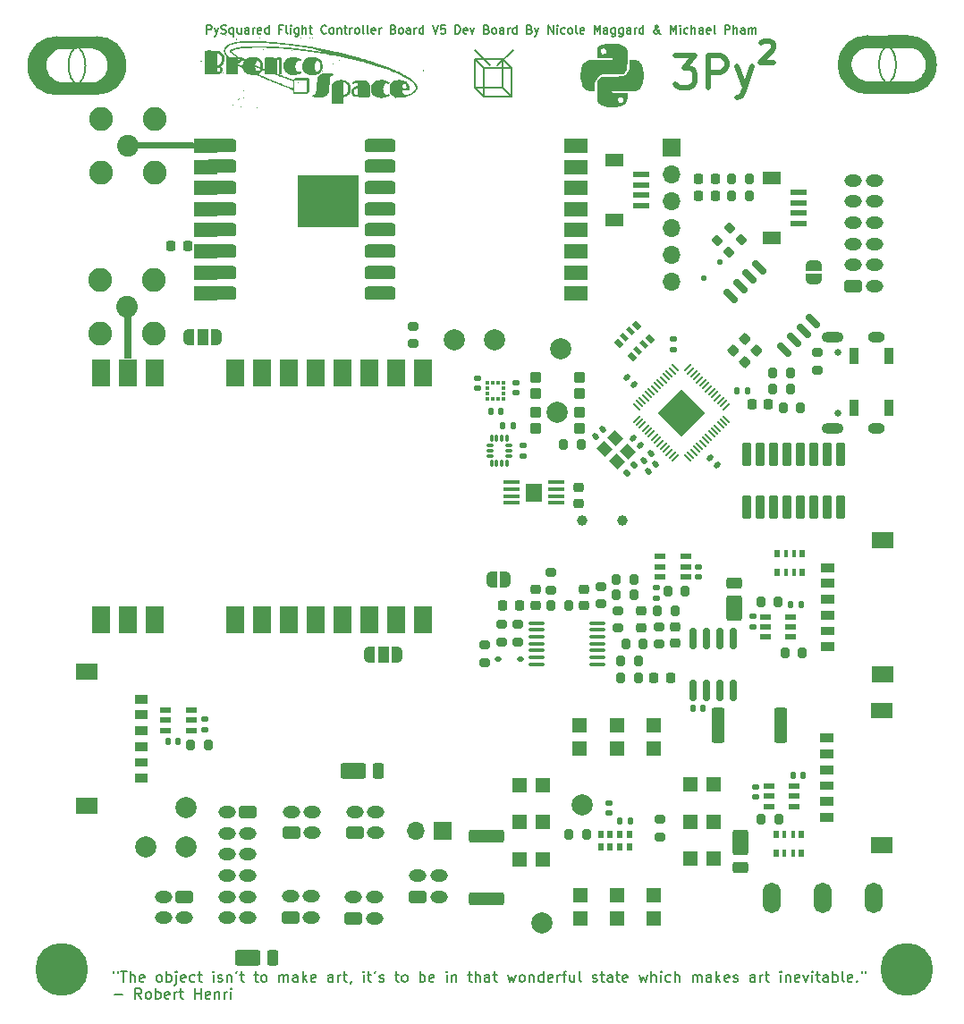
<source format=gbr>
%TF.GenerationSoftware,KiCad,Pcbnew,8.0.7*%
%TF.CreationDate,2025-03-06T17:29:39-08:00*%
%TF.ProjectId,FC_V5,46435f56-352e-46b6-9963-61645f706362,rev?*%
%TF.SameCoordinates,Original*%
%TF.FileFunction,Soldermask,Top*%
%TF.FilePolarity,Negative*%
%FSLAX46Y46*%
G04 Gerber Fmt 4.6, Leading zero omitted, Abs format (unit mm)*
G04 Created by KiCad (PCBNEW 8.0.7) date 2025-03-06 17:29:39*
%MOMM*%
%LPD*%
G01*
G04 APERTURE LIST*
G04 Aperture macros list*
%AMRoundRect*
0 Rectangle with rounded corners*
0 $1 Rounding radius*
0 $2 $3 $4 $5 $6 $7 $8 $9 X,Y pos of 4 corners*
0 Add a 4 corners polygon primitive as box body*
4,1,4,$2,$3,$4,$5,$6,$7,$8,$9,$2,$3,0*
0 Add four circle primitives for the rounded corners*
1,1,$1+$1,$2,$3*
1,1,$1+$1,$4,$5*
1,1,$1+$1,$6,$7*
1,1,$1+$1,$8,$9*
0 Add four rect primitives between the rounded corners*
20,1,$1+$1,$2,$3,$4,$5,0*
20,1,$1+$1,$4,$5,$6,$7,0*
20,1,$1+$1,$6,$7,$8,$9,0*
20,1,$1+$1,$8,$9,$2,$3,0*%
%AMRotRect*
0 Rectangle, with rotation*
0 The origin of the aperture is its center*
0 $1 length*
0 $2 width*
0 $3 Rotation angle, in degrees counterclockwise*
0 Add horizontal line*
21,1,$1,$2,0,0,$3*%
%AMFreePoly0*
4,1,19,0.550000,-0.750000,0.000000,-0.750000,0.000000,-0.744911,-0.071157,-0.744911,-0.207708,-0.704816,-0.327430,-0.627875,-0.420627,-0.520320,-0.479746,-0.390866,-0.500000,-0.250000,-0.500000,0.250000,-0.479746,0.390866,-0.420627,0.520320,-0.327430,0.627875,-0.207708,0.704816,-0.071157,0.744911,0.000000,0.744911,0.000000,0.750000,0.550000,0.750000,0.550000,-0.750000,0.550000,-0.750000,
$1*%
%AMFreePoly1*
4,1,19,0.000000,0.744911,0.071157,0.744911,0.207708,0.704816,0.327430,0.627875,0.420627,0.520320,0.479746,0.390866,0.500000,0.250000,0.500000,-0.250000,0.479746,-0.390866,0.420627,-0.520320,0.327430,-0.627875,0.207708,-0.704816,0.071157,-0.744911,0.000000,-0.744911,0.000000,-0.750000,-0.550000,-0.750000,-0.550000,0.750000,0.000000,0.750000,0.000000,0.744911,0.000000,0.744911,
$1*%
%AMFreePoly2*
4,1,19,0.500000,-0.750000,0.000000,-0.750000,0.000000,-0.744911,-0.071157,-0.744911,-0.207708,-0.704816,-0.327430,-0.627875,-0.420627,-0.520320,-0.479746,-0.390866,-0.500000,-0.250000,-0.500000,0.250000,-0.479746,0.390866,-0.420627,0.520320,-0.327430,0.627875,-0.207708,0.704816,-0.071157,0.744911,0.000000,0.744911,0.000000,0.750000,0.500000,0.750000,0.500000,-0.750000,0.500000,-0.750000,
$1*%
%AMFreePoly3*
4,1,19,0.000000,0.744911,0.071157,0.744911,0.207708,0.704816,0.327430,0.627875,0.420627,0.520320,0.479746,0.390866,0.500000,0.250000,0.500000,-0.250000,0.479746,-0.390866,0.420627,-0.520320,0.327430,-0.627875,0.207708,-0.704816,0.071157,-0.744911,0.000000,-0.744911,0.000000,-0.750000,-0.500000,-0.750000,-0.500000,0.750000,0.000000,0.750000,0.000000,0.744911,0.000000,0.744911,
$1*%
G04 Aperture macros list end*
%ADD10C,0.150000*%
%ADD11C,0.200000*%
%ADD12C,0.500000*%
%ADD13C,0.010000*%
%ADD14C,0.000000*%
%ADD15O,1.700000X2.900000*%
%ADD16RoundRect,0.225000X-0.250000X0.225000X-0.250000X-0.225000X0.250000X-0.225000X0.250000X0.225000X0*%
%ADD17RoundRect,0.140000X0.140000X0.170000X-0.140000X0.170000X-0.140000X-0.170000X0.140000X-0.170000X0*%
%ADD18R,1.000000X0.550000*%
%ADD19RoundRect,0.140000X-0.021213X0.219203X-0.219203X0.021213X0.021213X-0.219203X0.219203X-0.021213X0*%
%ADD20RoundRect,0.200000X-0.200000X-0.275000X0.200000X-0.275000X0.200000X0.275000X-0.200000X0.275000X0*%
%ADD21RoundRect,0.100500X0.301500X-0.986500X0.301500X0.986500X-0.301500X0.986500X-0.301500X-0.986500X0*%
%ADD22C,2.000000*%
%ADD23C,2.050000*%
%ADD24C,2.250000*%
%ADD25R,1.700000X1.700000*%
%ADD26O,1.700000X1.700000*%
%ADD27C,5.000000*%
%ADD28RoundRect,0.140000X-0.140000X-0.170000X0.140000X-0.170000X0.140000X0.170000X-0.140000X0.170000X0*%
%ADD29R,1.400000X1.400000*%
%ADD30RoundRect,0.140000X0.021213X-0.219203X0.219203X-0.021213X-0.021213X0.219203X-0.219203X0.021213X0*%
%ADD31RoundRect,0.218750X0.218750X0.256250X-0.218750X0.256250X-0.218750X-0.256250X0.218750X-0.256250X0*%
%ADD32RoundRect,0.250000X0.575000X-0.350000X0.575000X0.350000X-0.575000X0.350000X-0.575000X-0.350000X0*%
%ADD33O,1.650000X1.200000*%
%ADD34RotRect,0.800000X0.500000X135.000000*%
%ADD35RotRect,0.800000X0.400000X135.000000*%
%ADD36RoundRect,0.140000X0.170000X-0.140000X0.170000X0.140000X-0.170000X0.140000X-0.170000X-0.140000X0*%
%ADD37RoundRect,0.050800X-0.450000X-0.450000X0.450000X-0.450000X0.450000X0.450000X-0.450000X0.450000X0*%
%ADD38FreePoly0,180.000000*%
%ADD39R,1.000000X1.500000*%
%ADD40FreePoly1,180.000000*%
%ADD41RoundRect,0.140000X-0.170000X0.140000X-0.170000X-0.140000X0.170000X-0.140000X0.170000X0.140000X0*%
%ADD42RoundRect,0.225000X0.017678X-0.335876X0.335876X-0.017678X-0.017678X0.335876X-0.335876X0.017678X0*%
%ADD43RoundRect,0.135000X-0.035355X0.226274X-0.226274X0.035355X0.035355X-0.226274X0.226274X-0.035355X0*%
%ADD44RoundRect,0.225000X-0.225000X-0.250000X0.225000X-0.250000X0.225000X0.250000X-0.225000X0.250000X0*%
%ADD45RoundRect,0.200000X-0.275000X0.200000X-0.275000X-0.200000X0.275000X-0.200000X0.275000X0.200000X0*%
%ADD46RoundRect,0.200000X0.200000X0.275000X-0.200000X0.275000X-0.200000X-0.275000X0.200000X-0.275000X0*%
%ADD47RoundRect,0.218750X0.256250X-0.218750X0.256250X0.218750X-0.256250X0.218750X-0.256250X-0.218750X0*%
%ADD48RotRect,1.150000X1.000000X315.000000*%
%ADD49RoundRect,0.250000X0.950000X0.500000X-0.950000X0.500000X-0.950000X-0.500000X0.950000X-0.500000X0*%
%ADD50RoundRect,0.250000X0.275000X0.500000X-0.275000X0.500000X-0.275000X-0.500000X0.275000X-0.500000X0*%
%ADD51RoundRect,0.140000X0.219203X0.021213X0.021213X0.219203X-0.219203X-0.021213X-0.021213X-0.219203X0*%
%ADD52RoundRect,0.200000X0.275000X-0.200000X0.275000X0.200000X-0.275000X0.200000X-0.275000X-0.200000X0*%
%ADD53R,0.500000X0.800000*%
%ADD54R,0.400000X0.800000*%
%ADD55RoundRect,0.200000X0.053033X-0.335876X0.335876X-0.053033X-0.053033X0.335876X-0.335876X0.053033X0*%
%ADD56RoundRect,0.100000X0.637500X0.100000X-0.637500X0.100000X-0.637500X-0.100000X0.637500X-0.100000X0*%
%ADD57RoundRect,0.063500X1.000000X0.650000X-1.000000X0.650000X-1.000000X-0.650000X1.000000X-0.650000X0*%
%ADD58RoundRect,0.063500X2.849999X2.400000X-2.849999X2.400000X-2.849999X-2.400000X2.849999X-2.400000X0*%
%ADD59R,1.550000X0.600000*%
%ADD60R,1.800000X1.200000*%
%ADD61RoundRect,0.250000X-0.575000X0.350000X-0.575000X-0.350000X0.575000X-0.350000X0.575000X0.350000X0*%
%ADD62RoundRect,0.087500X0.087500X-0.225000X0.087500X0.225000X-0.087500X0.225000X-0.087500X-0.225000X0*%
%ADD63RoundRect,0.087500X0.225000X-0.087500X0.225000X0.087500X-0.225000X0.087500X-0.225000X-0.087500X0*%
%ADD64RoundRect,0.102000X-0.750000X1.200000X-0.750000X-1.200000X0.750000X-1.200000X0.750000X1.200000X0*%
%ADD65FreePoly0,0.000000*%
%ADD66FreePoly1,0.000000*%
%ADD67RoundRect,0.150000X-0.565685X0.353553X0.353553X-0.565685X0.565685X-0.353553X-0.353553X0.565685X0*%
%ADD68RoundRect,0.150000X-0.150000X0.825000X-0.150000X-0.825000X0.150000X-0.825000X0.150000X0.825000X0*%
%ADD69RoundRect,0.140000X-0.219203X-0.021213X-0.021213X-0.219203X0.219203X0.021213X0.021213X0.219203X0*%
%ADD70R,0.900000X1.500000*%
%ADD71RoundRect,0.125000X0.000000X-0.176777X0.176777X0.000000X0.000000X0.176777X-0.176777X0.000000X0*%
%ADD72RoundRect,0.250000X-0.500000X0.950000X-0.500000X-0.950000X0.500000X-0.950000X0.500000X0.950000X0*%
%ADD73RoundRect,0.250000X-0.500000X0.275000X-0.500000X-0.275000X0.500000X-0.275000X0.500000X0.275000X0*%
%ADD74RoundRect,0.050000X-0.309359X0.238649X0.238649X-0.309359X0.309359X-0.238649X-0.238649X0.309359X0*%
%ADD75RoundRect,0.050000X-0.309359X-0.238649X-0.238649X-0.309359X0.309359X0.238649X0.238649X0.309359X0*%
%ADD76RotRect,3.200000X3.200000X315.000000*%
%ADD77RoundRect,0.225000X0.225000X0.250000X-0.225000X0.250000X-0.225000X-0.250000X0.225000X-0.250000X0*%
%ADD78RoundRect,0.317500X1.157500X0.317500X-1.157500X0.317500X-1.157500X-0.317500X1.157500X-0.317500X0*%
%ADD79RoundRect,0.250000X0.500000X-0.950000X0.500000X0.950000X-0.500000X0.950000X-0.500000X-0.950000X0*%
%ADD80RoundRect,0.250000X0.500000X-0.275000X0.500000X0.275000X-0.500000X0.275000X-0.500000X-0.275000X0*%
%ADD81RoundRect,0.250000X-0.362500X-1.425000X0.362500X-1.425000X0.362500X1.425000X-0.362500X1.425000X0*%
%ADD82R,0.375000X0.350000*%
%ADD83R,0.350000X0.375000*%
%ADD84RoundRect,0.112500X0.187500X0.112500X-0.187500X0.112500X-0.187500X-0.112500X0.187500X-0.112500X0*%
%ADD85FreePoly2,270.000000*%
%ADD86FreePoly3,270.000000*%
%ADD87RoundRect,0.100000X-0.687500X-0.100000X0.687500X-0.100000X0.687500X0.100000X-0.687500X0.100000X0*%
%ADD88R,1.500000X1.800000*%
%ADD89RoundRect,0.200000X-0.053033X0.335876X-0.335876X0.053033X0.053033X-0.335876X0.335876X-0.053033X0*%
%ADD90RoundRect,0.250000X-1.425000X0.362500X-1.425000X-0.362500X1.425000X-0.362500X1.425000X0.362500X0*%
%ADD91C,1.000000*%
%ADD92C,0.650000*%
%ADD93O,1.600000X1.000000*%
%ADD94O,2.100000X1.000000*%
%ADD95FreePoly2,180.000000*%
%ADD96FreePoly3,180.000000*%
G04 APERTURE END LIST*
D10*
X152189160Y-138159875D02*
X152189160Y-138350351D01*
X152570112Y-138159875D02*
X152570112Y-138350351D01*
X152855827Y-138159875D02*
X153427255Y-138159875D01*
X153141541Y-139159875D02*
X153141541Y-138159875D01*
X153760589Y-139159875D02*
X153760589Y-138159875D01*
X154189160Y-139159875D02*
X154189160Y-138636065D01*
X154189160Y-138636065D02*
X154141541Y-138540827D01*
X154141541Y-138540827D02*
X154046303Y-138493208D01*
X154046303Y-138493208D02*
X153903446Y-138493208D01*
X153903446Y-138493208D02*
X153808208Y-138540827D01*
X153808208Y-138540827D02*
X153760589Y-138588446D01*
X155046303Y-139112256D02*
X154951065Y-139159875D01*
X154951065Y-139159875D02*
X154760589Y-139159875D01*
X154760589Y-139159875D02*
X154665351Y-139112256D01*
X154665351Y-139112256D02*
X154617732Y-139017017D01*
X154617732Y-139017017D02*
X154617732Y-138636065D01*
X154617732Y-138636065D02*
X154665351Y-138540827D01*
X154665351Y-138540827D02*
X154760589Y-138493208D01*
X154760589Y-138493208D02*
X154951065Y-138493208D01*
X154951065Y-138493208D02*
X155046303Y-138540827D01*
X155046303Y-138540827D02*
X155093922Y-138636065D01*
X155093922Y-138636065D02*
X155093922Y-138731303D01*
X155093922Y-138731303D02*
X154617732Y-138826541D01*
X156427256Y-139159875D02*
X156332018Y-139112256D01*
X156332018Y-139112256D02*
X156284399Y-139064636D01*
X156284399Y-139064636D02*
X156236780Y-138969398D01*
X156236780Y-138969398D02*
X156236780Y-138683684D01*
X156236780Y-138683684D02*
X156284399Y-138588446D01*
X156284399Y-138588446D02*
X156332018Y-138540827D01*
X156332018Y-138540827D02*
X156427256Y-138493208D01*
X156427256Y-138493208D02*
X156570113Y-138493208D01*
X156570113Y-138493208D02*
X156665351Y-138540827D01*
X156665351Y-138540827D02*
X156712970Y-138588446D01*
X156712970Y-138588446D02*
X156760589Y-138683684D01*
X156760589Y-138683684D02*
X156760589Y-138969398D01*
X156760589Y-138969398D02*
X156712970Y-139064636D01*
X156712970Y-139064636D02*
X156665351Y-139112256D01*
X156665351Y-139112256D02*
X156570113Y-139159875D01*
X156570113Y-139159875D02*
X156427256Y-139159875D01*
X157189161Y-139159875D02*
X157189161Y-138159875D01*
X157189161Y-138540827D02*
X157284399Y-138493208D01*
X157284399Y-138493208D02*
X157474875Y-138493208D01*
X157474875Y-138493208D02*
X157570113Y-138540827D01*
X157570113Y-138540827D02*
X157617732Y-138588446D01*
X157617732Y-138588446D02*
X157665351Y-138683684D01*
X157665351Y-138683684D02*
X157665351Y-138969398D01*
X157665351Y-138969398D02*
X157617732Y-139064636D01*
X157617732Y-139064636D02*
X157570113Y-139112256D01*
X157570113Y-139112256D02*
X157474875Y-139159875D01*
X157474875Y-139159875D02*
X157284399Y-139159875D01*
X157284399Y-139159875D02*
X157189161Y-139112256D01*
X158093923Y-138493208D02*
X158093923Y-139350351D01*
X158093923Y-139350351D02*
X158046304Y-139445589D01*
X158046304Y-139445589D02*
X157951066Y-139493208D01*
X157951066Y-139493208D02*
X157903447Y-139493208D01*
X158093923Y-138159875D02*
X158046304Y-138207494D01*
X158046304Y-138207494D02*
X158093923Y-138255113D01*
X158093923Y-138255113D02*
X158141542Y-138207494D01*
X158141542Y-138207494D02*
X158093923Y-138159875D01*
X158093923Y-138159875D02*
X158093923Y-138255113D01*
X158951065Y-139112256D02*
X158855827Y-139159875D01*
X158855827Y-139159875D02*
X158665351Y-139159875D01*
X158665351Y-139159875D02*
X158570113Y-139112256D01*
X158570113Y-139112256D02*
X158522494Y-139017017D01*
X158522494Y-139017017D02*
X158522494Y-138636065D01*
X158522494Y-138636065D02*
X158570113Y-138540827D01*
X158570113Y-138540827D02*
X158665351Y-138493208D01*
X158665351Y-138493208D02*
X158855827Y-138493208D01*
X158855827Y-138493208D02*
X158951065Y-138540827D01*
X158951065Y-138540827D02*
X158998684Y-138636065D01*
X158998684Y-138636065D02*
X158998684Y-138731303D01*
X158998684Y-138731303D02*
X158522494Y-138826541D01*
X159855827Y-139112256D02*
X159760589Y-139159875D01*
X159760589Y-139159875D02*
X159570113Y-139159875D01*
X159570113Y-139159875D02*
X159474875Y-139112256D01*
X159474875Y-139112256D02*
X159427256Y-139064636D01*
X159427256Y-139064636D02*
X159379637Y-138969398D01*
X159379637Y-138969398D02*
X159379637Y-138683684D01*
X159379637Y-138683684D02*
X159427256Y-138588446D01*
X159427256Y-138588446D02*
X159474875Y-138540827D01*
X159474875Y-138540827D02*
X159570113Y-138493208D01*
X159570113Y-138493208D02*
X159760589Y-138493208D01*
X159760589Y-138493208D02*
X159855827Y-138540827D01*
X160141542Y-138493208D02*
X160522494Y-138493208D01*
X160284399Y-138159875D02*
X160284399Y-139017017D01*
X160284399Y-139017017D02*
X160332018Y-139112256D01*
X160332018Y-139112256D02*
X160427256Y-139159875D01*
X160427256Y-139159875D02*
X160522494Y-139159875D01*
X161617733Y-139159875D02*
X161617733Y-138493208D01*
X161617733Y-138159875D02*
X161570114Y-138207494D01*
X161570114Y-138207494D02*
X161617733Y-138255113D01*
X161617733Y-138255113D02*
X161665352Y-138207494D01*
X161665352Y-138207494D02*
X161617733Y-138159875D01*
X161617733Y-138159875D02*
X161617733Y-138255113D01*
X162046304Y-139112256D02*
X162141542Y-139159875D01*
X162141542Y-139159875D02*
X162332018Y-139159875D01*
X162332018Y-139159875D02*
X162427256Y-139112256D01*
X162427256Y-139112256D02*
X162474875Y-139017017D01*
X162474875Y-139017017D02*
X162474875Y-138969398D01*
X162474875Y-138969398D02*
X162427256Y-138874160D01*
X162427256Y-138874160D02*
X162332018Y-138826541D01*
X162332018Y-138826541D02*
X162189161Y-138826541D01*
X162189161Y-138826541D02*
X162093923Y-138778922D01*
X162093923Y-138778922D02*
X162046304Y-138683684D01*
X162046304Y-138683684D02*
X162046304Y-138636065D01*
X162046304Y-138636065D02*
X162093923Y-138540827D01*
X162093923Y-138540827D02*
X162189161Y-138493208D01*
X162189161Y-138493208D02*
X162332018Y-138493208D01*
X162332018Y-138493208D02*
X162427256Y-138540827D01*
X162903447Y-138493208D02*
X162903447Y-139159875D01*
X162903447Y-138588446D02*
X162951066Y-138540827D01*
X162951066Y-138540827D02*
X163046304Y-138493208D01*
X163046304Y-138493208D02*
X163189161Y-138493208D01*
X163189161Y-138493208D02*
X163284399Y-138540827D01*
X163284399Y-138540827D02*
X163332018Y-138636065D01*
X163332018Y-138636065D02*
X163332018Y-139159875D01*
X163855828Y-138159875D02*
X163760590Y-138350351D01*
X164141542Y-138493208D02*
X164522494Y-138493208D01*
X164284399Y-138159875D02*
X164284399Y-139017017D01*
X164284399Y-139017017D02*
X164332018Y-139112256D01*
X164332018Y-139112256D02*
X164427256Y-139159875D01*
X164427256Y-139159875D02*
X164522494Y-139159875D01*
X165474876Y-138493208D02*
X165855828Y-138493208D01*
X165617733Y-138159875D02*
X165617733Y-139017017D01*
X165617733Y-139017017D02*
X165665352Y-139112256D01*
X165665352Y-139112256D02*
X165760590Y-139159875D01*
X165760590Y-139159875D02*
X165855828Y-139159875D01*
X166332019Y-139159875D02*
X166236781Y-139112256D01*
X166236781Y-139112256D02*
X166189162Y-139064636D01*
X166189162Y-139064636D02*
X166141543Y-138969398D01*
X166141543Y-138969398D02*
X166141543Y-138683684D01*
X166141543Y-138683684D02*
X166189162Y-138588446D01*
X166189162Y-138588446D02*
X166236781Y-138540827D01*
X166236781Y-138540827D02*
X166332019Y-138493208D01*
X166332019Y-138493208D02*
X166474876Y-138493208D01*
X166474876Y-138493208D02*
X166570114Y-138540827D01*
X166570114Y-138540827D02*
X166617733Y-138588446D01*
X166617733Y-138588446D02*
X166665352Y-138683684D01*
X166665352Y-138683684D02*
X166665352Y-138969398D01*
X166665352Y-138969398D02*
X166617733Y-139064636D01*
X166617733Y-139064636D02*
X166570114Y-139112256D01*
X166570114Y-139112256D02*
X166474876Y-139159875D01*
X166474876Y-139159875D02*
X166332019Y-139159875D01*
X167855829Y-139159875D02*
X167855829Y-138493208D01*
X167855829Y-138588446D02*
X167903448Y-138540827D01*
X167903448Y-138540827D02*
X167998686Y-138493208D01*
X167998686Y-138493208D02*
X168141543Y-138493208D01*
X168141543Y-138493208D02*
X168236781Y-138540827D01*
X168236781Y-138540827D02*
X168284400Y-138636065D01*
X168284400Y-138636065D02*
X168284400Y-139159875D01*
X168284400Y-138636065D02*
X168332019Y-138540827D01*
X168332019Y-138540827D02*
X168427257Y-138493208D01*
X168427257Y-138493208D02*
X168570114Y-138493208D01*
X168570114Y-138493208D02*
X168665353Y-138540827D01*
X168665353Y-138540827D02*
X168712972Y-138636065D01*
X168712972Y-138636065D02*
X168712972Y-139159875D01*
X169617733Y-139159875D02*
X169617733Y-138636065D01*
X169617733Y-138636065D02*
X169570114Y-138540827D01*
X169570114Y-138540827D02*
X169474876Y-138493208D01*
X169474876Y-138493208D02*
X169284400Y-138493208D01*
X169284400Y-138493208D02*
X169189162Y-138540827D01*
X169617733Y-139112256D02*
X169522495Y-139159875D01*
X169522495Y-139159875D02*
X169284400Y-139159875D01*
X169284400Y-139159875D02*
X169189162Y-139112256D01*
X169189162Y-139112256D02*
X169141543Y-139017017D01*
X169141543Y-139017017D02*
X169141543Y-138921779D01*
X169141543Y-138921779D02*
X169189162Y-138826541D01*
X169189162Y-138826541D02*
X169284400Y-138778922D01*
X169284400Y-138778922D02*
X169522495Y-138778922D01*
X169522495Y-138778922D02*
X169617733Y-138731303D01*
X170093924Y-139159875D02*
X170093924Y-138159875D01*
X170189162Y-138778922D02*
X170474876Y-139159875D01*
X170474876Y-138493208D02*
X170093924Y-138874160D01*
X171284400Y-139112256D02*
X171189162Y-139159875D01*
X171189162Y-139159875D02*
X170998686Y-139159875D01*
X170998686Y-139159875D02*
X170903448Y-139112256D01*
X170903448Y-139112256D02*
X170855829Y-139017017D01*
X170855829Y-139017017D02*
X170855829Y-138636065D01*
X170855829Y-138636065D02*
X170903448Y-138540827D01*
X170903448Y-138540827D02*
X170998686Y-138493208D01*
X170998686Y-138493208D02*
X171189162Y-138493208D01*
X171189162Y-138493208D02*
X171284400Y-138540827D01*
X171284400Y-138540827D02*
X171332019Y-138636065D01*
X171332019Y-138636065D02*
X171332019Y-138731303D01*
X171332019Y-138731303D02*
X170855829Y-138826541D01*
X172951067Y-139159875D02*
X172951067Y-138636065D01*
X172951067Y-138636065D02*
X172903448Y-138540827D01*
X172903448Y-138540827D02*
X172808210Y-138493208D01*
X172808210Y-138493208D02*
X172617734Y-138493208D01*
X172617734Y-138493208D02*
X172522496Y-138540827D01*
X172951067Y-139112256D02*
X172855829Y-139159875D01*
X172855829Y-139159875D02*
X172617734Y-139159875D01*
X172617734Y-139159875D02*
X172522496Y-139112256D01*
X172522496Y-139112256D02*
X172474877Y-139017017D01*
X172474877Y-139017017D02*
X172474877Y-138921779D01*
X172474877Y-138921779D02*
X172522496Y-138826541D01*
X172522496Y-138826541D02*
X172617734Y-138778922D01*
X172617734Y-138778922D02*
X172855829Y-138778922D01*
X172855829Y-138778922D02*
X172951067Y-138731303D01*
X173427258Y-139159875D02*
X173427258Y-138493208D01*
X173427258Y-138683684D02*
X173474877Y-138588446D01*
X173474877Y-138588446D02*
X173522496Y-138540827D01*
X173522496Y-138540827D02*
X173617734Y-138493208D01*
X173617734Y-138493208D02*
X173712972Y-138493208D01*
X173903449Y-138493208D02*
X174284401Y-138493208D01*
X174046306Y-138159875D02*
X174046306Y-139017017D01*
X174046306Y-139017017D02*
X174093925Y-139112256D01*
X174093925Y-139112256D02*
X174189163Y-139159875D01*
X174189163Y-139159875D02*
X174284401Y-139159875D01*
X174665354Y-139112256D02*
X174665354Y-139159875D01*
X174665354Y-139159875D02*
X174617735Y-139255113D01*
X174617735Y-139255113D02*
X174570116Y-139302732D01*
X175855830Y-139159875D02*
X175855830Y-138493208D01*
X175855830Y-138159875D02*
X175808211Y-138207494D01*
X175808211Y-138207494D02*
X175855830Y-138255113D01*
X175855830Y-138255113D02*
X175903449Y-138207494D01*
X175903449Y-138207494D02*
X175855830Y-138159875D01*
X175855830Y-138159875D02*
X175855830Y-138255113D01*
X176189163Y-138493208D02*
X176570115Y-138493208D01*
X176332020Y-138159875D02*
X176332020Y-139017017D01*
X176332020Y-139017017D02*
X176379639Y-139112256D01*
X176379639Y-139112256D02*
X176474877Y-139159875D01*
X176474877Y-139159875D02*
X176570115Y-139159875D01*
X176951068Y-138159875D02*
X176855830Y-138350351D01*
X177332020Y-139112256D02*
X177427258Y-139159875D01*
X177427258Y-139159875D02*
X177617734Y-139159875D01*
X177617734Y-139159875D02*
X177712972Y-139112256D01*
X177712972Y-139112256D02*
X177760591Y-139017017D01*
X177760591Y-139017017D02*
X177760591Y-138969398D01*
X177760591Y-138969398D02*
X177712972Y-138874160D01*
X177712972Y-138874160D02*
X177617734Y-138826541D01*
X177617734Y-138826541D02*
X177474877Y-138826541D01*
X177474877Y-138826541D02*
X177379639Y-138778922D01*
X177379639Y-138778922D02*
X177332020Y-138683684D01*
X177332020Y-138683684D02*
X177332020Y-138636065D01*
X177332020Y-138636065D02*
X177379639Y-138540827D01*
X177379639Y-138540827D02*
X177474877Y-138493208D01*
X177474877Y-138493208D02*
X177617734Y-138493208D01*
X177617734Y-138493208D02*
X177712972Y-138540827D01*
X178808211Y-138493208D02*
X179189163Y-138493208D01*
X178951068Y-138159875D02*
X178951068Y-139017017D01*
X178951068Y-139017017D02*
X178998687Y-139112256D01*
X178998687Y-139112256D02*
X179093925Y-139159875D01*
X179093925Y-139159875D02*
X179189163Y-139159875D01*
X179665354Y-139159875D02*
X179570116Y-139112256D01*
X179570116Y-139112256D02*
X179522497Y-139064636D01*
X179522497Y-139064636D02*
X179474878Y-138969398D01*
X179474878Y-138969398D02*
X179474878Y-138683684D01*
X179474878Y-138683684D02*
X179522497Y-138588446D01*
X179522497Y-138588446D02*
X179570116Y-138540827D01*
X179570116Y-138540827D02*
X179665354Y-138493208D01*
X179665354Y-138493208D02*
X179808211Y-138493208D01*
X179808211Y-138493208D02*
X179903449Y-138540827D01*
X179903449Y-138540827D02*
X179951068Y-138588446D01*
X179951068Y-138588446D02*
X179998687Y-138683684D01*
X179998687Y-138683684D02*
X179998687Y-138969398D01*
X179998687Y-138969398D02*
X179951068Y-139064636D01*
X179951068Y-139064636D02*
X179903449Y-139112256D01*
X179903449Y-139112256D02*
X179808211Y-139159875D01*
X179808211Y-139159875D02*
X179665354Y-139159875D01*
X181189164Y-139159875D02*
X181189164Y-138159875D01*
X181189164Y-138540827D02*
X181284402Y-138493208D01*
X181284402Y-138493208D02*
X181474878Y-138493208D01*
X181474878Y-138493208D02*
X181570116Y-138540827D01*
X181570116Y-138540827D02*
X181617735Y-138588446D01*
X181617735Y-138588446D02*
X181665354Y-138683684D01*
X181665354Y-138683684D02*
X181665354Y-138969398D01*
X181665354Y-138969398D02*
X181617735Y-139064636D01*
X181617735Y-139064636D02*
X181570116Y-139112256D01*
X181570116Y-139112256D02*
X181474878Y-139159875D01*
X181474878Y-139159875D02*
X181284402Y-139159875D01*
X181284402Y-139159875D02*
X181189164Y-139112256D01*
X182474878Y-139112256D02*
X182379640Y-139159875D01*
X182379640Y-139159875D02*
X182189164Y-139159875D01*
X182189164Y-139159875D02*
X182093926Y-139112256D01*
X182093926Y-139112256D02*
X182046307Y-139017017D01*
X182046307Y-139017017D02*
X182046307Y-138636065D01*
X182046307Y-138636065D02*
X182093926Y-138540827D01*
X182093926Y-138540827D02*
X182189164Y-138493208D01*
X182189164Y-138493208D02*
X182379640Y-138493208D01*
X182379640Y-138493208D02*
X182474878Y-138540827D01*
X182474878Y-138540827D02*
X182522497Y-138636065D01*
X182522497Y-138636065D02*
X182522497Y-138731303D01*
X182522497Y-138731303D02*
X182046307Y-138826541D01*
X183712974Y-139159875D02*
X183712974Y-138493208D01*
X183712974Y-138159875D02*
X183665355Y-138207494D01*
X183665355Y-138207494D02*
X183712974Y-138255113D01*
X183712974Y-138255113D02*
X183760593Y-138207494D01*
X183760593Y-138207494D02*
X183712974Y-138159875D01*
X183712974Y-138159875D02*
X183712974Y-138255113D01*
X184189164Y-138493208D02*
X184189164Y-139159875D01*
X184189164Y-138588446D02*
X184236783Y-138540827D01*
X184236783Y-138540827D02*
X184332021Y-138493208D01*
X184332021Y-138493208D02*
X184474878Y-138493208D01*
X184474878Y-138493208D02*
X184570116Y-138540827D01*
X184570116Y-138540827D02*
X184617735Y-138636065D01*
X184617735Y-138636065D02*
X184617735Y-139159875D01*
X185712974Y-138493208D02*
X186093926Y-138493208D01*
X185855831Y-138159875D02*
X185855831Y-139017017D01*
X185855831Y-139017017D02*
X185903450Y-139112256D01*
X185903450Y-139112256D02*
X185998688Y-139159875D01*
X185998688Y-139159875D02*
X186093926Y-139159875D01*
X186427260Y-139159875D02*
X186427260Y-138159875D01*
X186855831Y-139159875D02*
X186855831Y-138636065D01*
X186855831Y-138636065D02*
X186808212Y-138540827D01*
X186808212Y-138540827D02*
X186712974Y-138493208D01*
X186712974Y-138493208D02*
X186570117Y-138493208D01*
X186570117Y-138493208D02*
X186474879Y-138540827D01*
X186474879Y-138540827D02*
X186427260Y-138588446D01*
X187760593Y-139159875D02*
X187760593Y-138636065D01*
X187760593Y-138636065D02*
X187712974Y-138540827D01*
X187712974Y-138540827D02*
X187617736Y-138493208D01*
X187617736Y-138493208D02*
X187427260Y-138493208D01*
X187427260Y-138493208D02*
X187332022Y-138540827D01*
X187760593Y-139112256D02*
X187665355Y-139159875D01*
X187665355Y-139159875D02*
X187427260Y-139159875D01*
X187427260Y-139159875D02*
X187332022Y-139112256D01*
X187332022Y-139112256D02*
X187284403Y-139017017D01*
X187284403Y-139017017D02*
X187284403Y-138921779D01*
X187284403Y-138921779D02*
X187332022Y-138826541D01*
X187332022Y-138826541D02*
X187427260Y-138778922D01*
X187427260Y-138778922D02*
X187665355Y-138778922D01*
X187665355Y-138778922D02*
X187760593Y-138731303D01*
X188093927Y-138493208D02*
X188474879Y-138493208D01*
X188236784Y-138159875D02*
X188236784Y-139017017D01*
X188236784Y-139017017D02*
X188284403Y-139112256D01*
X188284403Y-139112256D02*
X188379641Y-139159875D01*
X188379641Y-139159875D02*
X188474879Y-139159875D01*
X189474880Y-138493208D02*
X189665356Y-139159875D01*
X189665356Y-139159875D02*
X189855832Y-138683684D01*
X189855832Y-138683684D02*
X190046308Y-139159875D01*
X190046308Y-139159875D02*
X190236784Y-138493208D01*
X190760594Y-139159875D02*
X190665356Y-139112256D01*
X190665356Y-139112256D02*
X190617737Y-139064636D01*
X190617737Y-139064636D02*
X190570118Y-138969398D01*
X190570118Y-138969398D02*
X190570118Y-138683684D01*
X190570118Y-138683684D02*
X190617737Y-138588446D01*
X190617737Y-138588446D02*
X190665356Y-138540827D01*
X190665356Y-138540827D02*
X190760594Y-138493208D01*
X190760594Y-138493208D02*
X190903451Y-138493208D01*
X190903451Y-138493208D02*
X190998689Y-138540827D01*
X190998689Y-138540827D02*
X191046308Y-138588446D01*
X191046308Y-138588446D02*
X191093927Y-138683684D01*
X191093927Y-138683684D02*
X191093927Y-138969398D01*
X191093927Y-138969398D02*
X191046308Y-139064636D01*
X191046308Y-139064636D02*
X190998689Y-139112256D01*
X190998689Y-139112256D02*
X190903451Y-139159875D01*
X190903451Y-139159875D02*
X190760594Y-139159875D01*
X191522499Y-138493208D02*
X191522499Y-139159875D01*
X191522499Y-138588446D02*
X191570118Y-138540827D01*
X191570118Y-138540827D02*
X191665356Y-138493208D01*
X191665356Y-138493208D02*
X191808213Y-138493208D01*
X191808213Y-138493208D02*
X191903451Y-138540827D01*
X191903451Y-138540827D02*
X191951070Y-138636065D01*
X191951070Y-138636065D02*
X191951070Y-139159875D01*
X192855832Y-139159875D02*
X192855832Y-138159875D01*
X192855832Y-139112256D02*
X192760594Y-139159875D01*
X192760594Y-139159875D02*
X192570118Y-139159875D01*
X192570118Y-139159875D02*
X192474880Y-139112256D01*
X192474880Y-139112256D02*
X192427261Y-139064636D01*
X192427261Y-139064636D02*
X192379642Y-138969398D01*
X192379642Y-138969398D02*
X192379642Y-138683684D01*
X192379642Y-138683684D02*
X192427261Y-138588446D01*
X192427261Y-138588446D02*
X192474880Y-138540827D01*
X192474880Y-138540827D02*
X192570118Y-138493208D01*
X192570118Y-138493208D02*
X192760594Y-138493208D01*
X192760594Y-138493208D02*
X192855832Y-138540827D01*
X193712975Y-139112256D02*
X193617737Y-139159875D01*
X193617737Y-139159875D02*
X193427261Y-139159875D01*
X193427261Y-139159875D02*
X193332023Y-139112256D01*
X193332023Y-139112256D02*
X193284404Y-139017017D01*
X193284404Y-139017017D02*
X193284404Y-138636065D01*
X193284404Y-138636065D02*
X193332023Y-138540827D01*
X193332023Y-138540827D02*
X193427261Y-138493208D01*
X193427261Y-138493208D02*
X193617737Y-138493208D01*
X193617737Y-138493208D02*
X193712975Y-138540827D01*
X193712975Y-138540827D02*
X193760594Y-138636065D01*
X193760594Y-138636065D02*
X193760594Y-138731303D01*
X193760594Y-138731303D02*
X193284404Y-138826541D01*
X194189166Y-139159875D02*
X194189166Y-138493208D01*
X194189166Y-138683684D02*
X194236785Y-138588446D01*
X194236785Y-138588446D02*
X194284404Y-138540827D01*
X194284404Y-138540827D02*
X194379642Y-138493208D01*
X194379642Y-138493208D02*
X194474880Y-138493208D01*
X194665357Y-138493208D02*
X195046309Y-138493208D01*
X194808214Y-139159875D02*
X194808214Y-138302732D01*
X194808214Y-138302732D02*
X194855833Y-138207494D01*
X194855833Y-138207494D02*
X194951071Y-138159875D01*
X194951071Y-138159875D02*
X195046309Y-138159875D01*
X195808214Y-138493208D02*
X195808214Y-139159875D01*
X195379643Y-138493208D02*
X195379643Y-139017017D01*
X195379643Y-139017017D02*
X195427262Y-139112256D01*
X195427262Y-139112256D02*
X195522500Y-139159875D01*
X195522500Y-139159875D02*
X195665357Y-139159875D01*
X195665357Y-139159875D02*
X195760595Y-139112256D01*
X195760595Y-139112256D02*
X195808214Y-139064636D01*
X196427262Y-139159875D02*
X196332024Y-139112256D01*
X196332024Y-139112256D02*
X196284405Y-139017017D01*
X196284405Y-139017017D02*
X196284405Y-138159875D01*
X197522501Y-139112256D02*
X197617739Y-139159875D01*
X197617739Y-139159875D02*
X197808215Y-139159875D01*
X197808215Y-139159875D02*
X197903453Y-139112256D01*
X197903453Y-139112256D02*
X197951072Y-139017017D01*
X197951072Y-139017017D02*
X197951072Y-138969398D01*
X197951072Y-138969398D02*
X197903453Y-138874160D01*
X197903453Y-138874160D02*
X197808215Y-138826541D01*
X197808215Y-138826541D02*
X197665358Y-138826541D01*
X197665358Y-138826541D02*
X197570120Y-138778922D01*
X197570120Y-138778922D02*
X197522501Y-138683684D01*
X197522501Y-138683684D02*
X197522501Y-138636065D01*
X197522501Y-138636065D02*
X197570120Y-138540827D01*
X197570120Y-138540827D02*
X197665358Y-138493208D01*
X197665358Y-138493208D02*
X197808215Y-138493208D01*
X197808215Y-138493208D02*
X197903453Y-138540827D01*
X198236787Y-138493208D02*
X198617739Y-138493208D01*
X198379644Y-138159875D02*
X198379644Y-139017017D01*
X198379644Y-139017017D02*
X198427263Y-139112256D01*
X198427263Y-139112256D02*
X198522501Y-139159875D01*
X198522501Y-139159875D02*
X198617739Y-139159875D01*
X199379644Y-139159875D02*
X199379644Y-138636065D01*
X199379644Y-138636065D02*
X199332025Y-138540827D01*
X199332025Y-138540827D02*
X199236787Y-138493208D01*
X199236787Y-138493208D02*
X199046311Y-138493208D01*
X199046311Y-138493208D02*
X198951073Y-138540827D01*
X199379644Y-139112256D02*
X199284406Y-139159875D01*
X199284406Y-139159875D02*
X199046311Y-139159875D01*
X199046311Y-139159875D02*
X198951073Y-139112256D01*
X198951073Y-139112256D02*
X198903454Y-139017017D01*
X198903454Y-139017017D02*
X198903454Y-138921779D01*
X198903454Y-138921779D02*
X198951073Y-138826541D01*
X198951073Y-138826541D02*
X199046311Y-138778922D01*
X199046311Y-138778922D02*
X199284406Y-138778922D01*
X199284406Y-138778922D02*
X199379644Y-138731303D01*
X199712978Y-138493208D02*
X200093930Y-138493208D01*
X199855835Y-138159875D02*
X199855835Y-139017017D01*
X199855835Y-139017017D02*
X199903454Y-139112256D01*
X199903454Y-139112256D02*
X199998692Y-139159875D01*
X199998692Y-139159875D02*
X200093930Y-139159875D01*
X200808216Y-139112256D02*
X200712978Y-139159875D01*
X200712978Y-139159875D02*
X200522502Y-139159875D01*
X200522502Y-139159875D02*
X200427264Y-139112256D01*
X200427264Y-139112256D02*
X200379645Y-139017017D01*
X200379645Y-139017017D02*
X200379645Y-138636065D01*
X200379645Y-138636065D02*
X200427264Y-138540827D01*
X200427264Y-138540827D02*
X200522502Y-138493208D01*
X200522502Y-138493208D02*
X200712978Y-138493208D01*
X200712978Y-138493208D02*
X200808216Y-138540827D01*
X200808216Y-138540827D02*
X200855835Y-138636065D01*
X200855835Y-138636065D02*
X200855835Y-138731303D01*
X200855835Y-138731303D02*
X200379645Y-138826541D01*
X201951074Y-138493208D02*
X202141550Y-139159875D01*
X202141550Y-139159875D02*
X202332026Y-138683684D01*
X202332026Y-138683684D02*
X202522502Y-139159875D01*
X202522502Y-139159875D02*
X202712978Y-138493208D01*
X203093931Y-139159875D02*
X203093931Y-138159875D01*
X203522502Y-139159875D02*
X203522502Y-138636065D01*
X203522502Y-138636065D02*
X203474883Y-138540827D01*
X203474883Y-138540827D02*
X203379645Y-138493208D01*
X203379645Y-138493208D02*
X203236788Y-138493208D01*
X203236788Y-138493208D02*
X203141550Y-138540827D01*
X203141550Y-138540827D02*
X203093931Y-138588446D01*
X203998693Y-139159875D02*
X203998693Y-138493208D01*
X203998693Y-138159875D02*
X203951074Y-138207494D01*
X203951074Y-138207494D02*
X203998693Y-138255113D01*
X203998693Y-138255113D02*
X204046312Y-138207494D01*
X204046312Y-138207494D02*
X203998693Y-138159875D01*
X203998693Y-138159875D02*
X203998693Y-138255113D01*
X204903454Y-139112256D02*
X204808216Y-139159875D01*
X204808216Y-139159875D02*
X204617740Y-139159875D01*
X204617740Y-139159875D02*
X204522502Y-139112256D01*
X204522502Y-139112256D02*
X204474883Y-139064636D01*
X204474883Y-139064636D02*
X204427264Y-138969398D01*
X204427264Y-138969398D02*
X204427264Y-138683684D01*
X204427264Y-138683684D02*
X204474883Y-138588446D01*
X204474883Y-138588446D02*
X204522502Y-138540827D01*
X204522502Y-138540827D02*
X204617740Y-138493208D01*
X204617740Y-138493208D02*
X204808216Y-138493208D01*
X204808216Y-138493208D02*
X204903454Y-138540827D01*
X205332026Y-139159875D02*
X205332026Y-138159875D01*
X205760597Y-139159875D02*
X205760597Y-138636065D01*
X205760597Y-138636065D02*
X205712978Y-138540827D01*
X205712978Y-138540827D02*
X205617740Y-138493208D01*
X205617740Y-138493208D02*
X205474883Y-138493208D01*
X205474883Y-138493208D02*
X205379645Y-138540827D01*
X205379645Y-138540827D02*
X205332026Y-138588446D01*
X206998693Y-139159875D02*
X206998693Y-138493208D01*
X206998693Y-138588446D02*
X207046312Y-138540827D01*
X207046312Y-138540827D02*
X207141550Y-138493208D01*
X207141550Y-138493208D02*
X207284407Y-138493208D01*
X207284407Y-138493208D02*
X207379645Y-138540827D01*
X207379645Y-138540827D02*
X207427264Y-138636065D01*
X207427264Y-138636065D02*
X207427264Y-139159875D01*
X207427264Y-138636065D02*
X207474883Y-138540827D01*
X207474883Y-138540827D02*
X207570121Y-138493208D01*
X207570121Y-138493208D02*
X207712978Y-138493208D01*
X207712978Y-138493208D02*
X207808217Y-138540827D01*
X207808217Y-138540827D02*
X207855836Y-138636065D01*
X207855836Y-138636065D02*
X207855836Y-139159875D01*
X208760597Y-139159875D02*
X208760597Y-138636065D01*
X208760597Y-138636065D02*
X208712978Y-138540827D01*
X208712978Y-138540827D02*
X208617740Y-138493208D01*
X208617740Y-138493208D02*
X208427264Y-138493208D01*
X208427264Y-138493208D02*
X208332026Y-138540827D01*
X208760597Y-139112256D02*
X208665359Y-139159875D01*
X208665359Y-139159875D02*
X208427264Y-139159875D01*
X208427264Y-139159875D02*
X208332026Y-139112256D01*
X208332026Y-139112256D02*
X208284407Y-139017017D01*
X208284407Y-139017017D02*
X208284407Y-138921779D01*
X208284407Y-138921779D02*
X208332026Y-138826541D01*
X208332026Y-138826541D02*
X208427264Y-138778922D01*
X208427264Y-138778922D02*
X208665359Y-138778922D01*
X208665359Y-138778922D02*
X208760597Y-138731303D01*
X209236788Y-139159875D02*
X209236788Y-138159875D01*
X209332026Y-138778922D02*
X209617740Y-139159875D01*
X209617740Y-138493208D02*
X209236788Y-138874160D01*
X210427264Y-139112256D02*
X210332026Y-139159875D01*
X210332026Y-139159875D02*
X210141550Y-139159875D01*
X210141550Y-139159875D02*
X210046312Y-139112256D01*
X210046312Y-139112256D02*
X209998693Y-139017017D01*
X209998693Y-139017017D02*
X209998693Y-138636065D01*
X209998693Y-138636065D02*
X210046312Y-138540827D01*
X210046312Y-138540827D02*
X210141550Y-138493208D01*
X210141550Y-138493208D02*
X210332026Y-138493208D01*
X210332026Y-138493208D02*
X210427264Y-138540827D01*
X210427264Y-138540827D02*
X210474883Y-138636065D01*
X210474883Y-138636065D02*
X210474883Y-138731303D01*
X210474883Y-138731303D02*
X209998693Y-138826541D01*
X210855836Y-139112256D02*
X210951074Y-139159875D01*
X210951074Y-139159875D02*
X211141550Y-139159875D01*
X211141550Y-139159875D02*
X211236788Y-139112256D01*
X211236788Y-139112256D02*
X211284407Y-139017017D01*
X211284407Y-139017017D02*
X211284407Y-138969398D01*
X211284407Y-138969398D02*
X211236788Y-138874160D01*
X211236788Y-138874160D02*
X211141550Y-138826541D01*
X211141550Y-138826541D02*
X210998693Y-138826541D01*
X210998693Y-138826541D02*
X210903455Y-138778922D01*
X210903455Y-138778922D02*
X210855836Y-138683684D01*
X210855836Y-138683684D02*
X210855836Y-138636065D01*
X210855836Y-138636065D02*
X210903455Y-138540827D01*
X210903455Y-138540827D02*
X210998693Y-138493208D01*
X210998693Y-138493208D02*
X211141550Y-138493208D01*
X211141550Y-138493208D02*
X211236788Y-138540827D01*
X212903455Y-139159875D02*
X212903455Y-138636065D01*
X212903455Y-138636065D02*
X212855836Y-138540827D01*
X212855836Y-138540827D02*
X212760598Y-138493208D01*
X212760598Y-138493208D02*
X212570122Y-138493208D01*
X212570122Y-138493208D02*
X212474884Y-138540827D01*
X212903455Y-139112256D02*
X212808217Y-139159875D01*
X212808217Y-139159875D02*
X212570122Y-139159875D01*
X212570122Y-139159875D02*
X212474884Y-139112256D01*
X212474884Y-139112256D02*
X212427265Y-139017017D01*
X212427265Y-139017017D02*
X212427265Y-138921779D01*
X212427265Y-138921779D02*
X212474884Y-138826541D01*
X212474884Y-138826541D02*
X212570122Y-138778922D01*
X212570122Y-138778922D02*
X212808217Y-138778922D01*
X212808217Y-138778922D02*
X212903455Y-138731303D01*
X213379646Y-139159875D02*
X213379646Y-138493208D01*
X213379646Y-138683684D02*
X213427265Y-138588446D01*
X213427265Y-138588446D02*
X213474884Y-138540827D01*
X213474884Y-138540827D02*
X213570122Y-138493208D01*
X213570122Y-138493208D02*
X213665360Y-138493208D01*
X213855837Y-138493208D02*
X214236789Y-138493208D01*
X213998694Y-138159875D02*
X213998694Y-139017017D01*
X213998694Y-139017017D02*
X214046313Y-139112256D01*
X214046313Y-139112256D02*
X214141551Y-139159875D01*
X214141551Y-139159875D02*
X214236789Y-139159875D01*
X215332028Y-139159875D02*
X215332028Y-138493208D01*
X215332028Y-138159875D02*
X215284409Y-138207494D01*
X215284409Y-138207494D02*
X215332028Y-138255113D01*
X215332028Y-138255113D02*
X215379647Y-138207494D01*
X215379647Y-138207494D02*
X215332028Y-138159875D01*
X215332028Y-138159875D02*
X215332028Y-138255113D01*
X215808218Y-138493208D02*
X215808218Y-139159875D01*
X215808218Y-138588446D02*
X215855837Y-138540827D01*
X215855837Y-138540827D02*
X215951075Y-138493208D01*
X215951075Y-138493208D02*
X216093932Y-138493208D01*
X216093932Y-138493208D02*
X216189170Y-138540827D01*
X216189170Y-138540827D02*
X216236789Y-138636065D01*
X216236789Y-138636065D02*
X216236789Y-139159875D01*
X217093932Y-139112256D02*
X216998694Y-139159875D01*
X216998694Y-139159875D02*
X216808218Y-139159875D01*
X216808218Y-139159875D02*
X216712980Y-139112256D01*
X216712980Y-139112256D02*
X216665361Y-139017017D01*
X216665361Y-139017017D02*
X216665361Y-138636065D01*
X216665361Y-138636065D02*
X216712980Y-138540827D01*
X216712980Y-138540827D02*
X216808218Y-138493208D01*
X216808218Y-138493208D02*
X216998694Y-138493208D01*
X216998694Y-138493208D02*
X217093932Y-138540827D01*
X217093932Y-138540827D02*
X217141551Y-138636065D01*
X217141551Y-138636065D02*
X217141551Y-138731303D01*
X217141551Y-138731303D02*
X216665361Y-138826541D01*
X217474885Y-138493208D02*
X217712980Y-139159875D01*
X217712980Y-139159875D02*
X217951075Y-138493208D01*
X218332028Y-139159875D02*
X218332028Y-138493208D01*
X218332028Y-138159875D02*
X218284409Y-138207494D01*
X218284409Y-138207494D02*
X218332028Y-138255113D01*
X218332028Y-138255113D02*
X218379647Y-138207494D01*
X218379647Y-138207494D02*
X218332028Y-138159875D01*
X218332028Y-138159875D02*
X218332028Y-138255113D01*
X218665361Y-138493208D02*
X219046313Y-138493208D01*
X218808218Y-138159875D02*
X218808218Y-139017017D01*
X218808218Y-139017017D02*
X218855837Y-139112256D01*
X218855837Y-139112256D02*
X218951075Y-139159875D01*
X218951075Y-139159875D02*
X219046313Y-139159875D01*
X219808218Y-139159875D02*
X219808218Y-138636065D01*
X219808218Y-138636065D02*
X219760599Y-138540827D01*
X219760599Y-138540827D02*
X219665361Y-138493208D01*
X219665361Y-138493208D02*
X219474885Y-138493208D01*
X219474885Y-138493208D02*
X219379647Y-138540827D01*
X219808218Y-139112256D02*
X219712980Y-139159875D01*
X219712980Y-139159875D02*
X219474885Y-139159875D01*
X219474885Y-139159875D02*
X219379647Y-139112256D01*
X219379647Y-139112256D02*
X219332028Y-139017017D01*
X219332028Y-139017017D02*
X219332028Y-138921779D01*
X219332028Y-138921779D02*
X219379647Y-138826541D01*
X219379647Y-138826541D02*
X219474885Y-138778922D01*
X219474885Y-138778922D02*
X219712980Y-138778922D01*
X219712980Y-138778922D02*
X219808218Y-138731303D01*
X220284409Y-139159875D02*
X220284409Y-138159875D01*
X220284409Y-138540827D02*
X220379647Y-138493208D01*
X220379647Y-138493208D02*
X220570123Y-138493208D01*
X220570123Y-138493208D02*
X220665361Y-138540827D01*
X220665361Y-138540827D02*
X220712980Y-138588446D01*
X220712980Y-138588446D02*
X220760599Y-138683684D01*
X220760599Y-138683684D02*
X220760599Y-138969398D01*
X220760599Y-138969398D02*
X220712980Y-139064636D01*
X220712980Y-139064636D02*
X220665361Y-139112256D01*
X220665361Y-139112256D02*
X220570123Y-139159875D01*
X220570123Y-139159875D02*
X220379647Y-139159875D01*
X220379647Y-139159875D02*
X220284409Y-139112256D01*
X221332028Y-139159875D02*
X221236790Y-139112256D01*
X221236790Y-139112256D02*
X221189171Y-139017017D01*
X221189171Y-139017017D02*
X221189171Y-138159875D01*
X222093933Y-139112256D02*
X221998695Y-139159875D01*
X221998695Y-139159875D02*
X221808219Y-139159875D01*
X221808219Y-139159875D02*
X221712981Y-139112256D01*
X221712981Y-139112256D02*
X221665362Y-139017017D01*
X221665362Y-139017017D02*
X221665362Y-138636065D01*
X221665362Y-138636065D02*
X221712981Y-138540827D01*
X221712981Y-138540827D02*
X221808219Y-138493208D01*
X221808219Y-138493208D02*
X221998695Y-138493208D01*
X221998695Y-138493208D02*
X222093933Y-138540827D01*
X222093933Y-138540827D02*
X222141552Y-138636065D01*
X222141552Y-138636065D02*
X222141552Y-138731303D01*
X222141552Y-138731303D02*
X221665362Y-138826541D01*
X222570124Y-139064636D02*
X222617743Y-139112256D01*
X222617743Y-139112256D02*
X222570124Y-139159875D01*
X222570124Y-139159875D02*
X222522505Y-139112256D01*
X222522505Y-139112256D02*
X222570124Y-139064636D01*
X222570124Y-139064636D02*
X222570124Y-139159875D01*
X222998695Y-138159875D02*
X222998695Y-138350351D01*
X223379647Y-138159875D02*
X223379647Y-138350351D01*
X152236779Y-140388866D02*
X152998684Y-140388866D01*
X154808207Y-140769819D02*
X154474874Y-140293628D01*
X154236779Y-140769819D02*
X154236779Y-139769819D01*
X154236779Y-139769819D02*
X154617731Y-139769819D01*
X154617731Y-139769819D02*
X154712969Y-139817438D01*
X154712969Y-139817438D02*
X154760588Y-139865057D01*
X154760588Y-139865057D02*
X154808207Y-139960295D01*
X154808207Y-139960295D02*
X154808207Y-140103152D01*
X154808207Y-140103152D02*
X154760588Y-140198390D01*
X154760588Y-140198390D02*
X154712969Y-140246009D01*
X154712969Y-140246009D02*
X154617731Y-140293628D01*
X154617731Y-140293628D02*
X154236779Y-140293628D01*
X155379636Y-140769819D02*
X155284398Y-140722200D01*
X155284398Y-140722200D02*
X155236779Y-140674580D01*
X155236779Y-140674580D02*
X155189160Y-140579342D01*
X155189160Y-140579342D02*
X155189160Y-140293628D01*
X155189160Y-140293628D02*
X155236779Y-140198390D01*
X155236779Y-140198390D02*
X155284398Y-140150771D01*
X155284398Y-140150771D02*
X155379636Y-140103152D01*
X155379636Y-140103152D02*
X155522493Y-140103152D01*
X155522493Y-140103152D02*
X155617731Y-140150771D01*
X155617731Y-140150771D02*
X155665350Y-140198390D01*
X155665350Y-140198390D02*
X155712969Y-140293628D01*
X155712969Y-140293628D02*
X155712969Y-140579342D01*
X155712969Y-140579342D02*
X155665350Y-140674580D01*
X155665350Y-140674580D02*
X155617731Y-140722200D01*
X155617731Y-140722200D02*
X155522493Y-140769819D01*
X155522493Y-140769819D02*
X155379636Y-140769819D01*
X156141541Y-140769819D02*
X156141541Y-139769819D01*
X156141541Y-140150771D02*
X156236779Y-140103152D01*
X156236779Y-140103152D02*
X156427255Y-140103152D01*
X156427255Y-140103152D02*
X156522493Y-140150771D01*
X156522493Y-140150771D02*
X156570112Y-140198390D01*
X156570112Y-140198390D02*
X156617731Y-140293628D01*
X156617731Y-140293628D02*
X156617731Y-140579342D01*
X156617731Y-140579342D02*
X156570112Y-140674580D01*
X156570112Y-140674580D02*
X156522493Y-140722200D01*
X156522493Y-140722200D02*
X156427255Y-140769819D01*
X156427255Y-140769819D02*
X156236779Y-140769819D01*
X156236779Y-140769819D02*
X156141541Y-140722200D01*
X157427255Y-140722200D02*
X157332017Y-140769819D01*
X157332017Y-140769819D02*
X157141541Y-140769819D01*
X157141541Y-140769819D02*
X157046303Y-140722200D01*
X157046303Y-140722200D02*
X156998684Y-140626961D01*
X156998684Y-140626961D02*
X156998684Y-140246009D01*
X156998684Y-140246009D02*
X157046303Y-140150771D01*
X157046303Y-140150771D02*
X157141541Y-140103152D01*
X157141541Y-140103152D02*
X157332017Y-140103152D01*
X157332017Y-140103152D02*
X157427255Y-140150771D01*
X157427255Y-140150771D02*
X157474874Y-140246009D01*
X157474874Y-140246009D02*
X157474874Y-140341247D01*
X157474874Y-140341247D02*
X156998684Y-140436485D01*
X157903446Y-140769819D02*
X157903446Y-140103152D01*
X157903446Y-140293628D02*
X157951065Y-140198390D01*
X157951065Y-140198390D02*
X157998684Y-140150771D01*
X157998684Y-140150771D02*
X158093922Y-140103152D01*
X158093922Y-140103152D02*
X158189160Y-140103152D01*
X158379637Y-140103152D02*
X158760589Y-140103152D01*
X158522494Y-139769819D02*
X158522494Y-140626961D01*
X158522494Y-140626961D02*
X158570113Y-140722200D01*
X158570113Y-140722200D02*
X158665351Y-140769819D01*
X158665351Y-140769819D02*
X158760589Y-140769819D01*
X159855828Y-140769819D02*
X159855828Y-139769819D01*
X159855828Y-140246009D02*
X160427256Y-140246009D01*
X160427256Y-140769819D02*
X160427256Y-139769819D01*
X161284399Y-140722200D02*
X161189161Y-140769819D01*
X161189161Y-140769819D02*
X160998685Y-140769819D01*
X160998685Y-140769819D02*
X160903447Y-140722200D01*
X160903447Y-140722200D02*
X160855828Y-140626961D01*
X160855828Y-140626961D02*
X160855828Y-140246009D01*
X160855828Y-140246009D02*
X160903447Y-140150771D01*
X160903447Y-140150771D02*
X160998685Y-140103152D01*
X160998685Y-140103152D02*
X161189161Y-140103152D01*
X161189161Y-140103152D02*
X161284399Y-140150771D01*
X161284399Y-140150771D02*
X161332018Y-140246009D01*
X161332018Y-140246009D02*
X161332018Y-140341247D01*
X161332018Y-140341247D02*
X160855828Y-140436485D01*
X161760590Y-140103152D02*
X161760590Y-140769819D01*
X161760590Y-140198390D02*
X161808209Y-140150771D01*
X161808209Y-140150771D02*
X161903447Y-140103152D01*
X161903447Y-140103152D02*
X162046304Y-140103152D01*
X162046304Y-140103152D02*
X162141542Y-140150771D01*
X162141542Y-140150771D02*
X162189161Y-140246009D01*
X162189161Y-140246009D02*
X162189161Y-140769819D01*
X162665352Y-140769819D02*
X162665352Y-140103152D01*
X162665352Y-140293628D02*
X162712971Y-140198390D01*
X162712971Y-140198390D02*
X162760590Y-140150771D01*
X162760590Y-140150771D02*
X162855828Y-140103152D01*
X162855828Y-140103152D02*
X162951066Y-140103152D01*
X163284400Y-140769819D02*
X163284400Y-140103152D01*
X163284400Y-139769819D02*
X163236781Y-139817438D01*
X163236781Y-139817438D02*
X163284400Y-139865057D01*
X163284400Y-139865057D02*
X163332019Y-139817438D01*
X163332019Y-139817438D02*
X163284400Y-139769819D01*
X163284400Y-139769819D02*
X163284400Y-139865057D01*
D11*
X187840000Y-52410000D02*
X186360000Y-50930000D01*
D10*
X153291978Y-52405459D02*
G75*
G02*
X147907162Y-52405459I-2692408J0D01*
G01*
X147907162Y-52405459D02*
G75*
G02*
X153291978Y-52405459I2692408J0D01*
G01*
D11*
X189040000Y-51820000D02*
X186340000Y-51820000D01*
X186340000Y-51820000D02*
X187190000Y-52670000D01*
X186340000Y-54520000D02*
X189040000Y-54520000D01*
X189040000Y-54520000D02*
X189040000Y-51820000D01*
D10*
X146799570Y-55127504D02*
X150599570Y-55134011D01*
D11*
X189040000Y-54520000D02*
X189890000Y-55370000D01*
X186340000Y-54520000D02*
X186340000Y-51820000D01*
D10*
X223543845Y-55035798D02*
X227343845Y-55042305D01*
X149506967Y-52430757D02*
G75*
G02*
X144092173Y-52430757I-2707397J0D01*
G01*
X144092173Y-52430757D02*
G75*
G02*
X149506967Y-52430757I2707397J0D01*
G01*
X230036253Y-52313753D02*
G75*
G02*
X224651437Y-52313753I-2692408J0D01*
G01*
X224651437Y-52313753D02*
G75*
G02*
X230036253Y-52313753I2692408J0D01*
G01*
X227393845Y-49635798D02*
X223593845Y-49642305D01*
X150649570Y-49727504D02*
X146849570Y-49734011D01*
D11*
X189890000Y-55370000D02*
X189890000Y-52670000D01*
X189040000Y-51820000D02*
X189890000Y-52670000D01*
X187190000Y-52670000D02*
X187190000Y-55370000D01*
X187190000Y-55370000D02*
X186340000Y-54520000D01*
X189890000Y-52670000D02*
X187190000Y-52670000D01*
X187190000Y-55370000D02*
X189890000Y-55370000D01*
X188520000Y-52390000D02*
X189990000Y-50920000D01*
D10*
X226251242Y-52339051D02*
G75*
G02*
X220836448Y-52339051I-2707397J0D01*
G01*
X220836448Y-52339051D02*
G75*
G02*
X226251242Y-52339051I2707397J0D01*
G01*
D12*
X213498571Y-50289714D02*
X213593809Y-50194476D01*
X213593809Y-50194476D02*
X213784285Y-50099238D01*
X213784285Y-50099238D02*
X214260476Y-50099238D01*
X214260476Y-50099238D02*
X214450952Y-50194476D01*
X214450952Y-50194476D02*
X214546190Y-50289714D01*
X214546190Y-50289714D02*
X214641428Y-50480190D01*
X214641428Y-50480190D02*
X214641428Y-50670666D01*
X214641428Y-50670666D02*
X214546190Y-50956380D01*
X214546190Y-50956380D02*
X213403333Y-52099238D01*
X213403333Y-52099238D02*
X214641428Y-52099238D01*
X205367143Y-51481857D02*
X207224286Y-51481857D01*
X207224286Y-51481857D02*
X206224286Y-52624714D01*
X206224286Y-52624714D02*
X206652857Y-52624714D01*
X206652857Y-52624714D02*
X206938572Y-52767571D01*
X206938572Y-52767571D02*
X207081429Y-52910428D01*
X207081429Y-52910428D02*
X207224286Y-53196142D01*
X207224286Y-53196142D02*
X207224286Y-53910428D01*
X207224286Y-53910428D02*
X207081429Y-54196142D01*
X207081429Y-54196142D02*
X206938572Y-54339000D01*
X206938572Y-54339000D02*
X206652857Y-54481857D01*
X206652857Y-54481857D02*
X205795714Y-54481857D01*
X205795714Y-54481857D02*
X205510000Y-54339000D01*
X205510000Y-54339000D02*
X205367143Y-54196142D01*
X208510000Y-54481857D02*
X208510000Y-51481857D01*
X208510000Y-51481857D02*
X209652857Y-51481857D01*
X209652857Y-51481857D02*
X209938572Y-51624714D01*
X209938572Y-51624714D02*
X210081429Y-51767571D01*
X210081429Y-51767571D02*
X210224286Y-52053285D01*
X210224286Y-52053285D02*
X210224286Y-52481857D01*
X210224286Y-52481857D02*
X210081429Y-52767571D01*
X210081429Y-52767571D02*
X209938572Y-52910428D01*
X209938572Y-52910428D02*
X209652857Y-53053285D01*
X209652857Y-53053285D02*
X208510000Y-53053285D01*
X211224286Y-52481857D02*
X211938572Y-54481857D01*
X212652857Y-52481857D02*
X211938572Y-54481857D01*
X211938572Y-54481857D02*
X211652857Y-55196142D01*
X211652857Y-55196142D02*
X211510000Y-55339000D01*
X211510000Y-55339000D02*
X211224286Y-55481857D01*
D11*
X160999993Y-49391695D02*
X160999993Y-48591695D01*
X160999993Y-48591695D02*
X161304755Y-48591695D01*
X161304755Y-48591695D02*
X161380945Y-48629790D01*
X161380945Y-48629790D02*
X161419040Y-48667885D01*
X161419040Y-48667885D02*
X161457136Y-48744076D01*
X161457136Y-48744076D02*
X161457136Y-48858361D01*
X161457136Y-48858361D02*
X161419040Y-48934552D01*
X161419040Y-48934552D02*
X161380945Y-48972647D01*
X161380945Y-48972647D02*
X161304755Y-49010742D01*
X161304755Y-49010742D02*
X160999993Y-49010742D01*
X161723802Y-48858361D02*
X161914278Y-49391695D01*
X162104755Y-48858361D02*
X161914278Y-49391695D01*
X161914278Y-49391695D02*
X161838088Y-49582171D01*
X161838088Y-49582171D02*
X161799993Y-49620266D01*
X161799993Y-49620266D02*
X161723802Y-49658361D01*
X162371421Y-49353600D02*
X162485707Y-49391695D01*
X162485707Y-49391695D02*
X162676183Y-49391695D01*
X162676183Y-49391695D02*
X162752374Y-49353600D01*
X162752374Y-49353600D02*
X162790469Y-49315504D01*
X162790469Y-49315504D02*
X162828564Y-49239314D01*
X162828564Y-49239314D02*
X162828564Y-49163123D01*
X162828564Y-49163123D02*
X162790469Y-49086933D01*
X162790469Y-49086933D02*
X162752374Y-49048838D01*
X162752374Y-49048838D02*
X162676183Y-49010742D01*
X162676183Y-49010742D02*
X162523802Y-48972647D01*
X162523802Y-48972647D02*
X162447612Y-48934552D01*
X162447612Y-48934552D02*
X162409517Y-48896457D01*
X162409517Y-48896457D02*
X162371421Y-48820266D01*
X162371421Y-48820266D02*
X162371421Y-48744076D01*
X162371421Y-48744076D02*
X162409517Y-48667885D01*
X162409517Y-48667885D02*
X162447612Y-48629790D01*
X162447612Y-48629790D02*
X162523802Y-48591695D01*
X162523802Y-48591695D02*
X162714279Y-48591695D01*
X162714279Y-48591695D02*
X162828564Y-48629790D01*
X163514279Y-48858361D02*
X163514279Y-49658361D01*
X163514279Y-49353600D02*
X163438088Y-49391695D01*
X163438088Y-49391695D02*
X163285707Y-49391695D01*
X163285707Y-49391695D02*
X163209517Y-49353600D01*
X163209517Y-49353600D02*
X163171422Y-49315504D01*
X163171422Y-49315504D02*
X163133326Y-49239314D01*
X163133326Y-49239314D02*
X163133326Y-49010742D01*
X163133326Y-49010742D02*
X163171422Y-48934552D01*
X163171422Y-48934552D02*
X163209517Y-48896457D01*
X163209517Y-48896457D02*
X163285707Y-48858361D01*
X163285707Y-48858361D02*
X163438088Y-48858361D01*
X163438088Y-48858361D02*
X163514279Y-48896457D01*
X164238089Y-48858361D02*
X164238089Y-49391695D01*
X163895232Y-48858361D02*
X163895232Y-49277409D01*
X163895232Y-49277409D02*
X163933327Y-49353600D01*
X163933327Y-49353600D02*
X164009517Y-49391695D01*
X164009517Y-49391695D02*
X164123803Y-49391695D01*
X164123803Y-49391695D02*
X164199994Y-49353600D01*
X164199994Y-49353600D02*
X164238089Y-49315504D01*
X164961899Y-49391695D02*
X164961899Y-48972647D01*
X164961899Y-48972647D02*
X164923804Y-48896457D01*
X164923804Y-48896457D02*
X164847613Y-48858361D01*
X164847613Y-48858361D02*
X164695232Y-48858361D01*
X164695232Y-48858361D02*
X164619042Y-48896457D01*
X164961899Y-49353600D02*
X164885708Y-49391695D01*
X164885708Y-49391695D02*
X164695232Y-49391695D01*
X164695232Y-49391695D02*
X164619042Y-49353600D01*
X164619042Y-49353600D02*
X164580946Y-49277409D01*
X164580946Y-49277409D02*
X164580946Y-49201219D01*
X164580946Y-49201219D02*
X164619042Y-49125028D01*
X164619042Y-49125028D02*
X164695232Y-49086933D01*
X164695232Y-49086933D02*
X164885708Y-49086933D01*
X164885708Y-49086933D02*
X164961899Y-49048838D01*
X165342852Y-49391695D02*
X165342852Y-48858361D01*
X165342852Y-49010742D02*
X165380947Y-48934552D01*
X165380947Y-48934552D02*
X165419042Y-48896457D01*
X165419042Y-48896457D02*
X165495233Y-48858361D01*
X165495233Y-48858361D02*
X165571423Y-48858361D01*
X166142852Y-49353600D02*
X166066661Y-49391695D01*
X166066661Y-49391695D02*
X165914280Y-49391695D01*
X165914280Y-49391695D02*
X165838090Y-49353600D01*
X165838090Y-49353600D02*
X165799994Y-49277409D01*
X165799994Y-49277409D02*
X165799994Y-48972647D01*
X165799994Y-48972647D02*
X165838090Y-48896457D01*
X165838090Y-48896457D02*
X165914280Y-48858361D01*
X165914280Y-48858361D02*
X166066661Y-48858361D01*
X166066661Y-48858361D02*
X166142852Y-48896457D01*
X166142852Y-48896457D02*
X166180947Y-48972647D01*
X166180947Y-48972647D02*
X166180947Y-49048838D01*
X166180947Y-49048838D02*
X165799994Y-49125028D01*
X166866661Y-49391695D02*
X166866661Y-48591695D01*
X166866661Y-49353600D02*
X166790470Y-49391695D01*
X166790470Y-49391695D02*
X166638089Y-49391695D01*
X166638089Y-49391695D02*
X166561899Y-49353600D01*
X166561899Y-49353600D02*
X166523804Y-49315504D01*
X166523804Y-49315504D02*
X166485708Y-49239314D01*
X166485708Y-49239314D02*
X166485708Y-49010742D01*
X166485708Y-49010742D02*
X166523804Y-48934552D01*
X166523804Y-48934552D02*
X166561899Y-48896457D01*
X166561899Y-48896457D02*
X166638089Y-48858361D01*
X166638089Y-48858361D02*
X166790470Y-48858361D01*
X166790470Y-48858361D02*
X166866661Y-48896457D01*
X168123804Y-48972647D02*
X167857138Y-48972647D01*
X167857138Y-49391695D02*
X167857138Y-48591695D01*
X167857138Y-48591695D02*
X168238090Y-48591695D01*
X168657137Y-49391695D02*
X168580947Y-49353600D01*
X168580947Y-49353600D02*
X168542852Y-49277409D01*
X168542852Y-49277409D02*
X168542852Y-48591695D01*
X168961900Y-49391695D02*
X168961900Y-48858361D01*
X168961900Y-48591695D02*
X168923804Y-48629790D01*
X168923804Y-48629790D02*
X168961900Y-48667885D01*
X168961900Y-48667885D02*
X168999995Y-48629790D01*
X168999995Y-48629790D02*
X168961900Y-48591695D01*
X168961900Y-48591695D02*
X168961900Y-48667885D01*
X169685709Y-48858361D02*
X169685709Y-49505980D01*
X169685709Y-49505980D02*
X169647614Y-49582171D01*
X169647614Y-49582171D02*
X169609518Y-49620266D01*
X169609518Y-49620266D02*
X169533328Y-49658361D01*
X169533328Y-49658361D02*
X169419042Y-49658361D01*
X169419042Y-49658361D02*
X169342852Y-49620266D01*
X169685709Y-49353600D02*
X169609518Y-49391695D01*
X169609518Y-49391695D02*
X169457137Y-49391695D01*
X169457137Y-49391695D02*
X169380947Y-49353600D01*
X169380947Y-49353600D02*
X169342852Y-49315504D01*
X169342852Y-49315504D02*
X169304756Y-49239314D01*
X169304756Y-49239314D02*
X169304756Y-49010742D01*
X169304756Y-49010742D02*
X169342852Y-48934552D01*
X169342852Y-48934552D02*
X169380947Y-48896457D01*
X169380947Y-48896457D02*
X169457137Y-48858361D01*
X169457137Y-48858361D02*
X169609518Y-48858361D01*
X169609518Y-48858361D02*
X169685709Y-48896457D01*
X170066662Y-49391695D02*
X170066662Y-48591695D01*
X170409519Y-49391695D02*
X170409519Y-48972647D01*
X170409519Y-48972647D02*
X170371424Y-48896457D01*
X170371424Y-48896457D02*
X170295233Y-48858361D01*
X170295233Y-48858361D02*
X170180947Y-48858361D01*
X170180947Y-48858361D02*
X170104757Y-48896457D01*
X170104757Y-48896457D02*
X170066662Y-48934552D01*
X170676186Y-48858361D02*
X170980948Y-48858361D01*
X170790472Y-48591695D02*
X170790472Y-49277409D01*
X170790472Y-49277409D02*
X170828567Y-49353600D01*
X170828567Y-49353600D02*
X170904757Y-49391695D01*
X170904757Y-49391695D02*
X170980948Y-49391695D01*
X172314282Y-49315504D02*
X172276186Y-49353600D01*
X172276186Y-49353600D02*
X172161901Y-49391695D01*
X172161901Y-49391695D02*
X172085710Y-49391695D01*
X172085710Y-49391695D02*
X171971424Y-49353600D01*
X171971424Y-49353600D02*
X171895234Y-49277409D01*
X171895234Y-49277409D02*
X171857139Y-49201219D01*
X171857139Y-49201219D02*
X171819043Y-49048838D01*
X171819043Y-49048838D02*
X171819043Y-48934552D01*
X171819043Y-48934552D02*
X171857139Y-48782171D01*
X171857139Y-48782171D02*
X171895234Y-48705980D01*
X171895234Y-48705980D02*
X171971424Y-48629790D01*
X171971424Y-48629790D02*
X172085710Y-48591695D01*
X172085710Y-48591695D02*
X172161901Y-48591695D01*
X172161901Y-48591695D02*
X172276186Y-48629790D01*
X172276186Y-48629790D02*
X172314282Y-48667885D01*
X172771424Y-49391695D02*
X172695234Y-49353600D01*
X172695234Y-49353600D02*
X172657139Y-49315504D01*
X172657139Y-49315504D02*
X172619043Y-49239314D01*
X172619043Y-49239314D02*
X172619043Y-49010742D01*
X172619043Y-49010742D02*
X172657139Y-48934552D01*
X172657139Y-48934552D02*
X172695234Y-48896457D01*
X172695234Y-48896457D02*
X172771424Y-48858361D01*
X172771424Y-48858361D02*
X172885710Y-48858361D01*
X172885710Y-48858361D02*
X172961901Y-48896457D01*
X172961901Y-48896457D02*
X172999996Y-48934552D01*
X172999996Y-48934552D02*
X173038091Y-49010742D01*
X173038091Y-49010742D02*
X173038091Y-49239314D01*
X173038091Y-49239314D02*
X172999996Y-49315504D01*
X172999996Y-49315504D02*
X172961901Y-49353600D01*
X172961901Y-49353600D02*
X172885710Y-49391695D01*
X172885710Y-49391695D02*
X172771424Y-49391695D01*
X173380949Y-48858361D02*
X173380949Y-49391695D01*
X173380949Y-48934552D02*
X173419044Y-48896457D01*
X173419044Y-48896457D02*
X173495234Y-48858361D01*
X173495234Y-48858361D02*
X173609520Y-48858361D01*
X173609520Y-48858361D02*
X173685711Y-48896457D01*
X173685711Y-48896457D02*
X173723806Y-48972647D01*
X173723806Y-48972647D02*
X173723806Y-49391695D01*
X173990473Y-48858361D02*
X174295235Y-48858361D01*
X174104759Y-48591695D02*
X174104759Y-49277409D01*
X174104759Y-49277409D02*
X174142854Y-49353600D01*
X174142854Y-49353600D02*
X174219044Y-49391695D01*
X174219044Y-49391695D02*
X174295235Y-49391695D01*
X174561902Y-49391695D02*
X174561902Y-48858361D01*
X174561902Y-49010742D02*
X174599997Y-48934552D01*
X174599997Y-48934552D02*
X174638092Y-48896457D01*
X174638092Y-48896457D02*
X174714283Y-48858361D01*
X174714283Y-48858361D02*
X174790473Y-48858361D01*
X175171425Y-49391695D02*
X175095235Y-49353600D01*
X175095235Y-49353600D02*
X175057140Y-49315504D01*
X175057140Y-49315504D02*
X175019044Y-49239314D01*
X175019044Y-49239314D02*
X175019044Y-49010742D01*
X175019044Y-49010742D02*
X175057140Y-48934552D01*
X175057140Y-48934552D02*
X175095235Y-48896457D01*
X175095235Y-48896457D02*
X175171425Y-48858361D01*
X175171425Y-48858361D02*
X175285711Y-48858361D01*
X175285711Y-48858361D02*
X175361902Y-48896457D01*
X175361902Y-48896457D02*
X175399997Y-48934552D01*
X175399997Y-48934552D02*
X175438092Y-49010742D01*
X175438092Y-49010742D02*
X175438092Y-49239314D01*
X175438092Y-49239314D02*
X175399997Y-49315504D01*
X175399997Y-49315504D02*
X175361902Y-49353600D01*
X175361902Y-49353600D02*
X175285711Y-49391695D01*
X175285711Y-49391695D02*
X175171425Y-49391695D01*
X175895235Y-49391695D02*
X175819045Y-49353600D01*
X175819045Y-49353600D02*
X175780950Y-49277409D01*
X175780950Y-49277409D02*
X175780950Y-48591695D01*
X176314283Y-49391695D02*
X176238093Y-49353600D01*
X176238093Y-49353600D02*
X176199998Y-49277409D01*
X176199998Y-49277409D02*
X176199998Y-48591695D01*
X176923808Y-49353600D02*
X176847617Y-49391695D01*
X176847617Y-49391695D02*
X176695236Y-49391695D01*
X176695236Y-49391695D02*
X176619046Y-49353600D01*
X176619046Y-49353600D02*
X176580950Y-49277409D01*
X176580950Y-49277409D02*
X176580950Y-48972647D01*
X176580950Y-48972647D02*
X176619046Y-48896457D01*
X176619046Y-48896457D02*
X176695236Y-48858361D01*
X176695236Y-48858361D02*
X176847617Y-48858361D01*
X176847617Y-48858361D02*
X176923808Y-48896457D01*
X176923808Y-48896457D02*
X176961903Y-48972647D01*
X176961903Y-48972647D02*
X176961903Y-49048838D01*
X176961903Y-49048838D02*
X176580950Y-49125028D01*
X177304760Y-49391695D02*
X177304760Y-48858361D01*
X177304760Y-49010742D02*
X177342855Y-48934552D01*
X177342855Y-48934552D02*
X177380950Y-48896457D01*
X177380950Y-48896457D02*
X177457141Y-48858361D01*
X177457141Y-48858361D02*
X177533331Y-48858361D01*
X178676188Y-48972647D02*
X178790474Y-49010742D01*
X178790474Y-49010742D02*
X178828569Y-49048838D01*
X178828569Y-49048838D02*
X178866665Y-49125028D01*
X178866665Y-49125028D02*
X178866665Y-49239314D01*
X178866665Y-49239314D02*
X178828569Y-49315504D01*
X178828569Y-49315504D02*
X178790474Y-49353600D01*
X178790474Y-49353600D02*
X178714284Y-49391695D01*
X178714284Y-49391695D02*
X178409522Y-49391695D01*
X178409522Y-49391695D02*
X178409522Y-48591695D01*
X178409522Y-48591695D02*
X178676188Y-48591695D01*
X178676188Y-48591695D02*
X178752379Y-48629790D01*
X178752379Y-48629790D02*
X178790474Y-48667885D01*
X178790474Y-48667885D02*
X178828569Y-48744076D01*
X178828569Y-48744076D02*
X178828569Y-48820266D01*
X178828569Y-48820266D02*
X178790474Y-48896457D01*
X178790474Y-48896457D02*
X178752379Y-48934552D01*
X178752379Y-48934552D02*
X178676188Y-48972647D01*
X178676188Y-48972647D02*
X178409522Y-48972647D01*
X179323807Y-49391695D02*
X179247617Y-49353600D01*
X179247617Y-49353600D02*
X179209522Y-49315504D01*
X179209522Y-49315504D02*
X179171426Y-49239314D01*
X179171426Y-49239314D02*
X179171426Y-49010742D01*
X179171426Y-49010742D02*
X179209522Y-48934552D01*
X179209522Y-48934552D02*
X179247617Y-48896457D01*
X179247617Y-48896457D02*
X179323807Y-48858361D01*
X179323807Y-48858361D02*
X179438093Y-48858361D01*
X179438093Y-48858361D02*
X179514284Y-48896457D01*
X179514284Y-48896457D02*
X179552379Y-48934552D01*
X179552379Y-48934552D02*
X179590474Y-49010742D01*
X179590474Y-49010742D02*
X179590474Y-49239314D01*
X179590474Y-49239314D02*
X179552379Y-49315504D01*
X179552379Y-49315504D02*
X179514284Y-49353600D01*
X179514284Y-49353600D02*
X179438093Y-49391695D01*
X179438093Y-49391695D02*
X179323807Y-49391695D01*
X180276189Y-49391695D02*
X180276189Y-48972647D01*
X180276189Y-48972647D02*
X180238094Y-48896457D01*
X180238094Y-48896457D02*
X180161903Y-48858361D01*
X180161903Y-48858361D02*
X180009522Y-48858361D01*
X180009522Y-48858361D02*
X179933332Y-48896457D01*
X180276189Y-49353600D02*
X180199998Y-49391695D01*
X180199998Y-49391695D02*
X180009522Y-49391695D01*
X180009522Y-49391695D02*
X179933332Y-49353600D01*
X179933332Y-49353600D02*
X179895236Y-49277409D01*
X179895236Y-49277409D02*
X179895236Y-49201219D01*
X179895236Y-49201219D02*
X179933332Y-49125028D01*
X179933332Y-49125028D02*
X180009522Y-49086933D01*
X180009522Y-49086933D02*
X180199998Y-49086933D01*
X180199998Y-49086933D02*
X180276189Y-49048838D01*
X180657142Y-49391695D02*
X180657142Y-48858361D01*
X180657142Y-49010742D02*
X180695237Y-48934552D01*
X180695237Y-48934552D02*
X180733332Y-48896457D01*
X180733332Y-48896457D02*
X180809523Y-48858361D01*
X180809523Y-48858361D02*
X180885713Y-48858361D01*
X181495237Y-49391695D02*
X181495237Y-48591695D01*
X181495237Y-49353600D02*
X181419046Y-49391695D01*
X181419046Y-49391695D02*
X181266665Y-49391695D01*
X181266665Y-49391695D02*
X181190475Y-49353600D01*
X181190475Y-49353600D02*
X181152380Y-49315504D01*
X181152380Y-49315504D02*
X181114284Y-49239314D01*
X181114284Y-49239314D02*
X181114284Y-49010742D01*
X181114284Y-49010742D02*
X181152380Y-48934552D01*
X181152380Y-48934552D02*
X181190475Y-48896457D01*
X181190475Y-48896457D02*
X181266665Y-48858361D01*
X181266665Y-48858361D02*
X181419046Y-48858361D01*
X181419046Y-48858361D02*
X181495237Y-48896457D01*
X182371428Y-48591695D02*
X182638095Y-49391695D01*
X182638095Y-49391695D02*
X182904761Y-48591695D01*
X183552380Y-48591695D02*
X183171428Y-48591695D01*
X183171428Y-48591695D02*
X183133332Y-48972647D01*
X183133332Y-48972647D02*
X183171428Y-48934552D01*
X183171428Y-48934552D02*
X183247618Y-48896457D01*
X183247618Y-48896457D02*
X183438094Y-48896457D01*
X183438094Y-48896457D02*
X183514285Y-48934552D01*
X183514285Y-48934552D02*
X183552380Y-48972647D01*
X183552380Y-48972647D02*
X183590475Y-49048838D01*
X183590475Y-49048838D02*
X183590475Y-49239314D01*
X183590475Y-49239314D02*
X183552380Y-49315504D01*
X183552380Y-49315504D02*
X183514285Y-49353600D01*
X183514285Y-49353600D02*
X183438094Y-49391695D01*
X183438094Y-49391695D02*
X183247618Y-49391695D01*
X183247618Y-49391695D02*
X183171428Y-49353600D01*
X183171428Y-49353600D02*
X183133332Y-49315504D01*
X184542857Y-49391695D02*
X184542857Y-48591695D01*
X184542857Y-48591695D02*
X184733333Y-48591695D01*
X184733333Y-48591695D02*
X184847619Y-48629790D01*
X184847619Y-48629790D02*
X184923809Y-48705980D01*
X184923809Y-48705980D02*
X184961904Y-48782171D01*
X184961904Y-48782171D02*
X185000000Y-48934552D01*
X185000000Y-48934552D02*
X185000000Y-49048838D01*
X185000000Y-49048838D02*
X184961904Y-49201219D01*
X184961904Y-49201219D02*
X184923809Y-49277409D01*
X184923809Y-49277409D02*
X184847619Y-49353600D01*
X184847619Y-49353600D02*
X184733333Y-49391695D01*
X184733333Y-49391695D02*
X184542857Y-49391695D01*
X185647619Y-49353600D02*
X185571428Y-49391695D01*
X185571428Y-49391695D02*
X185419047Y-49391695D01*
X185419047Y-49391695D02*
X185342857Y-49353600D01*
X185342857Y-49353600D02*
X185304761Y-49277409D01*
X185304761Y-49277409D02*
X185304761Y-48972647D01*
X185304761Y-48972647D02*
X185342857Y-48896457D01*
X185342857Y-48896457D02*
X185419047Y-48858361D01*
X185419047Y-48858361D02*
X185571428Y-48858361D01*
X185571428Y-48858361D02*
X185647619Y-48896457D01*
X185647619Y-48896457D02*
X185685714Y-48972647D01*
X185685714Y-48972647D02*
X185685714Y-49048838D01*
X185685714Y-49048838D02*
X185304761Y-49125028D01*
X185952380Y-48858361D02*
X186142856Y-49391695D01*
X186142856Y-49391695D02*
X186333333Y-48858361D01*
X187514285Y-48972647D02*
X187628571Y-49010742D01*
X187628571Y-49010742D02*
X187666666Y-49048838D01*
X187666666Y-49048838D02*
X187704762Y-49125028D01*
X187704762Y-49125028D02*
X187704762Y-49239314D01*
X187704762Y-49239314D02*
X187666666Y-49315504D01*
X187666666Y-49315504D02*
X187628571Y-49353600D01*
X187628571Y-49353600D02*
X187552381Y-49391695D01*
X187552381Y-49391695D02*
X187247619Y-49391695D01*
X187247619Y-49391695D02*
X187247619Y-48591695D01*
X187247619Y-48591695D02*
X187514285Y-48591695D01*
X187514285Y-48591695D02*
X187590476Y-48629790D01*
X187590476Y-48629790D02*
X187628571Y-48667885D01*
X187628571Y-48667885D02*
X187666666Y-48744076D01*
X187666666Y-48744076D02*
X187666666Y-48820266D01*
X187666666Y-48820266D02*
X187628571Y-48896457D01*
X187628571Y-48896457D02*
X187590476Y-48934552D01*
X187590476Y-48934552D02*
X187514285Y-48972647D01*
X187514285Y-48972647D02*
X187247619Y-48972647D01*
X188161904Y-49391695D02*
X188085714Y-49353600D01*
X188085714Y-49353600D02*
X188047619Y-49315504D01*
X188047619Y-49315504D02*
X188009523Y-49239314D01*
X188009523Y-49239314D02*
X188009523Y-49010742D01*
X188009523Y-49010742D02*
X188047619Y-48934552D01*
X188047619Y-48934552D02*
X188085714Y-48896457D01*
X188085714Y-48896457D02*
X188161904Y-48858361D01*
X188161904Y-48858361D02*
X188276190Y-48858361D01*
X188276190Y-48858361D02*
X188352381Y-48896457D01*
X188352381Y-48896457D02*
X188390476Y-48934552D01*
X188390476Y-48934552D02*
X188428571Y-49010742D01*
X188428571Y-49010742D02*
X188428571Y-49239314D01*
X188428571Y-49239314D02*
X188390476Y-49315504D01*
X188390476Y-49315504D02*
X188352381Y-49353600D01*
X188352381Y-49353600D02*
X188276190Y-49391695D01*
X188276190Y-49391695D02*
X188161904Y-49391695D01*
X189114286Y-49391695D02*
X189114286Y-48972647D01*
X189114286Y-48972647D02*
X189076191Y-48896457D01*
X189076191Y-48896457D02*
X189000000Y-48858361D01*
X189000000Y-48858361D02*
X188847619Y-48858361D01*
X188847619Y-48858361D02*
X188771429Y-48896457D01*
X189114286Y-49353600D02*
X189038095Y-49391695D01*
X189038095Y-49391695D02*
X188847619Y-49391695D01*
X188847619Y-49391695D02*
X188771429Y-49353600D01*
X188771429Y-49353600D02*
X188733333Y-49277409D01*
X188733333Y-49277409D02*
X188733333Y-49201219D01*
X188733333Y-49201219D02*
X188771429Y-49125028D01*
X188771429Y-49125028D02*
X188847619Y-49086933D01*
X188847619Y-49086933D02*
X189038095Y-49086933D01*
X189038095Y-49086933D02*
X189114286Y-49048838D01*
X189495239Y-49391695D02*
X189495239Y-48858361D01*
X189495239Y-49010742D02*
X189533334Y-48934552D01*
X189533334Y-48934552D02*
X189571429Y-48896457D01*
X189571429Y-48896457D02*
X189647620Y-48858361D01*
X189647620Y-48858361D02*
X189723810Y-48858361D01*
X190333334Y-49391695D02*
X190333334Y-48591695D01*
X190333334Y-49353600D02*
X190257143Y-49391695D01*
X190257143Y-49391695D02*
X190104762Y-49391695D01*
X190104762Y-49391695D02*
X190028572Y-49353600D01*
X190028572Y-49353600D02*
X189990477Y-49315504D01*
X189990477Y-49315504D02*
X189952381Y-49239314D01*
X189952381Y-49239314D02*
X189952381Y-49010742D01*
X189952381Y-49010742D02*
X189990477Y-48934552D01*
X189990477Y-48934552D02*
X190028572Y-48896457D01*
X190028572Y-48896457D02*
X190104762Y-48858361D01*
X190104762Y-48858361D02*
X190257143Y-48858361D01*
X190257143Y-48858361D02*
X190333334Y-48896457D01*
X191590477Y-48972647D02*
X191704763Y-49010742D01*
X191704763Y-49010742D02*
X191742858Y-49048838D01*
X191742858Y-49048838D02*
X191780954Y-49125028D01*
X191780954Y-49125028D02*
X191780954Y-49239314D01*
X191780954Y-49239314D02*
X191742858Y-49315504D01*
X191742858Y-49315504D02*
X191704763Y-49353600D01*
X191704763Y-49353600D02*
X191628573Y-49391695D01*
X191628573Y-49391695D02*
X191323811Y-49391695D01*
X191323811Y-49391695D02*
X191323811Y-48591695D01*
X191323811Y-48591695D02*
X191590477Y-48591695D01*
X191590477Y-48591695D02*
X191666668Y-48629790D01*
X191666668Y-48629790D02*
X191704763Y-48667885D01*
X191704763Y-48667885D02*
X191742858Y-48744076D01*
X191742858Y-48744076D02*
X191742858Y-48820266D01*
X191742858Y-48820266D02*
X191704763Y-48896457D01*
X191704763Y-48896457D02*
X191666668Y-48934552D01*
X191666668Y-48934552D02*
X191590477Y-48972647D01*
X191590477Y-48972647D02*
X191323811Y-48972647D01*
X192047620Y-48858361D02*
X192238096Y-49391695D01*
X192428573Y-48858361D02*
X192238096Y-49391695D01*
X192238096Y-49391695D02*
X192161906Y-49582171D01*
X192161906Y-49582171D02*
X192123811Y-49620266D01*
X192123811Y-49620266D02*
X192047620Y-49658361D01*
X193342859Y-49391695D02*
X193342859Y-48591695D01*
X193342859Y-48591695D02*
X193800002Y-49391695D01*
X193800002Y-49391695D02*
X193800002Y-48591695D01*
X194180954Y-49391695D02*
X194180954Y-48858361D01*
X194180954Y-48591695D02*
X194142858Y-48629790D01*
X194142858Y-48629790D02*
X194180954Y-48667885D01*
X194180954Y-48667885D02*
X194219049Y-48629790D01*
X194219049Y-48629790D02*
X194180954Y-48591695D01*
X194180954Y-48591695D02*
X194180954Y-48667885D01*
X194904763Y-49353600D02*
X194828572Y-49391695D01*
X194828572Y-49391695D02*
X194676191Y-49391695D01*
X194676191Y-49391695D02*
X194600001Y-49353600D01*
X194600001Y-49353600D02*
X194561906Y-49315504D01*
X194561906Y-49315504D02*
X194523810Y-49239314D01*
X194523810Y-49239314D02*
X194523810Y-49010742D01*
X194523810Y-49010742D02*
X194561906Y-48934552D01*
X194561906Y-48934552D02*
X194600001Y-48896457D01*
X194600001Y-48896457D02*
X194676191Y-48858361D01*
X194676191Y-48858361D02*
X194828572Y-48858361D01*
X194828572Y-48858361D02*
X194904763Y-48896457D01*
X195361905Y-49391695D02*
X195285715Y-49353600D01*
X195285715Y-49353600D02*
X195247620Y-49315504D01*
X195247620Y-49315504D02*
X195209524Y-49239314D01*
X195209524Y-49239314D02*
X195209524Y-49010742D01*
X195209524Y-49010742D02*
X195247620Y-48934552D01*
X195247620Y-48934552D02*
X195285715Y-48896457D01*
X195285715Y-48896457D02*
X195361905Y-48858361D01*
X195361905Y-48858361D02*
X195476191Y-48858361D01*
X195476191Y-48858361D02*
X195552382Y-48896457D01*
X195552382Y-48896457D02*
X195590477Y-48934552D01*
X195590477Y-48934552D02*
X195628572Y-49010742D01*
X195628572Y-49010742D02*
X195628572Y-49239314D01*
X195628572Y-49239314D02*
X195590477Y-49315504D01*
X195590477Y-49315504D02*
X195552382Y-49353600D01*
X195552382Y-49353600D02*
X195476191Y-49391695D01*
X195476191Y-49391695D02*
X195361905Y-49391695D01*
X196085715Y-49391695D02*
X196009525Y-49353600D01*
X196009525Y-49353600D02*
X195971430Y-49277409D01*
X195971430Y-49277409D02*
X195971430Y-48591695D01*
X196695240Y-49353600D02*
X196619049Y-49391695D01*
X196619049Y-49391695D02*
X196466668Y-49391695D01*
X196466668Y-49391695D02*
X196390478Y-49353600D01*
X196390478Y-49353600D02*
X196352382Y-49277409D01*
X196352382Y-49277409D02*
X196352382Y-48972647D01*
X196352382Y-48972647D02*
X196390478Y-48896457D01*
X196390478Y-48896457D02*
X196466668Y-48858361D01*
X196466668Y-48858361D02*
X196619049Y-48858361D01*
X196619049Y-48858361D02*
X196695240Y-48896457D01*
X196695240Y-48896457D02*
X196733335Y-48972647D01*
X196733335Y-48972647D02*
X196733335Y-49048838D01*
X196733335Y-49048838D02*
X196352382Y-49125028D01*
X197685716Y-49391695D02*
X197685716Y-48591695D01*
X197685716Y-48591695D02*
X197952382Y-49163123D01*
X197952382Y-49163123D02*
X198219049Y-48591695D01*
X198219049Y-48591695D02*
X198219049Y-49391695D01*
X198942859Y-49391695D02*
X198942859Y-48972647D01*
X198942859Y-48972647D02*
X198904764Y-48896457D01*
X198904764Y-48896457D02*
X198828573Y-48858361D01*
X198828573Y-48858361D02*
X198676192Y-48858361D01*
X198676192Y-48858361D02*
X198600002Y-48896457D01*
X198942859Y-49353600D02*
X198866668Y-49391695D01*
X198866668Y-49391695D02*
X198676192Y-49391695D01*
X198676192Y-49391695D02*
X198600002Y-49353600D01*
X198600002Y-49353600D02*
X198561906Y-49277409D01*
X198561906Y-49277409D02*
X198561906Y-49201219D01*
X198561906Y-49201219D02*
X198600002Y-49125028D01*
X198600002Y-49125028D02*
X198676192Y-49086933D01*
X198676192Y-49086933D02*
X198866668Y-49086933D01*
X198866668Y-49086933D02*
X198942859Y-49048838D01*
X199666669Y-48858361D02*
X199666669Y-49505980D01*
X199666669Y-49505980D02*
X199628574Y-49582171D01*
X199628574Y-49582171D02*
X199590478Y-49620266D01*
X199590478Y-49620266D02*
X199514288Y-49658361D01*
X199514288Y-49658361D02*
X199400002Y-49658361D01*
X199400002Y-49658361D02*
X199323812Y-49620266D01*
X199666669Y-49353600D02*
X199590478Y-49391695D01*
X199590478Y-49391695D02*
X199438097Y-49391695D01*
X199438097Y-49391695D02*
X199361907Y-49353600D01*
X199361907Y-49353600D02*
X199323812Y-49315504D01*
X199323812Y-49315504D02*
X199285716Y-49239314D01*
X199285716Y-49239314D02*
X199285716Y-49010742D01*
X199285716Y-49010742D02*
X199323812Y-48934552D01*
X199323812Y-48934552D02*
X199361907Y-48896457D01*
X199361907Y-48896457D02*
X199438097Y-48858361D01*
X199438097Y-48858361D02*
X199590478Y-48858361D01*
X199590478Y-48858361D02*
X199666669Y-48896457D01*
X200390479Y-48858361D02*
X200390479Y-49505980D01*
X200390479Y-49505980D02*
X200352384Y-49582171D01*
X200352384Y-49582171D02*
X200314288Y-49620266D01*
X200314288Y-49620266D02*
X200238098Y-49658361D01*
X200238098Y-49658361D02*
X200123812Y-49658361D01*
X200123812Y-49658361D02*
X200047622Y-49620266D01*
X200390479Y-49353600D02*
X200314288Y-49391695D01*
X200314288Y-49391695D02*
X200161907Y-49391695D01*
X200161907Y-49391695D02*
X200085717Y-49353600D01*
X200085717Y-49353600D02*
X200047622Y-49315504D01*
X200047622Y-49315504D02*
X200009526Y-49239314D01*
X200009526Y-49239314D02*
X200009526Y-49010742D01*
X200009526Y-49010742D02*
X200047622Y-48934552D01*
X200047622Y-48934552D02*
X200085717Y-48896457D01*
X200085717Y-48896457D02*
X200161907Y-48858361D01*
X200161907Y-48858361D02*
X200314288Y-48858361D01*
X200314288Y-48858361D02*
X200390479Y-48896457D01*
X201114289Y-49391695D02*
X201114289Y-48972647D01*
X201114289Y-48972647D02*
X201076194Y-48896457D01*
X201076194Y-48896457D02*
X201000003Y-48858361D01*
X201000003Y-48858361D02*
X200847622Y-48858361D01*
X200847622Y-48858361D02*
X200771432Y-48896457D01*
X201114289Y-49353600D02*
X201038098Y-49391695D01*
X201038098Y-49391695D02*
X200847622Y-49391695D01*
X200847622Y-49391695D02*
X200771432Y-49353600D01*
X200771432Y-49353600D02*
X200733336Y-49277409D01*
X200733336Y-49277409D02*
X200733336Y-49201219D01*
X200733336Y-49201219D02*
X200771432Y-49125028D01*
X200771432Y-49125028D02*
X200847622Y-49086933D01*
X200847622Y-49086933D02*
X201038098Y-49086933D01*
X201038098Y-49086933D02*
X201114289Y-49048838D01*
X201495242Y-49391695D02*
X201495242Y-48858361D01*
X201495242Y-49010742D02*
X201533337Y-48934552D01*
X201533337Y-48934552D02*
X201571432Y-48896457D01*
X201571432Y-48896457D02*
X201647623Y-48858361D01*
X201647623Y-48858361D02*
X201723813Y-48858361D01*
X202333337Y-49391695D02*
X202333337Y-48591695D01*
X202333337Y-49353600D02*
X202257146Y-49391695D01*
X202257146Y-49391695D02*
X202104765Y-49391695D01*
X202104765Y-49391695D02*
X202028575Y-49353600D01*
X202028575Y-49353600D02*
X201990480Y-49315504D01*
X201990480Y-49315504D02*
X201952384Y-49239314D01*
X201952384Y-49239314D02*
X201952384Y-49010742D01*
X201952384Y-49010742D02*
X201990480Y-48934552D01*
X201990480Y-48934552D02*
X202028575Y-48896457D01*
X202028575Y-48896457D02*
X202104765Y-48858361D01*
X202104765Y-48858361D02*
X202257146Y-48858361D01*
X202257146Y-48858361D02*
X202333337Y-48896457D01*
X203971433Y-49391695D02*
X203933338Y-49391695D01*
X203933338Y-49391695D02*
X203857147Y-49353600D01*
X203857147Y-49353600D02*
X203742861Y-49239314D01*
X203742861Y-49239314D02*
X203552385Y-49010742D01*
X203552385Y-49010742D02*
X203476195Y-48896457D01*
X203476195Y-48896457D02*
X203438099Y-48782171D01*
X203438099Y-48782171D02*
X203438099Y-48705980D01*
X203438099Y-48705980D02*
X203476195Y-48629790D01*
X203476195Y-48629790D02*
X203552385Y-48591695D01*
X203552385Y-48591695D02*
X203590480Y-48591695D01*
X203590480Y-48591695D02*
X203666671Y-48629790D01*
X203666671Y-48629790D02*
X203704766Y-48705980D01*
X203704766Y-48705980D02*
X203704766Y-48744076D01*
X203704766Y-48744076D02*
X203666671Y-48820266D01*
X203666671Y-48820266D02*
X203628576Y-48858361D01*
X203628576Y-48858361D02*
X203400004Y-49010742D01*
X203400004Y-49010742D02*
X203361909Y-49048838D01*
X203361909Y-49048838D02*
X203323814Y-49125028D01*
X203323814Y-49125028D02*
X203323814Y-49239314D01*
X203323814Y-49239314D02*
X203361909Y-49315504D01*
X203361909Y-49315504D02*
X203400004Y-49353600D01*
X203400004Y-49353600D02*
X203476195Y-49391695D01*
X203476195Y-49391695D02*
X203590480Y-49391695D01*
X203590480Y-49391695D02*
X203666671Y-49353600D01*
X203666671Y-49353600D02*
X203704766Y-49315504D01*
X203704766Y-49315504D02*
X203819052Y-49163123D01*
X203819052Y-49163123D02*
X203857147Y-49048838D01*
X203857147Y-49048838D02*
X203857147Y-48972647D01*
X204923814Y-49391695D02*
X204923814Y-48591695D01*
X204923814Y-48591695D02*
X205190480Y-49163123D01*
X205190480Y-49163123D02*
X205457147Y-48591695D01*
X205457147Y-48591695D02*
X205457147Y-49391695D01*
X205838100Y-49391695D02*
X205838100Y-48858361D01*
X205838100Y-48591695D02*
X205800004Y-48629790D01*
X205800004Y-48629790D02*
X205838100Y-48667885D01*
X205838100Y-48667885D02*
X205876195Y-48629790D01*
X205876195Y-48629790D02*
X205838100Y-48591695D01*
X205838100Y-48591695D02*
X205838100Y-48667885D01*
X206561909Y-49353600D02*
X206485718Y-49391695D01*
X206485718Y-49391695D02*
X206333337Y-49391695D01*
X206333337Y-49391695D02*
X206257147Y-49353600D01*
X206257147Y-49353600D02*
X206219052Y-49315504D01*
X206219052Y-49315504D02*
X206180956Y-49239314D01*
X206180956Y-49239314D02*
X206180956Y-49010742D01*
X206180956Y-49010742D02*
X206219052Y-48934552D01*
X206219052Y-48934552D02*
X206257147Y-48896457D01*
X206257147Y-48896457D02*
X206333337Y-48858361D01*
X206333337Y-48858361D02*
X206485718Y-48858361D01*
X206485718Y-48858361D02*
X206561909Y-48896457D01*
X206904766Y-49391695D02*
X206904766Y-48591695D01*
X207247623Y-49391695D02*
X207247623Y-48972647D01*
X207247623Y-48972647D02*
X207209528Y-48896457D01*
X207209528Y-48896457D02*
X207133337Y-48858361D01*
X207133337Y-48858361D02*
X207019051Y-48858361D01*
X207019051Y-48858361D02*
X206942861Y-48896457D01*
X206942861Y-48896457D02*
X206904766Y-48934552D01*
X207971433Y-49391695D02*
X207971433Y-48972647D01*
X207971433Y-48972647D02*
X207933338Y-48896457D01*
X207933338Y-48896457D02*
X207857147Y-48858361D01*
X207857147Y-48858361D02*
X207704766Y-48858361D01*
X207704766Y-48858361D02*
X207628576Y-48896457D01*
X207971433Y-49353600D02*
X207895242Y-49391695D01*
X207895242Y-49391695D02*
X207704766Y-49391695D01*
X207704766Y-49391695D02*
X207628576Y-49353600D01*
X207628576Y-49353600D02*
X207590480Y-49277409D01*
X207590480Y-49277409D02*
X207590480Y-49201219D01*
X207590480Y-49201219D02*
X207628576Y-49125028D01*
X207628576Y-49125028D02*
X207704766Y-49086933D01*
X207704766Y-49086933D02*
X207895242Y-49086933D01*
X207895242Y-49086933D02*
X207971433Y-49048838D01*
X208657148Y-49353600D02*
X208580957Y-49391695D01*
X208580957Y-49391695D02*
X208428576Y-49391695D01*
X208428576Y-49391695D02*
X208352386Y-49353600D01*
X208352386Y-49353600D02*
X208314290Y-49277409D01*
X208314290Y-49277409D02*
X208314290Y-48972647D01*
X208314290Y-48972647D02*
X208352386Y-48896457D01*
X208352386Y-48896457D02*
X208428576Y-48858361D01*
X208428576Y-48858361D02*
X208580957Y-48858361D01*
X208580957Y-48858361D02*
X208657148Y-48896457D01*
X208657148Y-48896457D02*
X208695243Y-48972647D01*
X208695243Y-48972647D02*
X208695243Y-49048838D01*
X208695243Y-49048838D02*
X208314290Y-49125028D01*
X209152385Y-49391695D02*
X209076195Y-49353600D01*
X209076195Y-49353600D02*
X209038100Y-49277409D01*
X209038100Y-49277409D02*
X209038100Y-48591695D01*
X210066672Y-49391695D02*
X210066672Y-48591695D01*
X210066672Y-48591695D02*
X210371434Y-48591695D01*
X210371434Y-48591695D02*
X210447624Y-48629790D01*
X210447624Y-48629790D02*
X210485719Y-48667885D01*
X210485719Y-48667885D02*
X210523815Y-48744076D01*
X210523815Y-48744076D02*
X210523815Y-48858361D01*
X210523815Y-48858361D02*
X210485719Y-48934552D01*
X210485719Y-48934552D02*
X210447624Y-48972647D01*
X210447624Y-48972647D02*
X210371434Y-49010742D01*
X210371434Y-49010742D02*
X210066672Y-49010742D01*
X210866672Y-49391695D02*
X210866672Y-48591695D01*
X211209529Y-49391695D02*
X211209529Y-48972647D01*
X211209529Y-48972647D02*
X211171434Y-48896457D01*
X211171434Y-48896457D02*
X211095243Y-48858361D01*
X211095243Y-48858361D02*
X210980957Y-48858361D01*
X210980957Y-48858361D02*
X210904767Y-48896457D01*
X210904767Y-48896457D02*
X210866672Y-48934552D01*
X211933339Y-49391695D02*
X211933339Y-48972647D01*
X211933339Y-48972647D02*
X211895244Y-48896457D01*
X211895244Y-48896457D02*
X211819053Y-48858361D01*
X211819053Y-48858361D02*
X211666672Y-48858361D01*
X211666672Y-48858361D02*
X211590482Y-48896457D01*
X211933339Y-49353600D02*
X211857148Y-49391695D01*
X211857148Y-49391695D02*
X211666672Y-49391695D01*
X211666672Y-49391695D02*
X211590482Y-49353600D01*
X211590482Y-49353600D02*
X211552386Y-49277409D01*
X211552386Y-49277409D02*
X211552386Y-49201219D01*
X211552386Y-49201219D02*
X211590482Y-49125028D01*
X211590482Y-49125028D02*
X211666672Y-49086933D01*
X211666672Y-49086933D02*
X211857148Y-49086933D01*
X211857148Y-49086933D02*
X211933339Y-49048838D01*
X212314292Y-49391695D02*
X212314292Y-48858361D01*
X212314292Y-48934552D02*
X212352387Y-48896457D01*
X212352387Y-48896457D02*
X212428577Y-48858361D01*
X212428577Y-48858361D02*
X212542863Y-48858361D01*
X212542863Y-48858361D02*
X212619054Y-48896457D01*
X212619054Y-48896457D02*
X212657149Y-48972647D01*
X212657149Y-48972647D02*
X212657149Y-49391695D01*
X212657149Y-48972647D02*
X212695244Y-48896457D01*
X212695244Y-48896457D02*
X212771435Y-48858361D01*
X212771435Y-48858361D02*
X212885720Y-48858361D01*
X212885720Y-48858361D02*
X212961911Y-48896457D01*
X212961911Y-48896457D02*
X213000006Y-48972647D01*
X213000006Y-48972647D02*
X213000006Y-49391695D01*
D13*
%TO.C,J26*%
X220206200Y-116426200D02*
X219053800Y-116426200D01*
X219053800Y-115673800D01*
X220206200Y-115673800D01*
X220206200Y-116426200D01*
G36*
X220206200Y-116426200D02*
G01*
X219053800Y-116426200D01*
X219053800Y-115673800D01*
X220206200Y-115673800D01*
X220206200Y-116426200D01*
G37*
X220206200Y-117926200D02*
X219053800Y-117926200D01*
X219053800Y-117173800D01*
X220206200Y-117173800D01*
X220206200Y-117926200D01*
G36*
X220206200Y-117926200D02*
G01*
X219053800Y-117926200D01*
X219053800Y-117173800D01*
X220206200Y-117173800D01*
X220206200Y-117926200D01*
G37*
X220206200Y-119426200D02*
X219053800Y-119426200D01*
X219053800Y-118673800D01*
X220206200Y-118673800D01*
X220206200Y-119426200D01*
G36*
X220206200Y-119426200D02*
G01*
X219053800Y-119426200D01*
X219053800Y-118673800D01*
X220206200Y-118673800D01*
X220206200Y-119426200D01*
G37*
X220206200Y-120926200D02*
X219053800Y-120926200D01*
X219053800Y-120173800D01*
X220206200Y-120173800D01*
X220206200Y-120926200D01*
G36*
X220206200Y-120926200D02*
G01*
X219053800Y-120926200D01*
X219053800Y-120173800D01*
X220206200Y-120173800D01*
X220206200Y-120926200D01*
G37*
X220206200Y-122426200D02*
X219053800Y-122426200D01*
X219053800Y-121673800D01*
X220206200Y-121673800D01*
X220206200Y-122426200D01*
G36*
X220206200Y-122426200D02*
G01*
X219053800Y-122426200D01*
X219053800Y-121673800D01*
X220206200Y-121673800D01*
X220206200Y-122426200D01*
G37*
X220206200Y-123926200D02*
X219053800Y-123926200D01*
X219053800Y-123173800D01*
X220206200Y-123173800D01*
X220206200Y-123926200D01*
G36*
X220206200Y-123926200D02*
G01*
X219053800Y-123926200D01*
X219053800Y-123173800D01*
X220206200Y-123173800D01*
X220206200Y-123926200D01*
G37*
X225796200Y-114146200D02*
X223843800Y-114146200D01*
X223843800Y-112743800D01*
X225796200Y-112743800D01*
X225796200Y-114146200D01*
G36*
X225796200Y-114146200D02*
G01*
X223843800Y-114146200D01*
X223843800Y-112743800D01*
X225796200Y-112743800D01*
X225796200Y-114146200D01*
G37*
X225796200Y-126856200D02*
X223843800Y-126856200D01*
X223843800Y-125453800D01*
X225796200Y-125453800D01*
X225796200Y-126856200D01*
G36*
X225796200Y-126856200D02*
G01*
X223843800Y-126856200D01*
X223843800Y-125453800D01*
X225796200Y-125453800D01*
X225796200Y-126856200D01*
G37*
D14*
%TO.C,G\u002A\u002A\u002A*%
G36*
X199620334Y-50355565D02*
G01*
X199828168Y-50366891D01*
X200003889Y-50386690D01*
X200153499Y-50415801D01*
X200283002Y-50455060D01*
X200367669Y-50490315D01*
X200521673Y-50583331D01*
X200652262Y-50704203D01*
X200749839Y-50843813D01*
X200759384Y-50862427D01*
X200814015Y-50973444D01*
X200814015Y-51843919D01*
X200813941Y-52064303D01*
X200813565Y-52244691D01*
X200812655Y-52389729D01*
X200810981Y-52504060D01*
X200808310Y-52592329D01*
X200804410Y-52659181D01*
X200799051Y-52709259D01*
X200792001Y-52747209D01*
X200783028Y-52777674D01*
X200771901Y-52805300D01*
X200765374Y-52819681D01*
X200694072Y-52937753D01*
X200596415Y-53050432D01*
X200485612Y-53144255D01*
X200394708Y-53197450D01*
X200364950Y-53210463D01*
X200335662Y-53221195D01*
X200302299Y-53229925D01*
X200260311Y-53236936D01*
X200205151Y-53242508D01*
X200132272Y-53246923D01*
X200037124Y-53250461D01*
X199915161Y-53253405D01*
X199761835Y-53256035D01*
X199572597Y-53258632D01*
X199363224Y-53261230D01*
X198448109Y-53272390D01*
X198296919Y-53344006D01*
X198169903Y-53418755D01*
X198047139Y-53516928D01*
X197941122Y-53627009D01*
X197864344Y-53737482D01*
X197858969Y-53747688D01*
X197817011Y-53840902D01*
X197786124Y-53938344D01*
X197764912Y-54048737D01*
X197751981Y-54180804D01*
X197745936Y-54343266D01*
X197745034Y-54460032D01*
X197745034Y-54823620D01*
X197438136Y-54822127D01*
X197298879Y-54819165D01*
X197178414Y-54812166D01*
X197086037Y-54801832D01*
X197039644Y-54791966D01*
X196894540Y-54727350D01*
X196769404Y-54629565D01*
X196662942Y-54496684D01*
X196573863Y-54326777D01*
X196500873Y-54117915D01*
X196451815Y-53914728D01*
X196402593Y-53581746D01*
X196393612Y-53257385D01*
X196425110Y-52932391D01*
X196484634Y-52645814D01*
X196557431Y-52436491D01*
X196660560Y-52257242D01*
X196792418Y-52110153D01*
X196951402Y-51997310D01*
X197003611Y-51970697D01*
X197131238Y-51910879D01*
X199385544Y-51888559D01*
X199385544Y-51710000D01*
X198663993Y-51704108D01*
X197942443Y-51698217D01*
X197949758Y-51280031D01*
X197952740Y-51131132D01*
X197953873Y-51095760D01*
X198300776Y-51095760D01*
X198316177Y-51160561D01*
X198354071Y-51220168D01*
X198362590Y-51230520D01*
X198442115Y-51304752D01*
X198524419Y-51336718D01*
X198617558Y-51328481D01*
X198671536Y-51309585D01*
X198736159Y-51267705D01*
X198790055Y-51208966D01*
X198793495Y-51203566D01*
X198832517Y-51104535D01*
X198833434Y-51008842D01*
X198802407Y-50922723D01*
X198745597Y-50852410D01*
X198669164Y-50804140D01*
X198579270Y-50784147D01*
X198482076Y-50798665D01*
X198421634Y-50827254D01*
X198347954Y-50887129D01*
X198310638Y-50959706D01*
X198302832Y-51006924D01*
X198300776Y-51095760D01*
X197953873Y-51095760D01*
X197956323Y-51019225D01*
X197961376Y-50936661D01*
X197968771Y-50875793D01*
X197979379Y-50828973D01*
X197994070Y-50788553D01*
X198009499Y-50755380D01*
X198083318Y-50648984D01*
X198192344Y-50559402D01*
X198337692Y-50486304D01*
X198520473Y-50429362D01*
X198741803Y-50388245D01*
X199002793Y-50362626D01*
X199304559Y-50352175D01*
X199374384Y-50351877D01*
X199620334Y-50355565D01*
G37*
G36*
X201356598Y-51900698D02*
G01*
X201514172Y-51902570D01*
X201635501Y-51908311D01*
X201728926Y-51919610D01*
X201802789Y-51938157D01*
X201865431Y-51965640D01*
X201925193Y-52003747D01*
X201947533Y-52020334D01*
X202042519Y-52116913D01*
X202129157Y-52253238D01*
X202205948Y-52424941D01*
X202271390Y-52627657D01*
X202323985Y-52857020D01*
X202362232Y-53108663D01*
X202378030Y-53273279D01*
X202380772Y-53473291D01*
X202361680Y-53684060D01*
X202323210Y-53897086D01*
X202267821Y-54103874D01*
X202197971Y-54295926D01*
X202116117Y-54464743D01*
X202024718Y-54601829D01*
X201978908Y-54653135D01*
X201942568Y-54688956D01*
X201908347Y-54719372D01*
X201872428Y-54744824D01*
X201830995Y-54765754D01*
X201780231Y-54782605D01*
X201716319Y-54795819D01*
X201635444Y-54805838D01*
X201533788Y-54813104D01*
X201407536Y-54818060D01*
X201252870Y-54821147D01*
X201065975Y-54822808D01*
X200843033Y-54823485D01*
X200580229Y-54823619D01*
X200507362Y-54823620D01*
X199371817Y-54823620D01*
X199378680Y-54918480D01*
X199385544Y-55013339D01*
X200105359Y-55019228D01*
X200825175Y-55025117D01*
X200825175Y-55333235D01*
X200822479Y-55501337D01*
X200812897Y-55633618D01*
X200794187Y-55738655D01*
X200764107Y-55825023D01*
X200720414Y-55901301D01*
X200660866Y-55976063D01*
X200655578Y-55981983D01*
X200533581Y-56089144D01*
X200375348Y-56183598D01*
X200187920Y-56263583D01*
X199978337Y-56327337D01*
X199753641Y-56373097D01*
X199520872Y-56399102D01*
X199287072Y-56403590D01*
X199059280Y-56384799D01*
X199050746Y-56383589D01*
X198924329Y-56359809D01*
X198778860Y-56323761D01*
X198630680Y-56280201D01*
X198496134Y-56233884D01*
X198402783Y-56195000D01*
X198277443Y-56121106D01*
X198160034Y-56025431D01*
X198062474Y-55919110D01*
X197998528Y-55817307D01*
X197985063Y-55787493D01*
X197974138Y-55758520D01*
X197965487Y-55725584D01*
X197958842Y-55683884D01*
X197953938Y-55628616D01*
X197953403Y-55617131D01*
X199930084Y-55617131D01*
X199934155Y-55712929D01*
X199973516Y-55805890D01*
X200004387Y-55845189D01*
X200085754Y-55911664D01*
X200171453Y-55935834D01*
X200269511Y-55919386D01*
X200300886Y-55907477D01*
X200386643Y-55851652D01*
X200440159Y-55775604D01*
X200463194Y-55688032D01*
X200457509Y-55597637D01*
X200424863Y-55513120D01*
X200367017Y-55443180D01*
X200285731Y-55396519D01*
X200194495Y-55381617D01*
X200093508Y-55400738D01*
X200013370Y-55452232D01*
X199957692Y-55527298D01*
X199930084Y-55617131D01*
X197953403Y-55617131D01*
X197950506Y-55554978D01*
X197948280Y-55458166D01*
X197946992Y-55333379D01*
X197946377Y-55175813D01*
X197946166Y-54980666D01*
X197946131Y-54874677D01*
X197946197Y-54658690D01*
X197946674Y-54482459D01*
X197947795Y-54341103D01*
X197949790Y-54229740D01*
X197952892Y-54143487D01*
X197957331Y-54077463D01*
X197963341Y-54026784D01*
X197971151Y-53986568D01*
X197980995Y-53951934D01*
X197991297Y-53922800D01*
X198070223Y-53773435D01*
X198184836Y-53644220D01*
X198327907Y-53543018D01*
X198351884Y-53530486D01*
X198488719Y-53462109D01*
X199271929Y-53461667D01*
X199462163Y-53460931D01*
X199644666Y-53459044D01*
X199813000Y-53456159D01*
X199960726Y-53452432D01*
X200081405Y-53448017D01*
X200168600Y-53443070D01*
X200207497Y-53439197D01*
X200404097Y-53389085D01*
X200581480Y-53300165D01*
X200735147Y-53175774D01*
X200860596Y-53019248D01*
X200920958Y-52910224D01*
X200992573Y-52759033D01*
X200999480Y-52329376D01*
X201006386Y-51899719D01*
X201356598Y-51900698D01*
G37*
D13*
%TO.C,J27*%
X150556200Y-110446200D02*
X148603800Y-110446200D01*
X148603800Y-109043800D01*
X150556200Y-109043800D01*
X150556200Y-110446200D01*
G36*
X150556200Y-110446200D02*
G01*
X148603800Y-110446200D01*
X148603800Y-109043800D01*
X150556200Y-109043800D01*
X150556200Y-110446200D01*
G37*
X150556200Y-123156200D02*
X148603800Y-123156200D01*
X148603800Y-121753800D01*
X150556200Y-121753800D01*
X150556200Y-123156200D01*
G36*
X150556200Y-123156200D02*
G01*
X148603800Y-123156200D01*
X148603800Y-121753800D01*
X150556200Y-121753800D01*
X150556200Y-123156200D01*
G37*
X155346200Y-112726200D02*
X154193800Y-112726200D01*
X154193800Y-111973800D01*
X155346200Y-111973800D01*
X155346200Y-112726200D01*
G36*
X155346200Y-112726200D02*
G01*
X154193800Y-112726200D01*
X154193800Y-111973800D01*
X155346200Y-111973800D01*
X155346200Y-112726200D01*
G37*
X155346200Y-114226200D02*
X154193800Y-114226200D01*
X154193800Y-113473800D01*
X155346200Y-113473800D01*
X155346200Y-114226200D01*
G36*
X155346200Y-114226200D02*
G01*
X154193800Y-114226200D01*
X154193800Y-113473800D01*
X155346200Y-113473800D01*
X155346200Y-114226200D01*
G37*
X155346200Y-115726200D02*
X154193800Y-115726200D01*
X154193800Y-114973800D01*
X155346200Y-114973800D01*
X155346200Y-115726200D01*
G36*
X155346200Y-115726200D02*
G01*
X154193800Y-115726200D01*
X154193800Y-114973800D01*
X155346200Y-114973800D01*
X155346200Y-115726200D01*
G37*
X155346200Y-117226200D02*
X154193800Y-117226200D01*
X154193800Y-116473800D01*
X155346200Y-116473800D01*
X155346200Y-117226200D01*
G36*
X155346200Y-117226200D02*
G01*
X154193800Y-117226200D01*
X154193800Y-116473800D01*
X155346200Y-116473800D01*
X155346200Y-117226200D01*
G37*
X155346200Y-118726200D02*
X154193800Y-118726200D01*
X154193800Y-117973800D01*
X155346200Y-117973800D01*
X155346200Y-118726200D01*
G36*
X155346200Y-118726200D02*
G01*
X154193800Y-118726200D01*
X154193800Y-117973800D01*
X155346200Y-117973800D01*
X155346200Y-118726200D01*
G37*
X155346200Y-120226200D02*
X154193800Y-120226200D01*
X154193800Y-119473800D01*
X155346200Y-119473800D01*
X155346200Y-120226200D01*
G36*
X155346200Y-120226200D02*
G01*
X154193800Y-120226200D01*
X154193800Y-119473800D01*
X155346200Y-119473800D01*
X155346200Y-120226200D01*
G37*
%TO.C,J24*%
X220316200Y-100276202D02*
X219163800Y-100276202D01*
X219163801Y-99523801D01*
X220316199Y-99523801D01*
X220316200Y-100276202D01*
G36*
X220316200Y-100276202D02*
G01*
X219163800Y-100276202D01*
X219163801Y-99523801D01*
X220316199Y-99523801D01*
X220316200Y-100276202D01*
G37*
X220316200Y-101776201D02*
X219163800Y-101776201D01*
X219163800Y-101023801D01*
X220316200Y-101023801D01*
X220316200Y-101776201D01*
G36*
X220316200Y-101776201D02*
G01*
X219163800Y-101776201D01*
X219163800Y-101023801D01*
X220316200Y-101023801D01*
X220316200Y-101776201D01*
G37*
X220316200Y-103276201D02*
X219163800Y-103276201D01*
X219163800Y-102523801D01*
X220316200Y-102523801D01*
X220316200Y-103276201D01*
G36*
X220316200Y-103276201D02*
G01*
X219163800Y-103276201D01*
X219163800Y-102523801D01*
X220316200Y-102523801D01*
X220316200Y-103276201D01*
G37*
X220316200Y-104776201D02*
X219163800Y-104776201D01*
X219163800Y-104023801D01*
X220316200Y-104023801D01*
X220316200Y-104776201D01*
G36*
X220316200Y-104776201D02*
G01*
X219163800Y-104776201D01*
X219163800Y-104023801D01*
X220316200Y-104023801D01*
X220316200Y-104776201D01*
G37*
X220316200Y-106276201D02*
X219163800Y-106276201D01*
X219163800Y-105523801D01*
X220316200Y-105523801D01*
X220316200Y-106276201D01*
G36*
X220316200Y-106276201D02*
G01*
X219163800Y-106276201D01*
X219163800Y-105523801D01*
X220316200Y-105523801D01*
X220316200Y-106276201D01*
G37*
X220316199Y-107776201D02*
X219163801Y-107776201D01*
X219163800Y-107023800D01*
X220316200Y-107023800D01*
X220316199Y-107776201D01*
G36*
X220316199Y-107776201D02*
G01*
X219163801Y-107776201D01*
X219163800Y-107023800D01*
X220316200Y-107023800D01*
X220316199Y-107776201D01*
G37*
X225906200Y-96593802D02*
X225906200Y-97996201D01*
X223953800Y-97996201D01*
X223953800Y-96593801D01*
X225906200Y-96593802D01*
G36*
X225906200Y-96593802D02*
G01*
X225906200Y-97996201D01*
X223953800Y-97996201D01*
X223953800Y-96593801D01*
X225906200Y-96593802D01*
G37*
X225906200Y-110706200D02*
X223953800Y-110706201D01*
X223953800Y-109303801D01*
X225906200Y-109303801D01*
X225906200Y-110706200D01*
G36*
X225906200Y-110706200D02*
G01*
X223953800Y-110706201D01*
X223953800Y-109303801D01*
X225906200Y-109303801D01*
X225906200Y-110706200D01*
G37*
D14*
%TO.C,G\u002A\u002A\u002A*%
G36*
X160505790Y-49669035D02*
G01*
X160494649Y-49680175D01*
X160483509Y-49669035D01*
X160494649Y-49657895D01*
X160505790Y-49669035D01*
G37*
G36*
X160528070Y-49535351D02*
G01*
X160516930Y-49546490D01*
X160505790Y-49535351D01*
X160516930Y-49524211D01*
X160528070Y-49535351D01*
G37*
G36*
X161798070Y-55528860D02*
G01*
X161786930Y-55540000D01*
X161775791Y-55528860D01*
X161786930Y-55517719D01*
X161798070Y-55528860D01*
G37*
G36*
X162867544Y-51028158D02*
G01*
X162856404Y-51039298D01*
X162845263Y-51028158D01*
X162856404Y-51017018D01*
X162867544Y-51028158D01*
G37*
G36*
X166833508Y-56241842D02*
G01*
X166822369Y-56252982D01*
X166811227Y-56241842D01*
X166822369Y-56230702D01*
X166833508Y-56241842D01*
G37*
G36*
X169351228Y-56286403D02*
G01*
X169340088Y-56297544D01*
X169328948Y-56286403D01*
X169340088Y-56275263D01*
X169351228Y-56286403D01*
G37*
G36*
X169395790Y-55417456D02*
G01*
X169384649Y-55428596D01*
X169373509Y-55417456D01*
X169384649Y-55406316D01*
X169395790Y-55417456D01*
G37*
G36*
X169596316Y-56241842D02*
G01*
X169585176Y-56252982D01*
X169574035Y-56241842D01*
X169585176Y-56230702D01*
X169596316Y-56241842D01*
G37*
G36*
X169908246Y-56308684D02*
G01*
X169897105Y-56319825D01*
X169885965Y-56308684D01*
X169897105Y-56297544D01*
X169908246Y-56308684D01*
G37*
G36*
X170799474Y-53612719D02*
G01*
X170788334Y-53623860D01*
X170777193Y-53612719D01*
X170788334Y-53601579D01*
X170799474Y-53612719D01*
G37*
G36*
X173049825Y-50047807D02*
G01*
X173038684Y-50058947D01*
X173027544Y-50047807D01*
X173038684Y-50036667D01*
X173049825Y-50047807D01*
G37*
G36*
X173228070Y-52097632D02*
G01*
X173216930Y-52108772D01*
X173205791Y-52097632D01*
X173216930Y-52086491D01*
X173228070Y-52097632D01*
G37*
G36*
X174542632Y-50872193D02*
G01*
X174531491Y-50883333D01*
X174520351Y-50872193D01*
X174531491Y-50861053D01*
X174542632Y-50872193D01*
G37*
G36*
X181917543Y-51963947D02*
G01*
X181906404Y-51975088D01*
X181895263Y-51963947D01*
X181906404Y-51952807D01*
X181917543Y-51963947D01*
G37*
G36*
X164196959Y-55458304D02*
G01*
X164193901Y-55471550D01*
X164182105Y-55473158D01*
X164163766Y-55465006D01*
X164167252Y-55458304D01*
X164193694Y-55455638D01*
X164196959Y-55458304D01*
G37*
G36*
X164352924Y-56037601D02*
G01*
X164355591Y-56064044D01*
X164352924Y-56067310D01*
X164339678Y-56064251D01*
X164338070Y-56052456D01*
X164346223Y-56034117D01*
X164352924Y-56037601D01*
G37*
G36*
X164820819Y-56349532D02*
G01*
X164823484Y-56375974D01*
X164820819Y-56379240D01*
X164807572Y-56376181D01*
X164805965Y-56364386D01*
X164814117Y-56346046D01*
X164820819Y-56349532D01*
G37*
G36*
X164887563Y-54130746D02*
G01*
X164890506Y-54176362D01*
X164887563Y-54186447D01*
X164879431Y-54189246D01*
X164876325Y-54158596D01*
X164879827Y-54126966D01*
X164887563Y-54130746D01*
G37*
G36*
X169300632Y-56462328D02*
G01*
X169293988Y-56472455D01*
X169271389Y-56474030D01*
X169247615Y-56468589D01*
X169257928Y-56460569D01*
X169292750Y-56457913D01*
X169300632Y-56462328D01*
G37*
G36*
X169878538Y-53274795D02*
G01*
X169875480Y-53288041D01*
X169863684Y-53289649D01*
X169845345Y-53281497D01*
X169848831Y-53274795D01*
X169875273Y-53272129D01*
X169878538Y-53274795D01*
G37*
G36*
X170212749Y-53920937D02*
G01*
X170209690Y-53934181D01*
X170197895Y-53935789D01*
X170179555Y-53927637D01*
X170183041Y-53920936D01*
X170209483Y-53918269D01*
X170212749Y-53920937D01*
G37*
G36*
X170279591Y-54723041D02*
G01*
X170282257Y-54749483D01*
X170279591Y-54752749D01*
X170266345Y-54749690D01*
X170264737Y-54737895D01*
X170272889Y-54719555D01*
X170279591Y-54723041D01*
G37*
G36*
X170904843Y-53565837D02*
G01*
X170898198Y-53575964D01*
X170875600Y-53577539D01*
X170851825Y-53572098D01*
X170862138Y-53564078D01*
X170896960Y-53561422D01*
X170904843Y-53565837D01*
G37*
G36*
X174067310Y-52717778D02*
G01*
X174064252Y-52731024D01*
X174052456Y-52732632D01*
X174034117Y-52724479D01*
X174037603Y-52717778D01*
X174064044Y-52715111D01*
X174067310Y-52717778D01*
G37*
G36*
X181954679Y-51002164D02*
G01*
X181951620Y-51015410D01*
X181939824Y-51017018D01*
X181921485Y-51008865D01*
X181924971Y-51002165D01*
X181951413Y-50999497D01*
X181954679Y-51002164D01*
G37*
G36*
X160477939Y-49778322D02*
G01*
X160520039Y-49817826D01*
X160526117Y-49835032D01*
X160520383Y-49836140D01*
X160502187Y-49821115D01*
X160470252Y-49786009D01*
X160427807Y-49735877D01*
X160477939Y-49778322D01*
G37*
G36*
X163511675Y-56146219D02*
G01*
X163508944Y-56166940D01*
X163496673Y-56183712D01*
X163482111Y-56166850D01*
X163473936Y-56134049D01*
X163478032Y-56125243D01*
X163500058Y-56121584D01*
X163511675Y-56146219D01*
G37*
G36*
X168765128Y-51251664D02*
G01*
X168752414Y-51268047D01*
X168733680Y-51282127D01*
X168738355Y-51259801D01*
X168739941Y-51255575D01*
X168757592Y-51228290D01*
X168767627Y-51228095D01*
X168765128Y-51251664D01*
G37*
G36*
X169774925Y-56108382D02*
G01*
X169787778Y-56135084D01*
X169784750Y-56143119D01*
X169763242Y-56162874D01*
X169752717Y-56140373D01*
X169752281Y-56129124D01*
X169763243Y-56106176D01*
X169774925Y-56108382D01*
G37*
G36*
X173532835Y-53012988D02*
G01*
X173528945Y-53039712D01*
X173499615Y-53061736D01*
X173476888Y-53052039D01*
X173473158Y-53035278D01*
X173491097Y-53004586D01*
X173508436Y-53000000D01*
X173532835Y-53012988D01*
G37*
G36*
X180933751Y-52229188D02*
G01*
X180957670Y-52251622D01*
X180952763Y-52264520D01*
X180949648Y-52264737D01*
X180930803Y-52248911D01*
X180923925Y-52239014D01*
X180921299Y-52223767D01*
X180933751Y-52229188D01*
G37*
G36*
X162548624Y-53103515D02*
G01*
X162544474Y-53111403D01*
X162523481Y-53132682D01*
X162519563Y-53133683D01*
X162518043Y-53119292D01*
X162522193Y-53111403D01*
X162543185Y-53090125D01*
X162547103Y-53089123D01*
X162548624Y-53103515D01*
G37*
G36*
X162814627Y-49533541D02*
G01*
X162822983Y-49546491D01*
X162804321Y-49564594D01*
X162778421Y-49568772D01*
X162742216Y-49559440D01*
X162733860Y-49546491D01*
X162752521Y-49528388D01*
X162778421Y-49524211D01*
X162814627Y-49533541D01*
G37*
G36*
X162906236Y-50941524D02*
G01*
X162889825Y-50972456D01*
X162872521Y-50993336D01*
X162867961Y-50973268D01*
X162867885Y-50968201D01*
X162879239Y-50927915D01*
X162889825Y-50916754D01*
X162909507Y-50914956D01*
X162906236Y-50941524D01*
G37*
G36*
X163580526Y-56264123D02*
G01*
X163601781Y-56284144D01*
X163602807Y-56287718D01*
X163585569Y-56297288D01*
X163580526Y-56297544D01*
X163559102Y-56280415D01*
X163558246Y-56273948D01*
X163571896Y-56260641D01*
X163580526Y-56264123D01*
G37*
G36*
X163704178Y-55508855D02*
G01*
X163691930Y-55528860D01*
X163658381Y-55556945D01*
X163641912Y-55562281D01*
X163635121Y-55548864D01*
X163647369Y-55528860D01*
X163680917Y-55500775D01*
X163697386Y-55495439D01*
X163704178Y-55508855D01*
G37*
G36*
X163994504Y-55639603D02*
G01*
X163992719Y-55651403D01*
X163973662Y-55672636D01*
X163970439Y-55673684D01*
X163952725Y-55658144D01*
X163948158Y-55651403D01*
X163953449Y-55632527D01*
X163970439Y-55629123D01*
X163994504Y-55639603D01*
G37*
G36*
X164486739Y-51253828D02*
G01*
X164489765Y-51260434D01*
X164479009Y-51280750D01*
X164460614Y-51284386D01*
X164432884Y-51273081D01*
X164431464Y-51260434D01*
X164454466Y-51237415D01*
X164460614Y-51236482D01*
X164486739Y-51253828D01*
G37*
G36*
X164515853Y-54781819D02*
G01*
X164533026Y-54799167D01*
X164521433Y-54820295D01*
X164471755Y-54827018D01*
X164420681Y-54819662D01*
X164410483Y-54799167D01*
X164437338Y-54777418D01*
X164471755Y-54771316D01*
X164515853Y-54781819D01*
G37*
G36*
X165667254Y-50830141D02*
G01*
X165663772Y-50838772D01*
X165643750Y-50860027D01*
X165640176Y-50861053D01*
X165630606Y-50843814D01*
X165630351Y-50838772D01*
X165647479Y-50817347D01*
X165653947Y-50816491D01*
X165667254Y-50830141D01*
G37*
G36*
X165763388Y-56403622D02*
G01*
X165764035Y-56408947D01*
X165747080Y-56430581D01*
X165741755Y-56431228D01*
X165720121Y-56414273D01*
X165719474Y-56408947D01*
X165736429Y-56387314D01*
X165741755Y-56386667D01*
X165763388Y-56403622D01*
G37*
G36*
X166139804Y-54597871D02*
G01*
X166142807Y-54612721D01*
X166129734Y-54651216D01*
X166120526Y-54659912D01*
X166101249Y-54655111D01*
X166098246Y-54640261D01*
X166111319Y-54601766D01*
X166120526Y-54593070D01*
X166139804Y-54597871D01*
G37*
G36*
X166402879Y-50897337D02*
G01*
X166405905Y-50903943D01*
X166395150Y-50924259D01*
X166376756Y-50927895D01*
X166349025Y-50916589D01*
X166347604Y-50903943D01*
X166370606Y-50880923D01*
X166376755Y-50879991D01*
X166402879Y-50897337D01*
G37*
G36*
X168013739Y-54554323D02*
G01*
X168014386Y-54559648D01*
X167997431Y-54581282D01*
X167992105Y-54581929D01*
X167970472Y-54564975D01*
X167969825Y-54559649D01*
X167986780Y-54538016D01*
X167992105Y-54537368D01*
X168013739Y-54554323D01*
G37*
G36*
X169103891Y-50970384D02*
G01*
X169106141Y-50981963D01*
X169087398Y-51010888D01*
X169059722Y-51017018D01*
X169025765Y-51006373D01*
X169022577Y-50989167D01*
X169046552Y-50961423D01*
X169080243Y-50954594D01*
X169103891Y-50970384D01*
G37*
G36*
X169644289Y-54017990D02*
G01*
X169663158Y-54036053D01*
X169681771Y-54068806D01*
X169680648Y-54081691D01*
X169659747Y-54076396D01*
X169640876Y-54058333D01*
X169622265Y-54025580D01*
X169623387Y-54012695D01*
X169644289Y-54017990D01*
G37*
G36*
X169656153Y-56015743D02*
G01*
X169652312Y-56038695D01*
X169632389Y-56064127D01*
X169605122Y-56087299D01*
X169596682Y-56077192D01*
X169596316Y-56066504D01*
X169609038Y-56030383D01*
X169636009Y-56010622D01*
X169656153Y-56015743D01*
G37*
G36*
X171754097Y-50606766D02*
G01*
X171745003Y-50633414D01*
X171719068Y-50654735D01*
X171717145Y-50655425D01*
X171700369Y-50648464D01*
X171704211Y-50628967D01*
X171726979Y-50598321D01*
X171739504Y-50593684D01*
X171754097Y-50606766D01*
G37*
G36*
X171980351Y-52880625D02*
G01*
X171967614Y-52913328D01*
X171945701Y-52945610D01*
X171922666Y-52973001D01*
X171922627Y-52965511D01*
X171937579Y-52933158D01*
X171964167Y-52881123D01*
X171977352Y-52866634D01*
X171980351Y-52880625D01*
G37*
G36*
X172177107Y-52455013D02*
G01*
X172180877Y-52465263D01*
X172162831Y-52485030D01*
X172147456Y-52487544D01*
X172117806Y-52475513D01*
X172114035Y-52465263D01*
X172132081Y-52445496D01*
X172147456Y-52442982D01*
X172177107Y-52455013D01*
G37*
G36*
X172979987Y-52245061D02*
G01*
X172972758Y-52263253D01*
X172940373Y-52286022D01*
X172907472Y-52268417D01*
X172904903Y-52264579D01*
X172909869Y-52239235D01*
X172926830Y-52228406D01*
X172967216Y-52224006D01*
X172979987Y-52245061D01*
G37*
G36*
X173575122Y-51869098D02*
G01*
X173579568Y-51896698D01*
X173554793Y-51922159D01*
X173522770Y-51930526D01*
X173498405Y-51927327D01*
X173506535Y-51910488D01*
X173523555Y-51892861D01*
X173557299Y-51869039D01*
X173575122Y-51869098D01*
G37*
G36*
X173736756Y-51786592D02*
G01*
X173740526Y-51796842D01*
X173722480Y-51816609D01*
X173707105Y-51819123D01*
X173677455Y-51807092D01*
X173673684Y-51796842D01*
X173691731Y-51777075D01*
X173707105Y-51774561D01*
X173736756Y-51786592D01*
G37*
G36*
X174609218Y-50900572D02*
G01*
X174609474Y-50905614D01*
X174592346Y-50927039D01*
X174585878Y-50927895D01*
X174572571Y-50914245D01*
X174576053Y-50905614D01*
X174596074Y-50884359D01*
X174599648Y-50883333D01*
X174609218Y-50900572D01*
G37*
G36*
X175119791Y-50402977D02*
G01*
X175143897Y-50430661D01*
X175128382Y-50452231D01*
X175083735Y-50460000D01*
X175042964Y-50457417D01*
X175040963Y-50444029D01*
X175059315Y-50423943D01*
X175096825Y-50401440D01*
X175119791Y-50402977D01*
G37*
G36*
X176611022Y-53730846D02*
G01*
X176614737Y-53746403D01*
X176598122Y-53774430D01*
X176562989Y-53778316D01*
X176541074Y-53765576D01*
X176535892Y-53738314D01*
X176561386Y-53716685D01*
X176582631Y-53712982D01*
X176611022Y-53730846D01*
G37*
G36*
X176910966Y-52771108D02*
G01*
X176915526Y-52777193D01*
X176910475Y-52796267D01*
X176894561Y-52799474D01*
X176864076Y-52787841D01*
X176859825Y-52777193D01*
X176875816Y-52755550D01*
X176880790Y-52754912D01*
X176910966Y-52771108D01*
G37*
G36*
X177496609Y-49534691D02*
G01*
X177494825Y-49546491D01*
X177475767Y-49567723D01*
X177472544Y-49568772D01*
X177454830Y-49553232D01*
X177450263Y-49546491D01*
X177455554Y-49527615D01*
X177472544Y-49524211D01*
X177496609Y-49534691D01*
G37*
G36*
X179621984Y-49585727D02*
G01*
X179622632Y-49591053D01*
X179605677Y-49612686D01*
X179600351Y-49613333D01*
X179578718Y-49596378D01*
X179578070Y-49591053D01*
X179595025Y-49569418D01*
X179600351Y-49568772D01*
X179621984Y-49585727D01*
G37*
G36*
X181487490Y-53205232D02*
G01*
X181494211Y-53224122D01*
X181480192Y-53243738D01*
X181452003Y-53236765D01*
X181437593Y-53221325D01*
X181431576Y-53191319D01*
X181434795Y-53185672D01*
X181460855Y-53183993D01*
X181487490Y-53205232D01*
G37*
G36*
X161482259Y-49920817D02*
G01*
X161486141Y-49936403D01*
X161483137Y-49965093D01*
X161480570Y-49968065D01*
X161458063Y-49959436D01*
X161447149Y-49955068D01*
X161421097Y-49931410D01*
X161429892Y-49908547D01*
X161452718Y-49902982D01*
X161482259Y-49920817D01*
G37*
G36*
X164115269Y-55473240D02*
G01*
X164133852Y-55492344D01*
X164122768Y-55518104D01*
X164098553Y-55544218D01*
X164063188Y-55573829D01*
X164050154Y-55568033D01*
X164049987Y-55561662D01*
X164062003Y-55499030D01*
X164087560Y-55469024D01*
X164115269Y-55473240D01*
G37*
G36*
X164378321Y-55541513D02*
G01*
X164396794Y-55551003D01*
X164436141Y-55573461D01*
X164437667Y-55582775D01*
X164413211Y-55584424D01*
X164361491Y-55569667D01*
X164338071Y-55551140D01*
X164320073Y-55524325D01*
X164332389Y-55521119D01*
X164378321Y-55541513D01*
G37*
G36*
X166030816Y-49773930D02*
G01*
X166031062Y-49786009D01*
X166022942Y-49825128D01*
X166009123Y-49836140D01*
X165987726Y-49823345D01*
X165987183Y-49819429D01*
X165998316Y-49788187D01*
X166009123Y-49769298D01*
X166025376Y-49751800D01*
X166030816Y-49773930D01*
G37*
G36*
X169929721Y-49799495D02*
G01*
X169930185Y-49818115D01*
X169922963Y-49867450D01*
X169908246Y-49891842D01*
X169890132Y-49885847D01*
X169886306Y-49865306D01*
X169898462Y-49811026D01*
X169908246Y-49791579D01*
X169923774Y-49776243D01*
X169929721Y-49799495D01*
G37*
G36*
X178586817Y-53635481D02*
G01*
X178597719Y-53657281D01*
X178580005Y-53682589D01*
X178541476Y-53691058D01*
X178504052Y-53678472D01*
X178501170Y-53675848D01*
X178486762Y-53644918D01*
X178512454Y-53626718D01*
X178542018Y-53623861D01*
X178586817Y-53635481D01*
G37*
G36*
X164538580Y-55454194D02*
G01*
X164538597Y-55456561D01*
X164522763Y-55498087D01*
X164505176Y-55517719D01*
X164478726Y-55533589D01*
X164471772Y-55514403D01*
X164471755Y-55512035D01*
X164487588Y-55470509D01*
X164505176Y-55450877D01*
X164531625Y-55435008D01*
X164538580Y-55454194D01*
G37*
G36*
X170765990Y-49768082D02*
G01*
X170800918Y-49792988D01*
X170837664Y-49827465D01*
X170862570Y-49859443D01*
X170866316Y-49870709D01*
X170852437Y-49881909D01*
X170818964Y-49867244D01*
X170778832Y-49832766D01*
X170750697Y-49792555D01*
X170746538Y-49764823D01*
X170765990Y-49768082D01*
G37*
G36*
X160523077Y-51962375D02*
G01*
X160519695Y-51987870D01*
X160478762Y-52024476D01*
X160473152Y-52028227D01*
X160423700Y-52057533D01*
X160400415Y-52060140D01*
X160394394Y-52036843D01*
X160394386Y-52035245D01*
X160413721Y-51988481D01*
X160459933Y-51957506D01*
X160487965Y-51952807D01*
X160523077Y-51962375D01*
G37*
G36*
X163852523Y-49849564D02*
G01*
X163848410Y-49857458D01*
X163830311Y-49913792D01*
X163825614Y-49957219D01*
X163817243Y-49999772D01*
X163800548Y-50014386D01*
X163785328Y-49995039D01*
X163789408Y-49944759D01*
X163799171Y-49891004D01*
X163803332Y-49858294D01*
X163803334Y-49858020D01*
X163821016Y-49836227D01*
X163837270Y-49827885D01*
X163859481Y-49824869D01*
X163852523Y-49849564D01*
G37*
G36*
X171106952Y-49640146D02*
G01*
X171106891Y-49659491D01*
X171086802Y-49702275D01*
X171061272Y-49748002D01*
X171021864Y-49808398D01*
X170993144Y-49835165D01*
X170978724Y-49825458D01*
X170977719Y-49813860D01*
X170992101Y-49783122D01*
X171022281Y-49747017D01*
X171055330Y-49702906D01*
X171066841Y-49669035D01*
X171078873Y-49639385D01*
X171089123Y-49635614D01*
X171106952Y-49640146D01*
G37*
G36*
X164382632Y-56272724D02*
G01*
X164364431Y-56294002D01*
X164319249Y-56322194D01*
X164304649Y-56329472D01*
X164254685Y-56358143D01*
X164228031Y-56383111D01*
X164226667Y-56387712D01*
X164209680Y-56408338D01*
X164204386Y-56408947D01*
X164186435Y-56390238D01*
X164182105Y-56363249D01*
X164202187Y-56319688D01*
X164259372Y-56285267D01*
X164332051Y-56258953D01*
X164371548Y-56255604D01*
X164382632Y-56272724D01*
G37*
G36*
X181483930Y-52680523D02*
G01*
X181496160Y-52710065D01*
X181507989Y-52772050D01*
X181520687Y-52871797D01*
X181524367Y-52905307D01*
X181525666Y-52968799D01*
X181514470Y-52999183D01*
X181493421Y-52991856D01*
X181482896Y-52977437D01*
X181470987Y-52938704D01*
X181462489Y-52875764D01*
X181458038Y-52803458D01*
X181458273Y-52736628D01*
X181463833Y-52690113D01*
X181470028Y-52678105D01*
X181483930Y-52680523D01*
G37*
G36*
X169192699Y-51636937D02*
G01*
X169363676Y-51640905D01*
X169504399Y-51654261D01*
X169628652Y-51679564D01*
X169750217Y-51719373D01*
X169841403Y-51757378D01*
X169932982Y-51801908D01*
X169985705Y-51839270D01*
X170003421Y-51875041D01*
X169989973Y-51914800D01*
X169968951Y-51942420D01*
X169929326Y-51981668D01*
X169897559Y-51989367D01*
X169869289Y-51978087D01*
X169818870Y-51962882D01*
X169746469Y-51953870D01*
X169713353Y-51952807D01*
X169638673Y-51957853D01*
X169588067Y-51977869D01*
X169547326Y-52014079D01*
X169481537Y-52097081D01*
X169437974Y-52186867D01*
X169412163Y-52295987D01*
X169400117Y-52426791D01*
X169400120Y-52589887D01*
X169419883Y-52720477D01*
X169461563Y-52826995D01*
X169525096Y-52915429D01*
X169574350Y-52965353D01*
X169617447Y-52990470D01*
X169673897Y-52999171D01*
X169721755Y-53000000D01*
X169798165Y-52995210D01*
X169861293Y-52982967D01*
X169884458Y-52973490D01*
X169935240Y-52962593D01*
X169978560Y-52991328D01*
X170004248Y-53046183D01*
X169994100Y-53090936D01*
X169944428Y-53137916D01*
X169860050Y-53184887D01*
X169745778Y-53229616D01*
X169606429Y-53269869D01*
X169451491Y-53302590D01*
X169325658Y-53322163D01*
X169223768Y-53329751D01*
X169126809Y-53325227D01*
X169015767Y-53308459D01*
X168968177Y-53299300D01*
X168807508Y-53254426D01*
X168658245Y-53188511D01*
X168530030Y-53107092D01*
X168432504Y-53015704D01*
X168402167Y-52974343D01*
X168324088Y-52825774D01*
X168278968Y-52673953D01*
X168263165Y-52504568D01*
X168264118Y-52431842D01*
X168286108Y-52239150D01*
X168338553Y-52077108D01*
X168424325Y-51941372D01*
X168546297Y-51827596D01*
X168707341Y-51731431D01*
X168735945Y-51717841D01*
X168810393Y-51684221D01*
X168869416Y-51661482D01*
X168924970Y-51647500D01*
X168989014Y-51640161D01*
X169073504Y-51637345D01*
X169190397Y-51636935D01*
X169192699Y-51636937D01*
G37*
G36*
X177701648Y-53787994D02*
G01*
X177821692Y-53809082D01*
X177943753Y-53839774D01*
X178059918Y-53877265D01*
X178162274Y-53918754D01*
X178242910Y-53961440D01*
X178293912Y-54002517D01*
X178308070Y-54033113D01*
X178290471Y-54076589D01*
X178247543Y-54111946D01*
X178194087Y-54132857D01*
X178144912Y-54132996D01*
X178118684Y-54114035D01*
X178082340Y-54093086D01*
X178021510Y-54090626D01*
X177951267Y-54104632D01*
X177886687Y-54133078D01*
X177865901Y-54147976D01*
X177788106Y-54232522D01*
X177735791Y-54337075D01*
X177706503Y-54468618D01*
X177697773Y-54626491D01*
X177707139Y-54789580D01*
X177736967Y-54919168D01*
X177789856Y-55022570D01*
X177868226Y-55106962D01*
X177917277Y-55140198D01*
X177970635Y-55154936D01*
X178040035Y-55151978D01*
X178137210Y-55132133D01*
X178158456Y-55126855D01*
X178222623Y-55128915D01*
X178276900Y-55160704D01*
X178306323Y-55212019D01*
X178308069Y-55228869D01*
X178287755Y-55263112D01*
X178232389Y-55303656D01*
X178150344Y-55346783D01*
X178049991Y-55388777D01*
X177939699Y-55425920D01*
X177827841Y-55454497D01*
X177779630Y-55463505D01*
X177653707Y-55481942D01*
X177553173Y-55490291D01*
X177460016Y-55488538D01*
X177356217Y-55476667D01*
X177272018Y-55463093D01*
X177125439Y-55425161D01*
X176979583Y-55364894D01*
X176849785Y-55289652D01*
X176762911Y-55218794D01*
X176710526Y-55155507D01*
X176655676Y-55072544D01*
X176622804Y-55012588D01*
X176590108Y-54938653D01*
X176569561Y-54868667D01*
X176557760Y-54786555D01*
X176551308Y-54676241D01*
X176551234Y-54674251D01*
X176550676Y-54556838D01*
X176557074Y-54449446D01*
X176569396Y-54368395D01*
X176570926Y-54362321D01*
X176636779Y-54192584D01*
X176736372Y-54051932D01*
X176869674Y-53940389D01*
X177036651Y-53857971D01*
X177237267Y-53804698D01*
X177471491Y-53780588D01*
X177591534Y-53779312D01*
X177701648Y-53787994D01*
G37*
G36*
X172325243Y-53123255D02*
G01*
X172485841Y-53126650D01*
X172634931Y-53135567D01*
X172765429Y-53149142D01*
X172870247Y-53166516D01*
X172942300Y-53186827D01*
X172968485Y-53201442D01*
X172980312Y-53237230D01*
X172961345Y-53283080D01*
X172919071Y-53326242D01*
X172883239Y-53346570D01*
X172832141Y-53377044D01*
X172776003Y-53423411D01*
X172726951Y-53473915D01*
X172697106Y-53516797D01*
X172693164Y-53530876D01*
X172689751Y-53559169D01*
X172681017Y-53618036D01*
X172670280Y-53685865D01*
X172661467Y-53745662D01*
X172652439Y-53819184D01*
X172642744Y-53911302D01*
X172631936Y-54026892D01*
X172619565Y-54170824D01*
X172605182Y-54347972D01*
X172588338Y-54563210D01*
X172582608Y-54637632D01*
X172570401Y-54761291D01*
X172554449Y-54871710D01*
X172536661Y-54957122D01*
X172524823Y-54994123D01*
X172437458Y-55151726D01*
X172320335Y-55276746D01*
X172172505Y-55369935D01*
X171993017Y-55432044D01*
X171962184Y-55438962D01*
X171881769Y-55454869D01*
X171814365Y-55464558D01*
X171748796Y-55468029D01*
X171673888Y-55465284D01*
X171578468Y-55456327D01*
X171451363Y-55441158D01*
X171434474Y-55439048D01*
X171334985Y-55425954D01*
X171248518Y-55413406D01*
X171187066Y-55403206D01*
X171167105Y-55398938D01*
X171110529Y-55384840D01*
X171061272Y-55373812D01*
X171018620Y-55357724D01*
X171002054Y-55323845D01*
X171000000Y-55285972D01*
X171002736Y-55243540D01*
X171017635Y-55216278D01*
X171054738Y-55195054D01*
X171124082Y-55170735D01*
X171128114Y-55169423D01*
X171205106Y-55140646D01*
X171252789Y-55109831D01*
X171285560Y-55066269D01*
X171297425Y-55043478D01*
X171318694Y-54985501D01*
X171340089Y-54897299D01*
X171361938Y-54776573D01*
X171384569Y-54621026D01*
X171408309Y-54428359D01*
X171433485Y-54196274D01*
X171460429Y-53922474D01*
X171466495Y-53857807D01*
X171478023Y-53752285D01*
X171491729Y-53654160D01*
X171505433Y-53578109D01*
X171511880Y-53552010D01*
X171574318Y-53419092D01*
X171676625Y-53304448D01*
X171817357Y-53209649D01*
X171835068Y-53200526D01*
X171990574Y-53122544D01*
X172325243Y-53123255D01*
G37*
G36*
X171157607Y-51632670D02*
G01*
X171247854Y-51635229D01*
X171314788Y-51641233D01*
X171369031Y-51652465D01*
X171421209Y-51670705D01*
X171481941Y-51697734D01*
X171512457Y-51712089D01*
X171674676Y-51807225D01*
X171798890Y-51922864D01*
X171886883Y-52061891D01*
X171940441Y-52227197D01*
X171961352Y-52421667D01*
X171961664Y-52438293D01*
X171946954Y-52649428D01*
X171897555Y-52834194D01*
X171814275Y-52991377D01*
X171697927Y-53119766D01*
X171549320Y-53218147D01*
X171401440Y-53276330D01*
X171315623Y-53293160D01*
X171199436Y-53304279D01*
X171066735Y-53309442D01*
X170931375Y-53308404D01*
X170807211Y-53300920D01*
X170716360Y-53288445D01*
X170559243Y-53240313D01*
X170398754Y-53160171D01*
X170317445Y-53106875D01*
X170241697Y-53039927D01*
X170176472Y-52951484D01*
X170135324Y-52877456D01*
X170100872Y-52808269D01*
X170078100Y-52753001D01*
X170064590Y-52699170D01*
X170057924Y-52634296D01*
X170055684Y-52545898D01*
X170055532Y-52492741D01*
X171236479Y-52492741D01*
X171239944Y-52601163D01*
X171247118Y-52697641D01*
X171257681Y-52770231D01*
X171267249Y-52801082D01*
X171331950Y-52894964D01*
X171406755Y-52945505D01*
X171492032Y-52952855D01*
X171575623Y-52923918D01*
X171644724Y-52863182D01*
X171694450Y-52762728D01*
X171724639Y-52623049D01*
X171735131Y-52444634D01*
X171735139Y-52440214D01*
X171725647Y-52292709D01*
X171698270Y-52169651D01*
X171654999Y-52077873D01*
X171617559Y-52036855D01*
X171559237Y-52010130D01*
X171482687Y-51998001D01*
X171475446Y-51997864D01*
X171406027Y-52004519D01*
X171356689Y-52032335D01*
X171325938Y-52064865D01*
X171282428Y-52133342D01*
X171252938Y-52209200D01*
X171251545Y-52215261D01*
X171241960Y-52287845D01*
X171237046Y-52384320D01*
X171236479Y-52492741D01*
X170055532Y-52492741D01*
X170055454Y-52465263D01*
X170056295Y-52351088D01*
X170060126Y-52269809D01*
X170068824Y-52209774D01*
X170084267Y-52159331D01*
X170108332Y-52106829D01*
X170115467Y-52092884D01*
X170208020Y-51944377D01*
X170318523Y-51828355D01*
X170455669Y-51737394D01*
X170610088Y-51670452D01*
X170668918Y-51653042D01*
X170737412Y-51641393D01*
X170825181Y-51634626D01*
X170941835Y-51631862D01*
X171033421Y-51631777D01*
X171157607Y-51632670D01*
G37*
G36*
X175726403Y-53816167D02*
G01*
X175827917Y-53818870D01*
X175903853Y-53824580D01*
X175963700Y-53834321D01*
X176016945Y-53849120D01*
X176065115Y-53866843D01*
X176203191Y-53936059D01*
X176307292Y-54024328D01*
X176386609Y-54139625D01*
X176392519Y-54150961D01*
X176410150Y-54187180D01*
X176423672Y-54222248D01*
X176433734Y-54262682D01*
X176440989Y-54314998D01*
X176446085Y-54385712D01*
X176449678Y-54481342D01*
X176452415Y-54608404D01*
X176454950Y-54773412D01*
X176454988Y-54776112D01*
X176462345Y-55293365D01*
X176349394Y-55406316D01*
X175785794Y-55403875D01*
X175626227Y-55402481D01*
X175476641Y-55399860D01*
X175344337Y-55396242D01*
X175236616Y-55391858D01*
X175160781Y-55386940D01*
X175129589Y-55383112D01*
X174976056Y-55333688D01*
X174851107Y-55254549D01*
X174757838Y-55150399D01*
X174699343Y-55025939D01*
X174678719Y-54885877D01*
X174684019Y-54846545D01*
X174927249Y-54846545D01*
X174928854Y-54944275D01*
X174950734Y-55032330D01*
X175003104Y-55106949D01*
X175083776Y-55166489D01*
X175176743Y-55200565D01*
X175216623Y-55204805D01*
X175277895Y-55205789D01*
X175277895Y-54882719D01*
X175277603Y-54756803D01*
X175276094Y-54668708D01*
X175272420Y-54611698D01*
X175265635Y-54579034D01*
X175254789Y-54563979D01*
X175238935Y-54559793D01*
X175232446Y-54559649D01*
X175171685Y-54573061D01*
X175096009Y-54607051D01*
X175023501Y-54652251D01*
X174979427Y-54690737D01*
X174944582Y-54756364D01*
X174927249Y-54846545D01*
X174684019Y-54846545D01*
X174699062Y-54734913D01*
X174700204Y-54730748D01*
X174751375Y-54623223D01*
X174837210Y-54525864D01*
X174947877Y-54446258D01*
X175073553Y-54391995D01*
X175162956Y-54373399D01*
X175225009Y-54363914D01*
X175266200Y-54353033D01*
X175272931Y-54349233D01*
X175281474Y-54317307D01*
X175282063Y-54258972D01*
X175276154Y-54191378D01*
X175265201Y-54131673D01*
X175251610Y-54098070D01*
X175207814Y-54075653D01*
X175139173Y-54070768D01*
X175061402Y-54082484D01*
X174990213Y-54109873D01*
X174983215Y-54113952D01*
X174925611Y-54143333D01*
X174878230Y-54158104D01*
X174872536Y-54158513D01*
X174834830Y-54141416D01*
X174794588Y-54101896D01*
X174768329Y-54057815D01*
X174765439Y-54042686D01*
X174784375Y-54020361D01*
X174834332Y-53986746D01*
X174905036Y-53947298D01*
X174986212Y-53907468D01*
X175067587Y-53872711D01*
X175121930Y-53853452D01*
X175187529Y-53837032D01*
X175266676Y-53825759D01*
X175368084Y-53818923D01*
X175500462Y-53815818D01*
X175589824Y-53815444D01*
X175726403Y-53816167D01*
G37*
G36*
X173852672Y-53784541D02*
G01*
X173930026Y-53794287D01*
X174010605Y-53812966D01*
X174086704Y-53835146D01*
X174255015Y-53902746D01*
X174389213Y-53994562D01*
X174495394Y-54115597D01*
X174556598Y-54220962D01*
X174584102Y-54280156D01*
X174602133Y-54332501D01*
X174612645Y-54390014D01*
X174617593Y-54464710D01*
X174618930Y-54568606D01*
X174618924Y-54604211D01*
X174613318Y-54764080D01*
X174594777Y-54890889D01*
X174559902Y-54995108D01*
X174505294Y-55087206D01*
X174435459Y-55169441D01*
X174369056Y-55226434D01*
X174282822Y-55283504D01*
X174190036Y-55333532D01*
X174103981Y-55369395D01*
X174037939Y-55383975D01*
X174035194Y-55384017D01*
X173998550Y-55393356D01*
X173972206Y-55424830D01*
X173954783Y-55483681D01*
X173944902Y-55575146D01*
X173941182Y-55704464D01*
X173941053Y-55741406D01*
X173941053Y-55984469D01*
X173875317Y-56018463D01*
X173841626Y-56031176D01*
X173792865Y-56040322D01*
X173722555Y-56046339D01*
X173624214Y-56049667D01*
X173491361Y-56050745D01*
X173401852Y-56050541D01*
X173267119Y-56048916D01*
X173144019Y-56045583D01*
X173041030Y-56040915D01*
X172966627Y-56035287D01*
X172931427Y-56029805D01*
X172898589Y-56020102D01*
X172871972Y-56009755D01*
X172850922Y-55994352D01*
X172834787Y-55969476D01*
X172822917Y-55930714D01*
X172814658Y-55873649D01*
X172809360Y-55793867D01*
X172806371Y-55686953D01*
X172805039Y-55548492D01*
X172804711Y-55374068D01*
X172804737Y-55171623D01*
X172804835Y-54962969D01*
X172805311Y-54793794D01*
X172806443Y-54659013D01*
X172808504Y-54553540D01*
X172811772Y-54472295D01*
X172816521Y-54410193D01*
X172823027Y-54362151D01*
X172831565Y-54323084D01*
X172842113Y-54288878D01*
X173950780Y-54288878D01*
X173950970Y-54433878D01*
X173952386Y-54608050D01*
X173954068Y-54764935D01*
X173955755Y-54906523D01*
X173957362Y-55026906D01*
X173958807Y-55120178D01*
X173960004Y-55180434D01*
X173960839Y-55201721D01*
X173982128Y-55201981D01*
X174031295Y-55186672D01*
X174096289Y-55160010D01*
X174141579Y-55138459D01*
X174239246Y-55072904D01*
X174310172Y-54985619D01*
X174356666Y-54871504D01*
X174381036Y-54725461D01*
X174386178Y-54597925D01*
X174381955Y-54457318D01*
X174366157Y-54349275D01*
X174335168Y-54262514D01*
X174285372Y-54185754D01*
X174236572Y-54131094D01*
X174164145Y-54070364D01*
X174086613Y-54026892D01*
X174016549Y-54006522D01*
X173976242Y-54010010D01*
X173967028Y-54021346D01*
X173960055Y-54050387D01*
X173955143Y-54101646D01*
X173952111Y-54179638D01*
X173950780Y-54288878D01*
X172842113Y-54288878D01*
X172842412Y-54287909D01*
X172854416Y-54255272D01*
X172931212Y-54111990D01*
X173041447Y-53985698D01*
X173174783Y-53886813D01*
X173261492Y-53845004D01*
X173342038Y-53818395D01*
X173428968Y-53800722D01*
X173535913Y-53789832D01*
X173644107Y-53784590D01*
X173762661Y-53781913D01*
X173852672Y-53784541D01*
G37*
G36*
X161328470Y-50990751D02*
G01*
X161517959Y-50994973D01*
X161519562Y-50995014D01*
X161691653Y-50999841D01*
X161825828Y-51004653D01*
X161928726Y-51010089D01*
X162006988Y-51016784D01*
X162067257Y-51025377D01*
X162116169Y-51036503D01*
X162160366Y-51050801D01*
X162180430Y-51058417D01*
X162346362Y-51144894D01*
X162479030Y-51259536D01*
X162576933Y-51399256D01*
X162638577Y-51560971D01*
X162662462Y-51741594D01*
X162647093Y-51938041D01*
X162635473Y-51995799D01*
X162610865Y-52089669D01*
X162582166Y-52178343D01*
X162556082Y-52241540D01*
X162518656Y-52299056D01*
X162466430Y-52360734D01*
X162410046Y-52415962D01*
X162360147Y-52454133D01*
X162331641Y-52465263D01*
X162334730Y-52478971D01*
X162364223Y-52514795D01*
X162410398Y-52561707D01*
X162464968Y-52616120D01*
X162495072Y-52658236D01*
X162507972Y-52705351D01*
X162510933Y-52774764D01*
X162510970Y-52801225D01*
X162495698Y-52936266D01*
X162448282Y-53043051D01*
X162366051Y-53124905D01*
X162246339Y-53185153D01*
X162187983Y-53203773D01*
X162147224Y-53209469D01*
X162070221Y-53215166D01*
X161964587Y-53220676D01*
X161837939Y-53225814D01*
X161697890Y-53230394D01*
X161552054Y-53234230D01*
X161408047Y-53237134D01*
X161273483Y-53238921D01*
X161155975Y-53239406D01*
X161063141Y-53238400D01*
X161002593Y-53235719D01*
X160984825Y-53233199D01*
X160947772Y-53223854D01*
X160901915Y-53213352D01*
X160875200Y-53206677D01*
X160852937Y-53196928D01*
X160834749Y-53180318D01*
X160820262Y-53153060D01*
X160809098Y-53111366D01*
X160800883Y-53051449D01*
X160798875Y-53022281D01*
X161996924Y-53022281D01*
X162064251Y-53022281D01*
X162138831Y-53002663D01*
X162199545Y-52961009D01*
X162259269Y-52882801D01*
X162280310Y-52819172D01*
X162284427Y-52765180D01*
X162269411Y-52727567D01*
X162226739Y-52688096D01*
X162214721Y-52678820D01*
X162150791Y-52639995D01*
X162087924Y-52616801D01*
X162073037Y-52614560D01*
X162009737Y-52610089D01*
X162003331Y-52816184D01*
X161996924Y-53022281D01*
X160798875Y-53022281D01*
X160795240Y-52969522D01*
X160791793Y-52861797D01*
X160790166Y-52724487D01*
X160789984Y-52553804D01*
X160790871Y-52345961D01*
X160792171Y-52140655D01*
X161999333Y-52140655D01*
X162001307Y-52245751D01*
X162005454Y-52320487D01*
X162011771Y-52358489D01*
X162013450Y-52361287D01*
X162050344Y-52375296D01*
X162106886Y-52358679D01*
X162176285Y-52318163D01*
X162241920Y-52261552D01*
X162298350Y-52180611D01*
X162331772Y-52115135D01*
X162364325Y-52040941D01*
X162384480Y-51977842D01*
X162395131Y-51910422D01*
X162399183Y-51823264D01*
X162399649Y-51754141D01*
X162398635Y-51651384D01*
X162393829Y-51580322D01*
X162382591Y-51528101D01*
X162362277Y-51481869D01*
X162333957Y-51434612D01*
X162274297Y-51361754D01*
X162198875Y-51298661D01*
X162121169Y-51254870D01*
X162058640Y-51239825D01*
X162045267Y-51249517D01*
X162034728Y-51282361D01*
X162026182Y-51344005D01*
X162018782Y-51440095D01*
X162013191Y-51544137D01*
X162006459Y-51706939D01*
X162001907Y-51864877D01*
X161999532Y-52011572D01*
X161999333Y-52140655D01*
X160792171Y-52140655D01*
X160792368Y-52109591D01*
X160794480Y-51866781D01*
X160797368Y-51651056D01*
X160800948Y-51465272D01*
X160805144Y-51312288D01*
X160809876Y-51194963D01*
X160815061Y-51116157D01*
X160820622Y-51078728D01*
X160821272Y-51077222D01*
X160841429Y-51048262D01*
X160870573Y-51025834D01*
X160913772Y-51009336D01*
X160976093Y-50998176D01*
X161062605Y-50991757D01*
X161178375Y-50989480D01*
X161328470Y-50990751D01*
G37*
G36*
X165449618Y-50119944D02*
G01*
X165700307Y-50122135D01*
X165947027Y-50125640D01*
X166183718Y-50130432D01*
X166404315Y-50136481D01*
X166602757Y-50143759D01*
X166772980Y-50152237D01*
X166844649Y-50156849D01*
X166996113Y-50167888D01*
X167134016Y-50178577D01*
X167251719Y-50188351D01*
X167342583Y-50196642D01*
X167399971Y-50202886D01*
X167416228Y-50205592D01*
X167452150Y-50211649D01*
X167522198Y-50219904D01*
X167616061Y-50229244D01*
X167717018Y-50238038D01*
X167845518Y-50249020D01*
X167980967Y-50261453D01*
X168104135Y-50273532D01*
X168170351Y-50280547D01*
X168285496Y-50293221D01*
X168419596Y-50307830D01*
X168547294Y-50321610D01*
X168571404Y-50324192D01*
X168765262Y-50345068D01*
X168919304Y-50362043D01*
X169038052Y-50375672D01*
X169126027Y-50386506D01*
X169187750Y-50395102D01*
X169227746Y-50402011D01*
X169248447Y-50407102D01*
X169291349Y-50415936D01*
X169369060Y-50427543D01*
X169472004Y-50440715D01*
X169590607Y-50454242D01*
X169715295Y-50466914D01*
X169741141Y-50469333D01*
X169807249Y-50476688D01*
X169898850Y-50488463D01*
X169997400Y-50502262D01*
X170008509Y-50503895D01*
X170117036Y-50519647D01*
X170230621Y-50535669D01*
X170324779Y-50548509D01*
X170325245Y-50548571D01*
X170421598Y-50562964D01*
X170519406Y-50580125D01*
X170570333Y-50590455D01*
X170655719Y-50607634D01*
X170777200Y-50629673D01*
X170926747Y-50655210D01*
X171096328Y-50682880D01*
X171277916Y-50711317D01*
X171311930Y-50716515D01*
X171483512Y-50744249D01*
X171635252Y-50771973D01*
X171758655Y-50798038D01*
X171837108Y-50818308D01*
X171903890Y-50833265D01*
X171958070Y-50838772D01*
X172018103Y-50845608D01*
X172079032Y-50860301D01*
X172132850Y-50874577D01*
X172215095Y-50893395D01*
X172310361Y-50913279D01*
X172336842Y-50918481D01*
X172438725Y-50938402D01*
X172537468Y-50958052D01*
X172614693Y-50973769D01*
X172626491Y-50976234D01*
X172716930Y-50994960D01*
X172811298Y-51014062D01*
X172827018Y-51017187D01*
X172917119Y-51035931D01*
X173011257Y-51056801D01*
X173027544Y-51060581D01*
X173117632Y-51080733D01*
X173211760Y-51100353D01*
X173228070Y-51103562D01*
X173281818Y-51114957D01*
X173362309Y-51133592D01*
X173472506Y-51160195D01*
X173615371Y-51195495D01*
X173793867Y-51240221D01*
X174010955Y-51295102D01*
X174141579Y-51328277D01*
X174314152Y-51371650D01*
X174445272Y-51403446D01*
X174536420Y-51424019D01*
X174553772Y-51427580D01*
X174596064Y-51437975D01*
X174666865Y-51457297D01*
X174751998Y-51481661D01*
X174765439Y-51485601D01*
X174851019Y-51510264D01*
X174965584Y-51542558D01*
X175095076Y-51578557D01*
X175225445Y-51614332D01*
X175244474Y-51619508D01*
X175376673Y-51656003D01*
X175512908Y-51694594D01*
X175638041Y-51730937D01*
X175736944Y-51760688D01*
X175745790Y-51763439D01*
X175940595Y-51824033D01*
X176128557Y-51881841D01*
X176329702Y-51943006D01*
X176436491Y-51975263D01*
X176526615Y-52003513D01*
X176647521Y-52042957D01*
X176788010Y-52089857D01*
X176936877Y-52140476D01*
X177071491Y-52187080D01*
X177213034Y-52236454D01*
X177351515Y-52284571D01*
X177477177Y-52328053D01*
X177580261Y-52363524D01*
X177650790Y-52387532D01*
X177737668Y-52418045D01*
X177844346Y-52457483D01*
X177963329Y-52502854D01*
X178087125Y-52551164D01*
X178208241Y-52599421D01*
X178319182Y-52644634D01*
X178412455Y-52683809D01*
X178480567Y-52713955D01*
X178516024Y-52732079D01*
X178518623Y-52734082D01*
X178557824Y-52753865D01*
X178567564Y-52754912D01*
X178602903Y-52764558D01*
X178671921Y-52791572D01*
X178768603Y-52833070D01*
X178886935Y-52886167D01*
X179020903Y-52947980D01*
X179164493Y-53015619D01*
X179311690Y-53086204D01*
X179456481Y-53156849D01*
X179592850Y-53224668D01*
X179714783Y-53286780D01*
X179816267Y-53340296D01*
X179891288Y-53382333D01*
X179933830Y-53410006D01*
X179934561Y-53410600D01*
X179972746Y-53437229D01*
X180033063Y-53474669D01*
X180070655Y-53496632D01*
X180189726Y-53571607D01*
X180324510Y-53667743D01*
X180461012Y-53774167D01*
X180585235Y-53880007D01*
X180676243Y-53967099D01*
X180794882Y-54109719D01*
X180883811Y-54257349D01*
X180938045Y-54401100D01*
X180948409Y-54452124D01*
X180945139Y-54574640D01*
X180902357Y-54700875D01*
X180823890Y-54824181D01*
X180713565Y-54937912D01*
X180633649Y-54998805D01*
X180380933Y-55151959D01*
X180103774Y-55283689D01*
X179793545Y-55398035D01*
X179756316Y-55409951D01*
X179668671Y-55436806D01*
X179598211Y-55454944D01*
X179532721Y-55465700D01*
X179459987Y-55470409D01*
X179367795Y-55470408D01*
X179243929Y-55467031D01*
X179236450Y-55466789D01*
X179108694Y-55463501D01*
X179019109Y-55463543D01*
X178961399Y-55467314D01*
X178929268Y-55475218D01*
X178916566Y-55487271D01*
X178890834Y-55515882D01*
X178860072Y-55503843D01*
X178853948Y-55495439D01*
X178850582Y-55458058D01*
X178853802Y-55451113D01*
X178842571Y-55431375D01*
X178799659Y-55402228D01*
X178745313Y-55375064D01*
X178588512Y-55282404D01*
X178459702Y-55157429D01*
X178364300Y-55005439D01*
X178361606Y-54999636D01*
X178333474Y-54934700D01*
X178315068Y-54878205D01*
X178304378Y-54817626D01*
X178299390Y-54740435D01*
X178298095Y-54634108D01*
X178298108Y-54604211D01*
X178298881Y-54492373D01*
X178300927Y-54445240D01*
X179488948Y-54445240D01*
X179495181Y-54498378D01*
X179518734Y-54532317D01*
X179566884Y-54550472D01*
X179646908Y-54556259D01*
X179722597Y-54554895D01*
X179811368Y-54550924D01*
X179865063Y-54544771D01*
X179893157Y-54533326D01*
X179905125Y-54513482D01*
X179908862Y-54493786D01*
X179905153Y-54414607D01*
X179880215Y-54322962D01*
X179841112Y-54240809D01*
X179817156Y-54208728D01*
X179753157Y-54165500D01*
X179683697Y-54160067D01*
X179615718Y-54187424D01*
X179556167Y-54242567D01*
X179511988Y-54320493D01*
X179490124Y-54416195D01*
X179488948Y-54445240D01*
X178300927Y-54445240D01*
X178302325Y-54413031D01*
X178310753Y-54354115D01*
X178326475Y-54303563D01*
X178351803Y-54249307D01*
X178374233Y-54206860D01*
X178474875Y-54058505D01*
X178601032Y-53942886D01*
X178754754Y-53858988D01*
X178938089Y-53805793D01*
X179153084Y-53782285D01*
X179232719Y-53780871D01*
X179453068Y-53791404D01*
X179637307Y-53822683D01*
X179789369Y-53875909D01*
X179913190Y-53952282D01*
X179972274Y-54006249D01*
X180056090Y-54118978D01*
X180125091Y-54260975D01*
X180173319Y-54417840D01*
X180192461Y-54538661D01*
X180199004Y-54625028D01*
X180197331Y-54688127D01*
X180181719Y-54731611D01*
X180146447Y-54759131D01*
X180085792Y-54774339D01*
X179994031Y-54780886D01*
X179865443Y-54782425D01*
X179810426Y-54782456D01*
X179679157Y-54782674D01*
X179587039Y-54785189D01*
X179528664Y-54792795D01*
X179498625Y-54808285D01*
X179491514Y-54834451D01*
X179501922Y-54874086D01*
X179524444Y-54929984D01*
X179524505Y-54930130D01*
X179590000Y-55047803D01*
X179675895Y-55127286D01*
X179786602Y-55171487D01*
X179908910Y-55183509D01*
X179979707Y-55180355D01*
X180043957Y-55168157D01*
X180115350Y-55142805D01*
X180207576Y-55100193D01*
X180239693Y-55084262D01*
X180421355Y-54984603D01*
X180561959Y-54887004D01*
X180664696Y-54788267D01*
X180732758Y-54685202D01*
X180769338Y-54574615D01*
X180773262Y-54550557D01*
X180767283Y-54432685D01*
X180719231Y-54306474D01*
X180630459Y-54173581D01*
X180502318Y-54035660D01*
X180336161Y-53894371D01*
X180133340Y-53751368D01*
X180106789Y-53734291D01*
X179970933Y-53652588D01*
X179802898Y-53559238D01*
X179611989Y-53458869D01*
X179407510Y-53356107D01*
X179198766Y-53255580D01*
X178995060Y-53161913D01*
X178805699Y-53079735D01*
X178720263Y-53044783D01*
X178486730Y-52954203D01*
X178224728Y-52857154D01*
X177942686Y-52756454D01*
X177649038Y-52654916D01*
X177352213Y-52555359D01*
X177060644Y-52460598D01*
X176782759Y-52373450D01*
X176526992Y-52296729D01*
X176301774Y-52233253D01*
X176247105Y-52218701D01*
X176141296Y-52190497D01*
X176020778Y-52157694D01*
X175924035Y-52130858D01*
X175754142Y-52084085D01*
X175560881Y-52032435D01*
X175364272Y-51981185D01*
X175184336Y-51935611D01*
X175166491Y-51931188D01*
X175063859Y-51905551D01*
X174958399Y-51878784D01*
X174876842Y-51857698D01*
X174792545Y-51836709D01*
X174686719Y-51811942D01*
X174581497Y-51788569D01*
X174576053Y-51787402D01*
X174466699Y-51763651D01*
X174350879Y-51737919D01*
X174253546Y-51715749D01*
X174252983Y-51715618D01*
X174161186Y-51694274D01*
X174072274Y-51673599D01*
X174019036Y-51661217D01*
X173949615Y-51645961D01*
X173847581Y-51624673D01*
X173722336Y-51599205D01*
X173583286Y-51571410D01*
X173439836Y-51543140D01*
X173301391Y-51516247D01*
X173177356Y-51492583D01*
X173077137Y-51474000D01*
X173010138Y-51462350D01*
X173005264Y-51461581D01*
X172907966Y-51445807D01*
X172800807Y-51427450D01*
X172754605Y-51419184D01*
X172459714Y-51365479D01*
X172253290Y-51328094D01*
X172160059Y-51312189D01*
X172050078Y-51294739D01*
X171969211Y-51282718D01*
X171866849Y-51267739D01*
X171760819Y-51251630D01*
X171690702Y-51240551D01*
X171609061Y-51228273D01*
X171503301Y-51213719D01*
X171393581Y-51199641D01*
X171371266Y-51196923D01*
X171281086Y-51185026D01*
X171207758Y-51173416D01*
X171162600Y-51163968D01*
X171154704Y-51161062D01*
X171124744Y-51152757D01*
X171062299Y-51141330D01*
X170979136Y-51128858D01*
X170950542Y-51125046D01*
X170842125Y-51110725D01*
X170730225Y-51095459D01*
X170637833Y-51082391D01*
X170632369Y-51081592D01*
X170459782Y-51057258D01*
X170259031Y-51030533D01*
X170041622Y-51002823D01*
X169819065Y-50975531D01*
X169602868Y-50950060D01*
X169404540Y-50927814D01*
X169235590Y-50910197D01*
X169195263Y-50906299D01*
X169078828Y-50895226D01*
X168939661Y-50881887D01*
X168799382Y-50868359D01*
X168727369Y-50861375D01*
X168542827Y-50843726D01*
X168379898Y-50828959D01*
X168229639Y-50816475D01*
X168083108Y-50805679D01*
X167931362Y-50795970D01*
X167765457Y-50786752D01*
X167576451Y-50777427D01*
X167355401Y-50767398D01*
X167256842Y-50763091D01*
X166832133Y-50746495D01*
X166444916Y-50735327D01*
X166088457Y-50729536D01*
X165756026Y-50729072D01*
X165440889Y-50733883D01*
X165136315Y-50743919D01*
X165073334Y-50746674D01*
X164846210Y-50757792D01*
X164654044Y-50769239D01*
X164487238Y-50782035D01*
X164336195Y-50797202D01*
X164191317Y-50815760D01*
X164043005Y-50838731D01*
X163881662Y-50867135D01*
X163803334Y-50881756D01*
X163701191Y-50905190D01*
X163599654Y-50935505D01*
X163507851Y-50969114D01*
X163434905Y-51002433D01*
X163389940Y-51031874D01*
X163380000Y-51048125D01*
X163398285Y-51086783D01*
X163448774Y-51142852D01*
X163524915Y-51211745D01*
X163620159Y-51288874D01*
X163727955Y-51369654D01*
X163841753Y-51449499D01*
X163955003Y-51523818D01*
X164061155Y-51588028D01*
X164153657Y-51637542D01*
X164225960Y-51667773D01*
X164271513Y-51674133D01*
X164273298Y-51673641D01*
X164308196Y-51653604D01*
X164315790Y-51639376D01*
X164334271Y-51621943D01*
X164356183Y-51618596D01*
X164400731Y-51635291D01*
X164450349Y-51676037D01*
X164491942Y-51726826D01*
X164512412Y-51773647D01*
X164512341Y-51785629D01*
X164522825Y-51829153D01*
X164540309Y-51847041D01*
X164570599Y-51853650D01*
X164615322Y-51837567D01*
X164683441Y-51795412D01*
X164691083Y-51790184D01*
X164853785Y-51696865D01*
X165026755Y-51636656D01*
X165222359Y-51605505D01*
X165264071Y-51602479D01*
X165494478Y-51603922D01*
X165703024Y-51636402D01*
X165886488Y-51698563D01*
X166041651Y-51789049D01*
X166165291Y-51906504D01*
X166235494Y-52011655D01*
X166285267Y-52133622D01*
X166320841Y-52277884D01*
X166338328Y-52423995D01*
X166335651Y-52537979D01*
X166332831Y-52629663D01*
X166351793Y-52685384D01*
X166394250Y-52708968D01*
X166412904Y-52710351D01*
X166427116Y-52708022D01*
X166437690Y-52697226D01*
X166445161Y-52672250D01*
X166450065Y-52627377D01*
X166452936Y-52556896D01*
X166454310Y-52455092D01*
X166454721Y-52316252D01*
X166454737Y-52263630D01*
X166455797Y-52089111D01*
X166459589Y-51953790D01*
X166467033Y-51852338D01*
X166479048Y-51779431D01*
X166496554Y-51729743D01*
X166520470Y-51697946D01*
X166551716Y-51678713D01*
X166555998Y-51676998D01*
X166594236Y-51671159D01*
X166668252Y-51666971D01*
X166769299Y-51664367D01*
X166888627Y-51663271D01*
X167017489Y-51663617D01*
X167147135Y-51665332D01*
X167268815Y-51668347D01*
X167373783Y-51672590D01*
X167453288Y-51677992D01*
X167498582Y-51684479D01*
X167499027Y-51684606D01*
X167564438Y-51694294D01*
X167627935Y-51678286D01*
X167654844Y-51665859D01*
X167753734Y-51637738D01*
X167862838Y-51639219D01*
X167962965Y-51669034D01*
X167995940Y-51688422D01*
X168031090Y-51716513D01*
X168059355Y-51749050D01*
X168081415Y-51790862D01*
X168097946Y-51846771D01*
X168109629Y-51921604D01*
X168117141Y-52020186D01*
X168121161Y-52147343D01*
X168122367Y-52307900D01*
X168121437Y-52506682D01*
X168120823Y-52576667D01*
X168114649Y-53233947D01*
X168015194Y-53241031D01*
X167972133Y-53243571D01*
X167937780Y-53241421D01*
X167911153Y-53230128D01*
X167891265Y-53205238D01*
X167877135Y-53162297D01*
X167867779Y-53096854D01*
X167862214Y-53004454D01*
X167859455Y-52880645D01*
X167858518Y-52720972D01*
X167858421Y-52531300D01*
X167858252Y-52345090D01*
X167857538Y-52198364D01*
X167855966Y-52086044D01*
X167853227Y-52003052D01*
X167849008Y-51944312D01*
X167842999Y-51904745D01*
X167834887Y-51879274D01*
X167824362Y-51862822D01*
X167816976Y-51855364D01*
X167763155Y-51833261D01*
X167701318Y-51844331D01*
X167648852Y-51885135D01*
X167645839Y-51889214D01*
X167639871Y-51919563D01*
X167634657Y-51989577D01*
X167630353Y-52094364D01*
X167627118Y-52229031D01*
X167625107Y-52388685D01*
X167624474Y-52554386D01*
X167624474Y-53189386D01*
X167724737Y-53218752D01*
X167793717Y-53241669D01*
X167885868Y-53275848D01*
X167983534Y-53314686D01*
X168003246Y-53322881D01*
X168104471Y-53363760D01*
X168228156Y-53411401D01*
X168354552Y-53458274D01*
X168415439Y-53480071D01*
X168542706Y-53524994D01*
X168688674Y-53576644D01*
X168830071Y-53626784D01*
X168892255Y-53648880D01*
X168991257Y-53683192D01*
X169076454Y-53711047D01*
X169138186Y-53729398D01*
X169165732Y-53735263D01*
X169199339Y-53723312D01*
X169255548Y-53692280D01*
X169309704Y-53657281D01*
X169423071Y-53579298D01*
X170022148Y-53579298D01*
X170201439Y-53579441D01*
X170341516Y-53580124D01*
X170447730Y-53581720D01*
X170525429Y-53584608D01*
X170579961Y-53589165D01*
X170616677Y-53595767D01*
X170640923Y-53604790D01*
X170658050Y-53616611D01*
X170666616Y-53624686D01*
X170680178Y-53639812D01*
X170690583Y-53658302D01*
X170698107Y-53685522D01*
X170703028Y-53726839D01*
X170705622Y-53787620D01*
X170706166Y-53873232D01*
X170704936Y-53989039D01*
X170702210Y-54140412D01*
X170699669Y-54265256D01*
X170695976Y-54425162D01*
X170691878Y-54571488D01*
X170687605Y-54697997D01*
X170683390Y-54798451D01*
X170679466Y-54866612D01*
X170676171Y-54895931D01*
X170652284Y-54926860D01*
X170602339Y-54969487D01*
X170556453Y-55001764D01*
X170447897Y-55072105D01*
X169848820Y-55072105D01*
X169654282Y-55072033D01*
X169499710Y-55070905D01*
X169380507Y-55067357D01*
X169292077Y-55060028D01*
X169229824Y-55047550D01*
X169189154Y-55028559D01*
X169165470Y-55001690D01*
X169154176Y-54965581D01*
X169152142Y-54938422D01*
X169150677Y-54918865D01*
X169150391Y-54864745D01*
X169150079Y-54726754D01*
X168933154Y-54641286D01*
X168816503Y-54594887D01*
X168679607Y-54539770D01*
X168543350Y-54484368D01*
X168471171Y-54454738D01*
X168364976Y-54411631D01*
X168264774Y-54372187D01*
X168182883Y-54341186D01*
X168136961Y-54325071D01*
X168084016Y-54306013D01*
X168000386Y-54273492D01*
X167896344Y-54231596D01*
X167782161Y-54184422D01*
X167747018Y-54169664D01*
X167622369Y-54117432D01*
X167495710Y-54064912D01*
X167380627Y-54017704D01*
X167290702Y-53981406D01*
X167279123Y-53976814D01*
X167188537Y-53939232D01*
X167104436Y-53901284D01*
X167043423Y-53870503D01*
X167038332Y-53867585D01*
X166984369Y-53839414D01*
X166945035Y-53824911D01*
X166940362Y-53824385D01*
X166911422Y-53815733D01*
X166848433Y-53791656D01*
X166757998Y-53754979D01*
X166646720Y-53708528D01*
X166521204Y-53655127D01*
X166388054Y-53597600D01*
X166253873Y-53538772D01*
X166125265Y-53481467D01*
X166008835Y-53428509D01*
X165942281Y-53397505D01*
X165708334Y-53287150D01*
X165493576Y-53302235D01*
X165264757Y-53301699D01*
X165049426Y-53268473D01*
X164905515Y-53221007D01*
X165920000Y-53221007D01*
X165939889Y-53237416D01*
X165996582Y-53268632D01*
X166085613Y-53312645D01*
X166202519Y-53367448D01*
X166342836Y-53431031D01*
X166502100Y-53501387D01*
X166675847Y-53576506D01*
X166859612Y-53654379D01*
X167048933Y-53732997D01*
X167145439Y-53772428D01*
X167274553Y-53825361D01*
X167391703Y-53874293D01*
X167489761Y-53916174D01*
X167561599Y-53947955D01*
X167600090Y-53966587D01*
X167602193Y-53967835D01*
X167649160Y-53991116D01*
X167718663Y-54018985D01*
X167758158Y-54032881D01*
X167807067Y-54050696D01*
X167890918Y-54082945D01*
X168003429Y-54127138D01*
X168138318Y-54180788D01*
X168289304Y-54241404D01*
X168450104Y-54306503D01*
X168493421Y-54324131D01*
X168650053Y-54387783D01*
X168793375Y-54445722D01*
X168918189Y-54495870D01*
X169019295Y-54536148D01*
X169091491Y-54564481D01*
X169129578Y-54578787D01*
X169133991Y-54580110D01*
X169139723Y-54559744D01*
X169144607Y-54502352D01*
X169148276Y-54415470D01*
X169148663Y-54395272D01*
X169284386Y-54395272D01*
X169284386Y-54938421D01*
X169838676Y-54938422D01*
X170017571Y-54937960D01*
X170156655Y-54936411D01*
X170260672Y-54933522D01*
X170334363Y-54929043D01*
X170382472Y-54922723D01*
X170409741Y-54914313D01*
X170418384Y-54907793D01*
X170427253Y-54879413D01*
X170433603Y-54817099D01*
X170437521Y-54718377D01*
X170439090Y-54580773D01*
X170438396Y-54401812D01*
X170437822Y-54345206D01*
X170431842Y-53813246D01*
X169888733Y-53807273D01*
X169696078Y-53805976D01*
X169545457Y-53806859D01*
X169434387Y-53810006D01*
X169360390Y-53815500D01*
X169320987Y-53823427D01*
X169315005Y-53826712D01*
X169305048Y-53843397D01*
X169297385Y-53878072D01*
X169291759Y-53935520D01*
X169287913Y-54020525D01*
X169285587Y-54137872D01*
X169284525Y-54292347D01*
X169284386Y-54395272D01*
X169148663Y-54395272D01*
X169150362Y-54306632D01*
X169150702Y-54237622D01*
X169150702Y-53893313D01*
X169056009Y-53851477D01*
X168981552Y-53821477D01*
X168911358Y-53797689D01*
X168894474Y-53793055D01*
X168845753Y-53778246D01*
X168767739Y-53751556D01*
X168672667Y-53717257D01*
X168604825Y-53691883D01*
X168495144Y-53650772D01*
X168360392Y-53601049D01*
X168217516Y-53548932D01*
X168083467Y-53500637D01*
X168081228Y-53499838D01*
X167957703Y-53454705D01*
X167835046Y-53408147D01*
X167726351Y-53365241D01*
X167644710Y-53331066D01*
X167635614Y-53327010D01*
X167577227Y-53301488D01*
X167527758Y-53283782D01*
X167477286Y-53272602D01*
X167415891Y-53266664D01*
X167333653Y-53264676D01*
X167220651Y-53265352D01*
X167166103Y-53266060D01*
X166967390Y-53267013D01*
X166808756Y-53262832D01*
X166685859Y-53251936D01*
X166594359Y-53232751D01*
X166529916Y-53203699D01*
X166488186Y-53163202D01*
X166464832Y-53109684D01*
X166455511Y-53041565D01*
X166454737Y-53007559D01*
X166452414Y-52936145D01*
X166440803Y-52893487D01*
X166412944Y-52863843D01*
X166382325Y-52843791D01*
X166332467Y-52815209D01*
X166300492Y-52800211D01*
X166297305Y-52799557D01*
X166280250Y-52817273D01*
X166250944Y-52862466D01*
X166232855Y-52894167D01*
X166131919Y-53039950D01*
X166009993Y-53148008D01*
X165992412Y-53159343D01*
X165945758Y-53192207D01*
X165921139Y-53217326D01*
X165920000Y-53221007D01*
X164905515Y-53221007D01*
X164854746Y-53204262D01*
X164687879Y-53110770D01*
X164687134Y-53110239D01*
X164621294Y-53059237D01*
X164572063Y-53008551D01*
X164529276Y-52945099D01*
X164482772Y-52855797D01*
X164471888Y-52833174D01*
X164382751Y-52646415D01*
X164182552Y-52533558D01*
X164175297Y-52529519D01*
X165585152Y-52529519D01*
X165588553Y-52581125D01*
X165600440Y-52653434D01*
X165618757Y-52732632D01*
X165645266Y-52808234D01*
X165678307Y-52870050D01*
X165698943Y-52894167D01*
X165765803Y-52924457D01*
X165849763Y-52931308D01*
X165929818Y-52914379D01*
X165959731Y-52898384D01*
X165998497Y-52860998D01*
X166035339Y-52809974D01*
X166061984Y-52759326D01*
X166070163Y-52723068D01*
X166067149Y-52716389D01*
X166044306Y-52704458D01*
X165990667Y-52679722D01*
X165916406Y-52646600D01*
X165831693Y-52609510D01*
X165746699Y-52572869D01*
X165671598Y-52541097D01*
X165616557Y-52518612D01*
X165591750Y-52509830D01*
X165591604Y-52509824D01*
X165585152Y-52529519D01*
X164175297Y-52529519D01*
X164098272Y-52486639D01*
X164029127Y-52449259D01*
X163983803Y-52426046D01*
X163970825Y-52420702D01*
X163966763Y-52441688D01*
X163963286Y-52499467D01*
X163960674Y-52586273D01*
X163959208Y-52694340D01*
X163958994Y-52749342D01*
X163957983Y-52869890D01*
X163955409Y-52977887D01*
X163951622Y-53063880D01*
X163946968Y-53118410D01*
X163945022Y-53129006D01*
X163931809Y-53163209D01*
X163909274Y-53189580D01*
X163872201Y-53209029D01*
X163815370Y-53222465D01*
X163733564Y-53230798D01*
X163621563Y-53234938D01*
X163474151Y-53235793D01*
X163337777Y-53234831D01*
X163179154Y-53232948D01*
X163059211Y-53230572D01*
X162972069Y-53227170D01*
X162911846Y-53222206D01*
X162872661Y-53215146D01*
X162848634Y-53205454D01*
X162833885Y-53192597D01*
X162830892Y-53188734D01*
X162822123Y-53167959D01*
X162815123Y-53129396D01*
X162809724Y-53068853D01*
X162805756Y-52982136D01*
X162803051Y-52865055D01*
X162801440Y-52713417D01*
X162800755Y-52523028D01*
X162800702Y-52438506D01*
X162800797Y-52264202D01*
X163977498Y-52264202D01*
X163994736Y-52285382D01*
X164009430Y-52287453D01*
X164040981Y-52298520D01*
X164098684Y-52327341D01*
X164170912Y-52368044D01*
X164182105Y-52374706D01*
X164275619Y-52428559D01*
X164337816Y-52456953D01*
X164374085Y-52459688D01*
X164389816Y-52436570D01*
X164390398Y-52387403D01*
X164388387Y-52367217D01*
X164387859Y-52313470D01*
X165588764Y-52313470D01*
X165610999Y-52354091D01*
X165665446Y-52390162D01*
X165736184Y-52423530D01*
X165821120Y-52461611D01*
X165899176Y-52496705D01*
X165953421Y-52521198D01*
X166020619Y-52548896D01*
X166063147Y-52554672D01*
X166085968Y-52533104D01*
X166094044Y-52478765D01*
X166092340Y-52386230D01*
X166091613Y-52370151D01*
X166074540Y-52216064D01*
X166038844Y-52101293D01*
X165983500Y-52024215D01*
X165907482Y-51983204D01*
X165842018Y-51975088D01*
X165758427Y-51989222D01*
X165693740Y-52035008D01*
X165642279Y-52117520D01*
X165619964Y-52173478D01*
X165593499Y-52257024D01*
X165588764Y-52313470D01*
X164387859Y-52313470D01*
X164387633Y-52290626D01*
X164406604Y-52212217D01*
X164435686Y-52141717D01*
X164466144Y-52072815D01*
X164487258Y-52020524D01*
X164494035Y-51998252D01*
X164476046Y-51978610D01*
X164434554Y-51955139D01*
X164395068Y-51941873D01*
X164359518Y-51947380D01*
X164312513Y-51975943D01*
X164284160Y-51996975D01*
X164208963Y-52051543D01*
X164123295Y-52110302D01*
X164087412Y-52133814D01*
X164027878Y-52180453D01*
X163989893Y-52226571D01*
X163977498Y-52264202D01*
X162800797Y-52264202D01*
X162800809Y-52241873D01*
X162801321Y-52084990D01*
X162802526Y-51963050D01*
X162804709Y-51871239D01*
X162808159Y-51804748D01*
X162813162Y-51758767D01*
X162820005Y-51728486D01*
X162828974Y-51709093D01*
X162840358Y-51695779D01*
X162845263Y-51691409D01*
X162872916Y-51663158D01*
X163899526Y-51663158D01*
X163903416Y-51678641D01*
X163924614Y-51712677D01*
X163947019Y-51768856D01*
X163958603Y-51848409D01*
X163959297Y-51873164D01*
X163959298Y-51984131D01*
X164047498Y-51898006D01*
X164094125Y-51848020D01*
X164121732Y-51809569D01*
X164125271Y-51795009D01*
X164102277Y-51776693D01*
X164054463Y-51746127D01*
X163996153Y-51711677D01*
X163941662Y-51681704D01*
X163905310Y-51664572D01*
X163899526Y-51663158D01*
X162872916Y-51663158D01*
X162878661Y-51657289D01*
X162889825Y-51636993D01*
X162877960Y-51612113D01*
X162846565Y-51561067D01*
X162801943Y-51494002D01*
X162792574Y-51480410D01*
X162692915Y-51308091D01*
X162635071Y-51140636D01*
X162625775Y-51047973D01*
X162781375Y-51047973D01*
X162796356Y-51154320D01*
X162837005Y-51263507D01*
X162906469Y-51384418D01*
X162989481Y-51501665D01*
X163093328Y-51639813D01*
X163465042Y-51646492D01*
X163588613Y-51648990D01*
X163695471Y-51651680D01*
X163778169Y-51654332D01*
X163829254Y-51656713D01*
X163842325Y-51658164D01*
X163847819Y-51646954D01*
X163847895Y-51643838D01*
X163830735Y-51621633D01*
X163786894Y-51586158D01*
X163753202Y-51562998D01*
X163561821Y-51431898D01*
X163408802Y-51312380D01*
X163294898Y-51205217D01*
X163220859Y-51111179D01*
X163187442Y-51031037D01*
X163188409Y-50984452D01*
X163220028Y-50941913D01*
X163291148Y-50896869D01*
X163396884Y-50850766D01*
X163532351Y-50805055D01*
X163692665Y-50761183D01*
X163872941Y-50720601D01*
X164068295Y-50684756D01*
X164273841Y-50655099D01*
X164315790Y-50650032D01*
X164452676Y-50637335D01*
X164628244Y-50626278D01*
X164836644Y-50616906D01*
X165072024Y-50609266D01*
X165328534Y-50603404D01*
X165600323Y-50599369D01*
X165881538Y-50597204D01*
X166166331Y-50596958D01*
X166448850Y-50598677D01*
X166723244Y-50602407D01*
X166983662Y-50608195D01*
X167224255Y-50616087D01*
X167423948Y-50625296D01*
X167606748Y-50635465D01*
X167788108Y-50646048D01*
X167959591Y-50656513D01*
X168112756Y-50666333D01*
X168239166Y-50674978D01*
X168330383Y-50681920D01*
X168337456Y-50682518D01*
X168499863Y-50697187D01*
X168693996Y-50715914D01*
X168907340Y-50737404D01*
X169127382Y-50760364D01*
X169341609Y-50783498D01*
X169537507Y-50805513D01*
X169624167Y-50815636D01*
X169747196Y-50830201D01*
X169885379Y-50846508D01*
X170009623Y-50861123D01*
X170014079Y-50861646D01*
X170130863Y-50875351D01*
X170256909Y-50890148D01*
X170366766Y-50903049D01*
X170376141Y-50904151D01*
X170480048Y-50917476D01*
X170586564Y-50932910D01*
X170665790Y-50945929D01*
X170746817Y-50959278D01*
X170852365Y-50974917D01*
X170962697Y-50989952D01*
X170988860Y-50993296D01*
X171092256Y-51007389D01*
X171190953Y-51022700D01*
X171267802Y-51036516D01*
X171284399Y-51040046D01*
X171368170Y-51054215D01*
X171452057Y-51061368D01*
X171464890Y-51061578D01*
X171541164Y-51067189D01*
X171610830Y-51080819D01*
X171614965Y-51082080D01*
X171678023Y-51097845D01*
X171751884Y-51110364D01*
X171823870Y-51118345D01*
X171881305Y-51120497D01*
X171911512Y-51115528D01*
X171913369Y-51112478D01*
X171893308Y-51100554D01*
X171838247Y-51077934D01*
X171755736Y-51047172D01*
X171653320Y-51010820D01*
X171538546Y-50971432D01*
X171418963Y-50931562D01*
X171302118Y-50893761D01*
X171195557Y-50860585D01*
X171106828Y-50834586D01*
X171044562Y-50818556D01*
X170868204Y-50783308D01*
X170731229Y-50764481D01*
X170721490Y-50763639D01*
X170661563Y-50755236D01*
X170621228Y-50744607D01*
X170578218Y-50733011D01*
X170514067Y-50721482D01*
X170498684Y-50719332D01*
X170426870Y-50708950D01*
X170334906Y-50694421D01*
X170268545Y-50683306D01*
X170162518Y-50665942D01*
X170035851Y-50646967D01*
X169884732Y-50625880D01*
X169705346Y-50602179D01*
X169493882Y-50575363D01*
X169246527Y-50544931D01*
X168959464Y-50510381D01*
X168894474Y-50502637D01*
X168710264Y-50480877D01*
X168560400Y-50463578D01*
X168435010Y-50449670D01*
X168324224Y-50438082D01*
X168218171Y-50427743D01*
X168125790Y-50419265D01*
X168025414Y-50409369D01*
X167939668Y-50399278D01*
X167879542Y-50390374D01*
X167858421Y-50385532D01*
X167825268Y-50379454D01*
X167756389Y-50371254D01*
X167660516Y-50361830D01*
X167546379Y-50352078D01*
X167490790Y-50347777D01*
X167105100Y-50319989D01*
X166755080Y-50297349D01*
X166432154Y-50279685D01*
X166127749Y-50266829D01*
X165833291Y-50258609D01*
X165540205Y-50254856D01*
X165239918Y-50255399D01*
X164923856Y-50260069D01*
X164583444Y-50268695D01*
X164210109Y-50281107D01*
X164182105Y-50282129D01*
X164064802Y-50291927D01*
X163919254Y-50312327D01*
X163759757Y-50340668D01*
X163600607Y-50374278D01*
X163456101Y-50410497D01*
X163391141Y-50429586D01*
X163246102Y-50480634D01*
X163131577Y-50535637D01*
X163033724Y-50602843D01*
X162938705Y-50690498D01*
X162919223Y-50710785D01*
X162853754Y-50785310D01*
X162814762Y-50846106D01*
X162794010Y-50907386D01*
X162788914Y-50935585D01*
X162781375Y-51047973D01*
X162625775Y-51047973D01*
X162618987Y-50980316D01*
X162644611Y-50829406D01*
X162711885Y-50690177D01*
X162814405Y-50570727D01*
X162972485Y-50451792D01*
X163171106Y-50350404D01*
X163409780Y-50266730D01*
X163688017Y-50200926D01*
X164005330Y-50153161D01*
X164092982Y-50143833D01*
X164201686Y-50136017D01*
X164348861Y-50129717D01*
X164528446Y-50124903D01*
X164734376Y-50121548D01*
X164960590Y-50119622D01*
X165201025Y-50119096D01*
X165449618Y-50119944D01*
G37*
%TD*%
D15*
%TO.C,SW3*%
X214500000Y-131200000D03*
X219300000Y-131200000D03*
X224100000Y-131200000D03*
%TD*%
D16*
%TO.C,C43*%
X196200000Y-92325000D03*
X196200000Y-93875000D03*
%TD*%
D17*
%TO.C,C29*%
X207980000Y-113300000D03*
X207020000Y-113300000D03*
%TD*%
D18*
%TO.C,U19*%
X213884999Y-104612500D03*
X213885000Y-105562500D03*
X213884999Y-106512500D03*
X216285001Y-106512500D03*
X216285000Y-105562500D03*
X216285001Y-104612500D03*
%TD*%
D19*
%TO.C,C11*%
X203079411Y-89110589D03*
X202400589Y-89789411D03*
%TD*%
D20*
%TO.C,R7*%
X214575000Y-83000000D03*
X216225000Y-83000000D03*
%TD*%
D21*
%TO.C,U18*%
X212155000Y-94175000D03*
X213425000Y-94175000D03*
X214695000Y-94175000D03*
X215965000Y-94175000D03*
X217235000Y-94175000D03*
X218505000Y-94175000D03*
X219775000Y-94175000D03*
X221045000Y-94175000D03*
X221045000Y-89225000D03*
X219775000Y-89225000D03*
X218505000Y-89225000D03*
X217235000Y-89225000D03*
X215965000Y-89225000D03*
X214695000Y-89225000D03*
X213425000Y-89225000D03*
X212155000Y-89225000D03*
%TD*%
D22*
%TO.C,TP17*%
X192700000Y-133600000D03*
%TD*%
%TO.C,TP15*%
X155200000Y-126400000D03*
%TD*%
D23*
%TO.C,J6*%
X153500000Y-60000000D03*
D24*
X150960000Y-57460000D03*
X150960000Y-62540000D03*
X156040000Y-57460000D03*
X156040000Y-62540000D03*
%TD*%
D25*
%TO.C,J13*%
X183350000Y-124825000D03*
D26*
X180810000Y-124825000D03*
%TD*%
D22*
%TO.C,TP6*%
X196500000Y-122400000D03*
%TD*%
D27*
%TO.C,H2*%
X227300000Y-138000000D03*
%TD*%
D17*
%TO.C,C52*%
X158260000Y-116432500D03*
X157300000Y-116432500D03*
%TD*%
D28*
%TO.C,C44*%
X216305000Y-103462500D03*
X217265000Y-103462500D03*
%TD*%
D29*
%TO.C,C1022*%
X203300000Y-117099999D03*
X203299999Y-114900000D03*
%TD*%
D20*
%TO.C,R30*%
X200181249Y-110350000D03*
X201831249Y-110350000D03*
%TD*%
D30*
%TO.C,C4*%
X202780589Y-90849411D03*
X203459411Y-90170589D03*
%TD*%
D31*
%TO.C,D1*%
X209157500Y-63130000D03*
X207582500Y-63130000D03*
%TD*%
D32*
%TO.C,J20*%
X180999999Y-131100000D03*
D33*
X183000000Y-131100000D03*
X180999999Y-129099999D03*
X182999999Y-129100000D03*
%TD*%
D29*
%TO.C,C1021*%
X196300000Y-117100000D03*
X196299999Y-114900001D03*
%TD*%
D34*
%TO.C,R6*%
X201245736Y-79979848D03*
D35*
X201811421Y-79414163D03*
X202377107Y-78848477D03*
D34*
X202942792Y-78282792D03*
X201670000Y-77010000D03*
D35*
X201104315Y-77575685D03*
X200538629Y-78141371D03*
D34*
X199972944Y-78707056D03*
%TD*%
D36*
%TO.C,C18*%
X199100000Y-123180000D03*
X199100000Y-122220000D03*
%TD*%
D27*
%TO.C,H1*%
X147300000Y-138000000D03*
%TD*%
D37*
%TO.C,SW2*%
X196250000Y-85200000D03*
X192150000Y-85200000D03*
X196250000Y-86800000D03*
X192150000Y-86800000D03*
%TD*%
D28*
%TO.C,C32*%
X189040000Y-86550000D03*
X190000000Y-86550000D03*
%TD*%
D20*
%TO.C,R27*%
X215575000Y-84800000D03*
X217225000Y-84800000D03*
%TD*%
D38*
%TO.C,JP1*%
X179000000Y-108200000D03*
D39*
X177700000Y-108200000D03*
D40*
X176400000Y-108200000D03*
%TD*%
D29*
%TO.C,C1018*%
X192850000Y-124050000D03*
X190650001Y-124050001D03*
%TD*%
D41*
%TO.C,C34*%
X190300000Y-82430000D03*
X190300000Y-83390000D03*
%TD*%
D42*
%TO.C,C3*%
X210853984Y-79396016D03*
X211950000Y-78300000D03*
%TD*%
D36*
%TO.C,C50*%
X160800000Y-115280000D03*
X160800000Y-114320000D03*
%TD*%
D32*
%TO.C,J7*%
X168900000Y-133075000D03*
D33*
X170900001Y-133075000D03*
X168900000Y-131074999D03*
X170900000Y-131075000D03*
%TD*%
D29*
%TO.C,C1023*%
X203350000Y-130950001D03*
X203350001Y-133150000D03*
%TD*%
D43*
%TO.C,R2*%
X201460624Y-90269376D03*
X200739376Y-90990624D03*
%TD*%
D44*
%TO.C,C14*%
X157625000Y-69500000D03*
X159175000Y-69500000D03*
%TD*%
D45*
%TO.C,R26*%
X218800000Y-79575000D03*
X218800000Y-81225000D03*
%TD*%
D46*
%TO.C,R14*%
X196925000Y-125200000D03*
X195275000Y-125200000D03*
%TD*%
%TO.C,R28*%
X202331249Y-107149999D03*
X200681249Y-107149999D03*
%TD*%
D47*
%TO.C,D6*%
X202106250Y-105637501D03*
X202106250Y-104062499D03*
%TD*%
D29*
%TO.C,C1017*%
X192849999Y-120549999D03*
X190650000Y-120550000D03*
%TD*%
D23*
%TO.C,J11*%
X153460000Y-75210000D03*
D24*
X150920000Y-72670000D03*
X150920000Y-77750000D03*
X156000000Y-72670000D03*
X156000000Y-77750000D03*
%TD*%
D48*
%TO.C,Y1*%
X198642614Y-88692512D03*
X199880051Y-89929949D03*
X200870000Y-88940000D03*
X199632563Y-87702563D03*
%TD*%
D49*
%TO.C,D11*%
X164850000Y-136900000D03*
D50*
X167225000Y-136900000D03*
%TD*%
D42*
%TO.C,C8*%
X211931992Y-80468008D03*
X213028008Y-79371992D03*
%TD*%
D51*
%TO.C,C10*%
X201439411Y-82639411D03*
X200760589Y-81960589D03*
%TD*%
D46*
%TO.C,R48*%
X161105000Y-116732500D03*
X159455000Y-116732500D03*
%TD*%
D52*
%TO.C,R19*%
X199906250Y-105675000D03*
X199906250Y-104025000D03*
%TD*%
D53*
%TO.C,R25*%
X215000000Y-100400000D03*
D54*
X215800000Y-100400000D03*
X216600000Y-100400000D03*
D53*
X217400000Y-100400000D03*
X217400000Y-98600000D03*
D54*
X216600000Y-98600000D03*
X215800000Y-98600000D03*
D53*
X215000000Y-98600000D03*
%TD*%
D52*
%TO.C,R33*%
X188906250Y-106975000D03*
X188906250Y-105325000D03*
%TD*%
D29*
%TO.C,C1027*%
X206750000Y-124000000D03*
X208950000Y-124000000D03*
%TD*%
D36*
%TO.C,C26*%
X207523750Y-100815000D03*
X207523750Y-99855000D03*
%TD*%
D16*
%TO.C,C20*%
X205306251Y-105575000D03*
X205306251Y-107125000D03*
%TD*%
D32*
%TO.C,J10*%
X174900000Y-133125000D03*
D33*
X176900001Y-133125000D03*
X174900000Y-131124999D03*
X176900000Y-131125000D03*
%TD*%
D55*
%TO.C,R12*%
X209316637Y-68983363D03*
X210483363Y-67816637D03*
%TD*%
D22*
%TO.C,TP4*%
X159000000Y-126400000D03*
%TD*%
D56*
%TO.C,U1*%
X197968750Y-109100000D03*
X197968750Y-108450000D03*
X197968750Y-107800000D03*
X197968750Y-107150000D03*
X197968750Y-106500000D03*
X197968750Y-105850000D03*
X197968750Y-105200000D03*
X192243750Y-105200000D03*
X192243750Y-105850000D03*
X192243750Y-106500000D03*
X192243750Y-107150000D03*
X192243750Y-107800000D03*
X192243750Y-108450000D03*
X192243750Y-109100000D03*
%TD*%
D57*
%TO.C,U4*%
X160910000Y-60001499D03*
X160910000Y-62001499D03*
X160910000Y-64001499D03*
X160910000Y-66001499D03*
X160910000Y-68001499D03*
X160910000Y-70001499D03*
X160910000Y-72001499D03*
X160910000Y-74001499D03*
X195910000Y-74001499D03*
X195910000Y-72001499D03*
X195910000Y-70001499D03*
X195910000Y-68001499D03*
X195910000Y-66001499D03*
X195910000Y-64001499D03*
X195910000Y-62001499D03*
X195910000Y-60001499D03*
D58*
X172477500Y-65251499D03*
%TD*%
D59*
%TO.C,J5*%
X217012500Y-67400000D03*
X217012500Y-66400000D03*
X217012500Y-65400000D03*
X217012500Y-64400000D03*
D60*
X214487500Y-68700000D03*
X214487500Y-63100000D03*
%TD*%
D52*
%TO.C,R35*%
X190406250Y-106975000D03*
X190406250Y-105325000D03*
%TD*%
D61*
%TO.C,J19*%
X158900000Y-131099999D03*
D33*
X156899999Y-131099999D03*
X158900000Y-133100000D03*
X156900000Y-133099999D03*
%TD*%
D20*
%TO.C,R4*%
X210685000Y-63130000D03*
X212335000Y-63130000D03*
%TD*%
D59*
%TO.C,J9*%
X202100000Y-65700000D03*
X202100000Y-64700000D03*
X202100000Y-63700000D03*
X202100000Y-62700000D03*
D60*
X199575000Y-67000000D03*
X199575000Y-61400000D03*
%TD*%
D32*
%TO.C,J8*%
X169000000Y-125075000D03*
D33*
X171000001Y-125075000D03*
X169000000Y-123074999D03*
X171000000Y-123075000D03*
%TD*%
D20*
%TO.C,R18*%
X199781250Y-102550000D03*
X201431250Y-102550000D03*
%TD*%
D22*
%TO.C,TP2*%
X194200000Y-85200000D03*
%TD*%
D45*
%TO.C,R31*%
X193606250Y-100425000D03*
X193606250Y-102075000D03*
%TD*%
D62*
%TO.C,U7*%
X187950000Y-90062500D03*
X188450000Y-90062500D03*
X188950000Y-90062500D03*
X189450000Y-90062500D03*
D63*
X189612500Y-89400000D03*
X189612500Y-88900000D03*
X189612500Y-88400000D03*
D62*
X189450000Y-87737500D03*
X188950000Y-87737500D03*
X188450000Y-87737500D03*
X187950000Y-87737500D03*
D63*
X187787500Y-88400000D03*
X187787500Y-88900000D03*
X187787500Y-89400000D03*
%TD*%
D19*
%TO.C,C2*%
X198499411Y-86870589D03*
X197820589Y-87549411D03*
%TD*%
D20*
%TO.C,R29*%
X200181250Y-108750000D03*
X201831250Y-108750000D03*
%TD*%
D44*
%TO.C,C6*%
X212585000Y-84500000D03*
X214135000Y-84500000D03*
%TD*%
D41*
%TO.C,C49*%
X213000000Y-120720000D03*
X213000000Y-121680000D03*
%TD*%
D29*
%TO.C,C1024*%
X199849999Y-130950001D03*
X199850000Y-133150000D03*
%TD*%
D22*
%TO.C,TP8*%
X188200000Y-78400000D03*
%TD*%
D46*
%TO.C,R16*%
X201431250Y-101050000D03*
X199781250Y-101050000D03*
%TD*%
D36*
%TO.C,C9*%
X205200000Y-79280000D03*
X205200000Y-78320000D03*
%TD*%
D22*
%TO.C,TP3*%
X159000000Y-122700000D03*
%TD*%
D64*
%TO.C,U2*%
X151020000Y-104900000D03*
X153560000Y-104900000D03*
X156100000Y-104900000D03*
X163700000Y-104900000D03*
X166240000Y-104900000D03*
X168780000Y-104900000D03*
X171320000Y-104900000D03*
X173860000Y-104900000D03*
X176400000Y-104900000D03*
X178940000Y-104900000D03*
X181480000Y-104900000D03*
X181480001Y-81500000D03*
X178939999Y-81500000D03*
X176400000Y-81500000D03*
X173860000Y-81500000D03*
X171320000Y-81500000D03*
X168779999Y-81500000D03*
X166240000Y-81500000D03*
X163700000Y-81500000D03*
X156100000Y-81500001D03*
X153560000Y-81500000D03*
X151020000Y-81500000D03*
%TD*%
D65*
%TO.C,JP10*%
X159300000Y-78100000D03*
D39*
X160600000Y-78100000D03*
D66*
X161900000Y-78100000D03*
%TD*%
D67*
%TO.C,U6*%
X213301454Y-71507377D03*
X212403428Y-72405403D03*
X211505403Y-73303428D03*
X210607377Y-74201454D03*
X215698546Y-79292623D03*
X216596572Y-78394597D03*
X217494597Y-77496572D03*
X218392623Y-76598546D03*
%TD*%
D31*
%TO.C,D2*%
X209137500Y-64730000D03*
X207562500Y-64730000D03*
%TD*%
D68*
%TO.C,U14*%
X210805000Y-106625000D03*
X209535000Y-106625000D03*
X208265000Y-106625000D03*
X206995000Y-106625000D03*
X206995000Y-111575000D03*
X208265000Y-111575000D03*
X209535000Y-111575000D03*
X210805000Y-111575000D03*
%TD*%
D46*
%TO.C,R21*%
X205331251Y-104050000D03*
X203681251Y-104050000D03*
%TD*%
D69*
%TO.C,C7*%
X208660589Y-89560589D03*
X209339411Y-90239411D03*
%TD*%
D29*
%TO.C,C1019*%
X192849999Y-127550000D03*
X190650000Y-127550001D03*
%TD*%
%TO.C,C1025*%
X199800000Y-117099999D03*
X199799999Y-114900000D03*
%TD*%
D20*
%TO.C,R8*%
X214575000Y-81500000D03*
X216225000Y-81500000D03*
%TD*%
D70*
%TO.C,LED1*%
X225550000Y-79950000D03*
X222250000Y-79950000D03*
X222250000Y-84850000D03*
X225550000Y-84850000D03*
%TD*%
D18*
%TO.C,U22*%
X214200000Y-120650000D03*
X214200000Y-121600000D03*
X214200000Y-122550000D03*
X216600000Y-122550000D03*
X216600000Y-121600000D03*
X216600000Y-120650000D03*
%TD*%
D29*
%TO.C,C1028*%
X206750000Y-127500000D03*
X208949999Y-127499999D03*
%TD*%
D69*
%TO.C,C1*%
X201360589Y-87660589D03*
X202039411Y-88339411D03*
%TD*%
D71*
%TO.C,D4*%
X208022183Y-72577817D03*
X209577817Y-71022183D03*
%TD*%
D28*
%TO.C,C17*%
X200120000Y-123900000D03*
X201080000Y-123900000D03*
%TD*%
D20*
%TO.C,R3*%
X210685000Y-64750000D03*
X212335000Y-64750000D03*
%TD*%
%TO.C,R1*%
X194775000Y-88300000D03*
X196425000Y-88300000D03*
%TD*%
D32*
%TO.C,J29*%
X175000000Y-125075000D03*
D33*
X177000001Y-125075000D03*
X175000000Y-123074999D03*
X177000000Y-123075000D03*
%TD*%
D72*
%TO.C,D12*%
X210900000Y-103750000D03*
D73*
X210900000Y-101375000D03*
%TD*%
D74*
%TO.C,IC1*%
X205337798Y-81040843D03*
X205054955Y-81323686D03*
X204772113Y-81606528D03*
X204489270Y-81889371D03*
X204206427Y-82172214D03*
X203923585Y-82455056D03*
X203640742Y-82737899D03*
X203357899Y-83020742D03*
X203075056Y-83303585D03*
X202792214Y-83586427D03*
X202509371Y-83869270D03*
X202226528Y-84152113D03*
X201943686Y-84434955D03*
X201660843Y-84717798D03*
D75*
X201660843Y-85902202D03*
X201943686Y-86185045D03*
X202226528Y-86467887D03*
X202509371Y-86750730D03*
X202792214Y-87033573D03*
X203075056Y-87316415D03*
X203357899Y-87599258D03*
X203640742Y-87882101D03*
X203923585Y-88164944D03*
X204206427Y-88447786D03*
X204489270Y-88730629D03*
X204772113Y-89013472D03*
X205054955Y-89296314D03*
X205337798Y-89579157D03*
D74*
X206522202Y-89579157D03*
X206805045Y-89296314D03*
X207087887Y-89013472D03*
X207370730Y-88730629D03*
X207653573Y-88447786D03*
X207936415Y-88164944D03*
X208219258Y-87882101D03*
X208502101Y-87599258D03*
X208784944Y-87316415D03*
X209067786Y-87033573D03*
X209350629Y-86750730D03*
X209633472Y-86467887D03*
X209916314Y-86185045D03*
X210199157Y-85902202D03*
D75*
X210199157Y-84717798D03*
X209916314Y-84434955D03*
X209633472Y-84152113D03*
X209350629Y-83869270D03*
X209067786Y-83586427D03*
X208784944Y-83303585D03*
X208502101Y-83020742D03*
X208219258Y-82737899D03*
X207936415Y-82455056D03*
X207653573Y-82172214D03*
X207370730Y-81889371D03*
X207087887Y-81606528D03*
X206805045Y-81323686D03*
X206522202Y-81040843D03*
D76*
X205930000Y-85310000D03*
%TD*%
D77*
%TO.C,C21*%
X204881250Y-110350001D03*
X203331250Y-110350001D03*
%TD*%
D28*
%TO.C,C31*%
X187860000Y-85190000D03*
X188820000Y-85190000D03*
%TD*%
D20*
%TO.C,R46*%
X213460000Y-103162500D03*
X215110000Y-103162500D03*
%TD*%
D49*
%TO.C,D14*%
X174850000Y-119200000D03*
D50*
X177225000Y-119200000D03*
%TD*%
D78*
%TO.C,U5*%
X177385000Y-74000000D03*
X177385000Y-72000000D03*
X177385000Y-70000000D03*
X177385000Y-68000000D03*
X177385000Y-66000000D03*
X177385000Y-64000000D03*
X177385000Y-62000000D03*
X177385000Y-60000000D03*
X162335000Y-60000000D03*
X162335000Y-62000000D03*
X162335000Y-64000000D03*
X162335000Y-66000000D03*
X162335000Y-68000000D03*
X162335000Y-70000000D03*
X162335000Y-72000000D03*
X162335000Y-74000000D03*
%TD*%
D28*
%TO.C,C51*%
X216520000Y-119600000D03*
X217480000Y-119600000D03*
%TD*%
D79*
%TO.C,D10*%
X211500000Y-125925000D03*
D80*
X211500000Y-128300000D03*
%TD*%
D17*
%TO.C,C5*%
X212180000Y-83200000D03*
X211220000Y-83200000D03*
%TD*%
D22*
%TO.C,TP7*%
X184400000Y-78400000D03*
%TD*%
D81*
%TO.C,R72*%
X209437500Y-114900000D03*
X215362500Y-114900000D03*
%TD*%
D82*
%TO.C,U8*%
X187557500Y-82470000D03*
X187557500Y-82970000D03*
X187557500Y-83470000D03*
X187557500Y-83970000D03*
D83*
X188070000Y-83982500D03*
X188570000Y-83982500D03*
D82*
X189082500Y-83970000D03*
X189082500Y-83470000D03*
X189082500Y-82970000D03*
X189082500Y-82470000D03*
D83*
X188570000Y-82457500D03*
X188070000Y-82457500D03*
%TD*%
D29*
%TO.C,C1026*%
X206750000Y-120500000D03*
X208949999Y-120499999D03*
%TD*%
D20*
%TO.C,R32*%
X193581251Y-103550000D03*
X195231251Y-103550000D03*
%TD*%
D84*
%TO.C,D7*%
X190700000Y-108600000D03*
X188600000Y-108600000D03*
%TD*%
D45*
%TO.C,R17*%
X198306250Y-101725000D03*
X198306250Y-103375000D03*
%TD*%
D53*
%TO.C,R39*%
X217300000Y-127000000D03*
D54*
X216500000Y-127000000D03*
X215700000Y-127000000D03*
D53*
X214900000Y-127000000D03*
X214900000Y-125200000D03*
D54*
X215700000Y-125200000D03*
X216500000Y-125200000D03*
D53*
X217300000Y-125200000D03*
%TD*%
D37*
%TO.C,SW1*%
X196250000Y-81900000D03*
X192150000Y-81900000D03*
X196250000Y-83500000D03*
X192150000Y-83500000D03*
%TD*%
D41*
%TO.C,C38*%
X212700000Y-104582499D03*
X212700000Y-105542499D03*
%TD*%
D29*
%TO.C,C1020*%
X196350000Y-130950001D03*
X196350001Y-133150000D03*
%TD*%
D16*
%TO.C,C24*%
X196706250Y-101975000D03*
X196706250Y-103525000D03*
%TD*%
D53*
%TO.C,IC3*%
X198300000Y-126400000D03*
X199200000Y-126400000D03*
X200100000Y-126400000D03*
X201000000Y-126400000D03*
X201000000Y-125200000D03*
X200100000Y-125200000D03*
X199200000Y-125200000D03*
X198300000Y-125200000D03*
%TD*%
D16*
%TO.C,C22*%
X192106250Y-102000000D03*
X192106250Y-103550000D03*
%TD*%
D52*
%TO.C,R22*%
X203806250Y-107175001D03*
X203806250Y-105525001D03*
%TD*%
D36*
%TO.C,C33*%
X186600000Y-82980000D03*
X186600000Y-82020000D03*
%TD*%
D22*
%TO.C,TP1*%
X194500000Y-79250000D03*
%TD*%
D52*
%TO.C,R5*%
X203900000Y-125425000D03*
X203900000Y-123775000D03*
%TD*%
D46*
%TO.C,R23*%
X206298750Y-102185000D03*
X204648750Y-102185000D03*
%TD*%
D85*
%TO.C,JP11*%
X218500000Y-71350000D03*
D86*
X218500000Y-72650000D03*
%TD*%
D44*
%TO.C,C23*%
X189031250Y-103550001D03*
X190581250Y-103550001D03*
%TD*%
D87*
%TO.C,U16*%
X189862500Y-91875000D03*
X189862500Y-92525000D03*
X189862500Y-93175000D03*
X189862500Y-93825000D03*
X194087500Y-93825000D03*
X194087500Y-93175000D03*
X194087500Y-92525000D03*
X194087500Y-91875000D03*
D88*
X191975000Y-92850000D03*
%TD*%
D18*
%TO.C,U23*%
X159500000Y-115350000D03*
X159500000Y-114400000D03*
X159500000Y-113450000D03*
X157100000Y-113450000D03*
X157100000Y-114400000D03*
X157100000Y-115350000D03*
%TD*%
D32*
%TO.C,J16*%
X222200001Y-73300000D03*
D33*
X224200002Y-73300000D03*
X222200001Y-71299999D03*
X224200001Y-71300000D03*
X222200001Y-69300000D03*
X224200001Y-69299999D03*
X222200001Y-67300000D03*
X224200001Y-67300000D03*
X222200001Y-65300000D03*
X224200001Y-65300000D03*
X222200001Y-63300000D03*
X224200001Y-63300000D03*
%TD*%
D45*
%TO.C,R34*%
X187300000Y-107275000D03*
X187300000Y-108925000D03*
%TD*%
D61*
%TO.C,J14*%
X164900000Y-123100000D03*
D33*
X162899999Y-123100000D03*
X164900000Y-125100001D03*
X162900000Y-125100000D03*
X164900000Y-127100000D03*
X162900000Y-127100001D03*
X164900000Y-129100000D03*
X162900000Y-129100000D03*
X164900000Y-131100000D03*
X162900000Y-131100000D03*
X164900000Y-133100000D03*
X162900000Y-133100000D03*
%TD*%
D89*
%TO.C,R10*%
X211583363Y-68916637D03*
X210416637Y-70083363D03*
%TD*%
D90*
%TO.C,R73*%
X187500000Y-125337500D03*
X187500000Y-131262500D03*
%TD*%
D41*
%TO.C,C28*%
X203523750Y-101854999D03*
X203523750Y-102814999D03*
%TD*%
D52*
%TO.C,R13*%
X180500000Y-78725000D03*
X180500000Y-77075000D03*
%TD*%
D18*
%TO.C,U3*%
X206318750Y-100800000D03*
X206318749Y-99850000D03*
X206318750Y-98900000D03*
X203918748Y-98900000D03*
X203918749Y-99850000D03*
X203918748Y-100800000D03*
%TD*%
D46*
%TO.C,R15*%
X217400000Y-108000000D03*
X215750000Y-108000000D03*
%TD*%
D25*
%TO.C,J3*%
X205000000Y-60190000D03*
D26*
X205000000Y-62730000D03*
X205000000Y-65270000D03*
X205000000Y-67810000D03*
X205000000Y-70350000D03*
X205000000Y-72890000D03*
%TD*%
D36*
%TO.C,C35*%
X190930000Y-89350000D03*
X190930000Y-88390000D03*
%TD*%
D91*
%TO.C,J1*%
X200385378Y-95493250D03*
X196575378Y-95493250D03*
%TD*%
D92*
%TO.C,J12*%
X220750000Y-79530000D03*
X220750000Y-85310000D03*
D93*
X224400000Y-78100000D03*
D94*
X220220000Y-78100000D03*
D93*
X224400000Y-86740000D03*
D94*
X220220000Y-86740000D03*
%TD*%
D20*
%TO.C,R47*%
X213475000Y-123800000D03*
X215125000Y-123800000D03*
%TD*%
D95*
%TO.C,JP6*%
X189249999Y-101100000D03*
D96*
X187950001Y-101100000D03*
%TD*%
G36*
X223442946Y-49636608D02*
G01*
X227338202Y-49627940D01*
X227347692Y-49628277D01*
X227995056Y-49675724D01*
X228034308Y-49685079D01*
X228603298Y-49922159D01*
X228626284Y-49934683D01*
X229087963Y-50252515D01*
X229109748Y-50271542D01*
X229591266Y-50801213D01*
X229606523Y-50821893D01*
X229784671Y-51123518D01*
X229798292Y-51156534D01*
X230040144Y-52107334D01*
X230044024Y-52136891D01*
X230049533Y-52598528D01*
X230041700Y-52643789D01*
X229704374Y-53554689D01*
X229695615Y-53573445D01*
X229508374Y-53901118D01*
X229490183Y-53925536D01*
X229067070Y-54369468D01*
X229051462Y-54383337D01*
X228668419Y-54670619D01*
X228650301Y-54681943D01*
X228355842Y-54832900D01*
X228330826Y-54842522D01*
X227609798Y-55034797D01*
X227577332Y-55039051D01*
X223255209Y-55039051D01*
X223232669Y-55037019D01*
X222714324Y-54942774D01*
X222675648Y-54928936D01*
X222204120Y-54666835D01*
X222192100Y-54659235D01*
X221852348Y-54416555D01*
X221843741Y-54409825D01*
X221644962Y-54240005D01*
X221642788Y-54238105D01*
X221337547Y-53964992D01*
X221312165Y-53933606D01*
X221125770Y-53607415D01*
X221119536Y-53594952D01*
X220951003Y-53205589D01*
X220941609Y-53171166D01*
X220893825Y-52788894D01*
X220847888Y-52428744D01*
X222042037Y-52428744D01*
X222042037Y-52428752D01*
X222077620Y-52676244D01*
X222151858Y-52914999D01*
X222262892Y-53139035D01*
X222262896Y-53139042D01*
X222407918Y-53342701D01*
X222407927Y-53342712D01*
X222583309Y-53520905D01*
X222784659Y-53669160D01*
X222784662Y-53669162D01*
X223006896Y-53783737D01*
X223006900Y-53783739D01*
X223244446Y-53861762D01*
X223491341Y-53901273D01*
X223616442Y-53903723D01*
X227466359Y-53953722D01*
X227592105Y-53951387D01*
X227592108Y-53951386D01*
X227840491Y-53912051D01*
X228079669Y-53834343D01*
X228079671Y-53834342D01*
X228303748Y-53720174D01*
X228507209Y-53572355D01*
X228507210Y-53572354D01*
X228685028Y-53394540D01*
X228685033Y-53394534D01*
X228832856Y-53191078D01*
X228832856Y-53191077D01*
X228947024Y-52967014D01*
X228947027Y-52967006D01*
X229024741Y-52727835D01*
X229064084Y-52479438D01*
X229064084Y-52227961D01*
X229024741Y-51979564D01*
X228947027Y-51740393D01*
X228947024Y-51740385D01*
X228832856Y-51516322D01*
X228832856Y-51516321D01*
X228685033Y-51312865D01*
X228685028Y-51312859D01*
X228507210Y-51135045D01*
X228507209Y-51135044D01*
X228303748Y-50987225D01*
X228079671Y-50873057D01*
X228079669Y-50873056D01*
X227840491Y-50795348D01*
X227592104Y-50756013D01*
X227466367Y-50753722D01*
X223667129Y-50754514D01*
X223665526Y-50754504D01*
X223541317Y-50752949D01*
X223541301Y-50752950D01*
X223293287Y-50784606D01*
X223053375Y-50855053D01*
X222827612Y-50962521D01*
X222621667Y-51104307D01*
X222440709Y-51276854D01*
X222440702Y-51276861D01*
X222289289Y-51475818D01*
X222289284Y-51475826D01*
X222171199Y-51696225D01*
X222089423Y-51932500D01*
X222046003Y-52178749D01*
X222042037Y-52428744D01*
X220847888Y-52428744D01*
X220838383Y-52354226D01*
X220838198Y-52323859D01*
X220905629Y-51738728D01*
X220909649Y-51718538D01*
X221004661Y-51385996D01*
X221009878Y-51371265D01*
X221188731Y-50951064D01*
X221201313Y-50928340D01*
X221524068Y-50465489D01*
X221553518Y-50435508D01*
X221893849Y-50189047D01*
X222176255Y-49953709D01*
X222215469Y-49931518D01*
X222963430Y-49670967D01*
X222984165Y-49665668D01*
X223256197Y-49620329D01*
X223291086Y-49619415D01*
X223442946Y-49636608D01*
G37*
G36*
X146698671Y-49728314D02*
G01*
X150593927Y-49719646D01*
X150603417Y-49719983D01*
X151250781Y-49767430D01*
X151290033Y-49776785D01*
X151859023Y-50013865D01*
X151882009Y-50026389D01*
X152343688Y-50344221D01*
X152365473Y-50363248D01*
X152846991Y-50892919D01*
X152862248Y-50913599D01*
X153040396Y-51215224D01*
X153054017Y-51248240D01*
X153295869Y-52199040D01*
X153299749Y-52228597D01*
X153305258Y-52690234D01*
X153297425Y-52735495D01*
X152960099Y-53646395D01*
X152951340Y-53665151D01*
X152764099Y-53992824D01*
X152745908Y-54017242D01*
X152322795Y-54461174D01*
X152307187Y-54475043D01*
X151924144Y-54762325D01*
X151906026Y-54773649D01*
X151611567Y-54924606D01*
X151586551Y-54934228D01*
X150865523Y-55126503D01*
X150833057Y-55130757D01*
X146510934Y-55130757D01*
X146488394Y-55128725D01*
X145970049Y-55034480D01*
X145931373Y-55020642D01*
X145459845Y-54758541D01*
X145447825Y-54750941D01*
X145108073Y-54508261D01*
X145099466Y-54501531D01*
X144900687Y-54331711D01*
X144898513Y-54329811D01*
X144593272Y-54056698D01*
X144567890Y-54025312D01*
X144381495Y-53699121D01*
X144375261Y-53686658D01*
X144206728Y-53297295D01*
X144197334Y-53262872D01*
X144149550Y-52880600D01*
X144094108Y-52445932D01*
X144093923Y-52415565D01*
X144097940Y-52380711D01*
X145819309Y-52380711D01*
X145835069Y-52629885D01*
X145889848Y-52873450D01*
X145889853Y-52873466D01*
X145982292Y-53105382D01*
X146110088Y-53319865D01*
X146110091Y-53319869D01*
X146270049Y-53511554D01*
X146458192Y-53675679D01*
X146458197Y-53675683D01*
X146669813Y-53808137D01*
X146669817Y-53808139D01*
X146899664Y-53905642D01*
X147141987Y-53965747D01*
X147266165Y-53978712D01*
X147266177Y-53978713D01*
X150016385Y-54003722D01*
X150142088Y-54001343D01*
X150142108Y-54001341D01*
X150390483Y-53962009D01*
X150629653Y-53884302D01*
X150629655Y-53884301D01*
X150853728Y-53770134D01*
X151057175Y-53622326D01*
X151235000Y-53444506D01*
X151382821Y-53241050D01*
X151496984Y-53016997D01*
X151496987Y-53016989D01*
X151574699Y-52777823D01*
X151614040Y-52529435D01*
X151614040Y-52277964D01*
X151574699Y-52029576D01*
X151496987Y-51790410D01*
X151496984Y-51790402D01*
X151382821Y-51566349D01*
X151235000Y-51362893D01*
X151057175Y-51185073D01*
X150853728Y-51037265D01*
X150629655Y-50923098D01*
X150629653Y-50923097D01*
X150390482Y-50845390D01*
X150390484Y-50845390D01*
X150142105Y-50806057D01*
X150142101Y-50806056D01*
X150016362Y-50803721D01*
X147316154Y-50829505D01*
X147316145Y-50829505D01*
X147191607Y-50838442D01*
X146947501Y-50890829D01*
X146947496Y-50890831D01*
X146714678Y-50980989D01*
X146498952Y-51106672D01*
X146305698Y-51264744D01*
X146139744Y-51451253D01*
X146005201Y-51661581D01*
X146005198Y-51661587D01*
X145905452Y-51890444D01*
X145905449Y-51890455D01*
X145842966Y-52132169D01*
X145819309Y-52380711D01*
X144097940Y-52380711D01*
X144161354Y-51830434D01*
X144165374Y-51810244D01*
X144260386Y-51477702D01*
X144265603Y-51462971D01*
X144444456Y-51042770D01*
X144457038Y-51020046D01*
X144779793Y-50557195D01*
X144809243Y-50527214D01*
X145149574Y-50280753D01*
X145431980Y-50045415D01*
X145471194Y-50023224D01*
X146219155Y-49762673D01*
X146239890Y-49757374D01*
X146511922Y-49712035D01*
X146546811Y-49711121D01*
X146698671Y-49728314D01*
G37*
G36*
X159743039Y-59719685D02*
G01*
X159788794Y-59772489D01*
X159800000Y-59824000D01*
X159800000Y-60176000D01*
X159780315Y-60243039D01*
X159727511Y-60288794D01*
X159676000Y-60300000D01*
X154524000Y-60300000D01*
X154456961Y-60280315D01*
X154411206Y-60227511D01*
X154400000Y-60176000D01*
X154400000Y-59824000D01*
X154419685Y-59756961D01*
X154472489Y-59711206D01*
X154524000Y-59700000D01*
X159676000Y-59700000D01*
X159743039Y-59719685D01*
G37*
G36*
X153843039Y-76219685D02*
G01*
X153888794Y-76272489D01*
X153900000Y-76324000D01*
X153900000Y-80076000D01*
X153880315Y-80143039D01*
X153827511Y-80188794D01*
X153776000Y-80200000D01*
X153323999Y-80200000D01*
X153256960Y-80180315D01*
X153211205Y-80127511D01*
X153199999Y-80076000D01*
X153200000Y-76324000D01*
X153219685Y-76256961D01*
X153272489Y-76211206D01*
X153324000Y-76200000D01*
X153776000Y-76200000D01*
X153843039Y-76219685D01*
G37*
M02*

</source>
